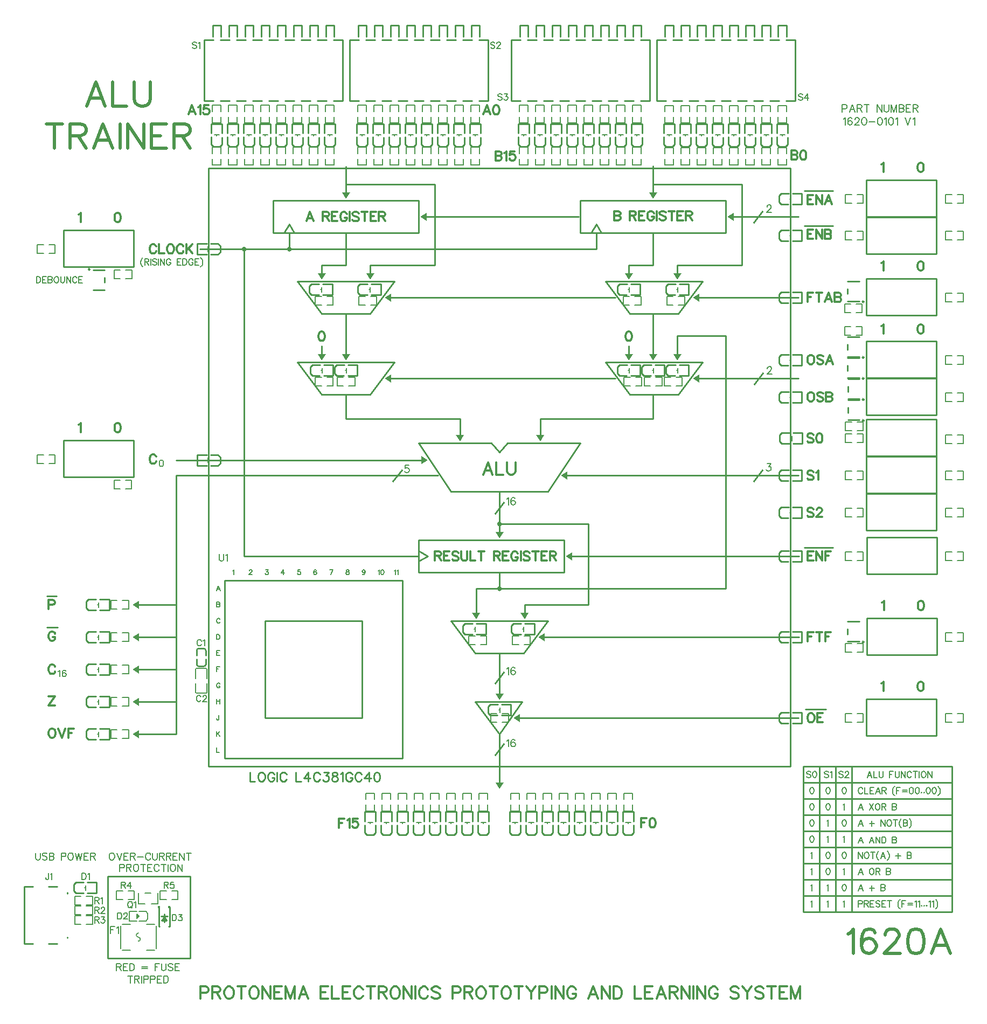
<source format=gto>
G04 Layer: TopSilkscreenLayer*
G04 EasyEDA v6.5.34, 2023-08-24 09:47:34*
G04 6bd15eb49b25482d8031a451c7c5e20c,5a6b42c53f6a479593ecc07194224c93,10*
G04 Gerber Generator version 0.2*
G04 Scale: 100 percent, Rotated: No, Reflected: No *
G04 Dimensions in millimeters *
G04 leading zeros omitted , absolute positions ,4 integer and 5 decimal *
%FSLAX45Y45*%
%MOMM*%

%ADD10C,0.3000*%
%ADD11C,0.5000*%
%ADD12C,0.2540*%
%ADD13C,0.2000*%
%ADD14C,0.1524*%
%ADD15C,0.1570*%
%ADD16C,0.2032*%
%ADD17C,0.1778*%
%ADD18C,0.2030*%
%ADD19C,0.1520*%
%ADD20C,0.1500*%
%ADD21C,0.0102*%

%LPD*%
D10*
X1143850Y-11189972D02*
G01*
X1143850Y-11380980D01*
X1143850Y-11189972D02*
G01*
X1225638Y-11189972D01*
X1252816Y-11199116D01*
X1261960Y-11208260D01*
X1271104Y-11226548D01*
X1271104Y-11253726D01*
X1261960Y-11272014D01*
X1252816Y-11280904D01*
X1225638Y-11290048D01*
X1143850Y-11290048D01*
X1331048Y-11189972D02*
G01*
X1331048Y-11380980D01*
X1331048Y-11189972D02*
G01*
X1412836Y-11189972D01*
X1440268Y-11199116D01*
X1449412Y-11208260D01*
X1458302Y-11226548D01*
X1458302Y-11244582D01*
X1449412Y-11262870D01*
X1440268Y-11272014D01*
X1412836Y-11280904D01*
X1331048Y-11280904D01*
X1394802Y-11280904D02*
G01*
X1458302Y-11380980D01*
X1572856Y-11189972D02*
G01*
X1554822Y-11199116D01*
X1536534Y-11217404D01*
X1527390Y-11235438D01*
X1518500Y-11262870D01*
X1518500Y-11308336D01*
X1527390Y-11335514D01*
X1536534Y-11353802D01*
X1554822Y-11371836D01*
X1572856Y-11380980D01*
X1609178Y-11380980D01*
X1627466Y-11371836D01*
X1645754Y-11353802D01*
X1654644Y-11335514D01*
X1663788Y-11308336D01*
X1663788Y-11262870D01*
X1654644Y-11235438D01*
X1645754Y-11217404D01*
X1627466Y-11199116D01*
X1609178Y-11189972D01*
X1572856Y-11189972D01*
X1787486Y-11189972D02*
G01*
X1787486Y-11380980D01*
X1723732Y-11189972D02*
G01*
X1851240Y-11189972D01*
X1965540Y-11189972D02*
G01*
X1947506Y-11199116D01*
X1929218Y-11217404D01*
X1920328Y-11235438D01*
X1911184Y-11262870D01*
X1911184Y-11308336D01*
X1920328Y-11335514D01*
X1929218Y-11353802D01*
X1947506Y-11371836D01*
X1965540Y-11380980D01*
X2002116Y-11380980D01*
X2020150Y-11371836D01*
X2038438Y-11353802D01*
X2047582Y-11335514D01*
X2056472Y-11308336D01*
X2056472Y-11262870D01*
X2047582Y-11235438D01*
X2038438Y-11217404D01*
X2020150Y-11199116D01*
X2002116Y-11189972D01*
X1965540Y-11189972D01*
X2116670Y-11189972D02*
G01*
X2116670Y-11380980D01*
X2116670Y-11189972D02*
G01*
X2243924Y-11380980D01*
X2243924Y-11189972D02*
G01*
X2243924Y-11380980D01*
X2303868Y-11189972D02*
G01*
X2303868Y-11380980D01*
X2303868Y-11189972D02*
G01*
X2421978Y-11189972D01*
X2303868Y-11280904D02*
G01*
X2376512Y-11280904D01*
X2303868Y-11380980D02*
G01*
X2421978Y-11380980D01*
X2481922Y-11189972D02*
G01*
X2481922Y-11380980D01*
X2481922Y-11189972D02*
G01*
X2554820Y-11380980D01*
X2627464Y-11189972D02*
G01*
X2554820Y-11380980D01*
X2627464Y-11189972D02*
G01*
X2627464Y-11380980D01*
X2760306Y-11189972D02*
G01*
X2687408Y-11380980D01*
X2760306Y-11189972D02*
G01*
X2832950Y-11380980D01*
X2714840Y-11317480D02*
G01*
X2805772Y-11317480D01*
X3032848Y-11189972D02*
G01*
X3032848Y-11380980D01*
X3032848Y-11189972D02*
G01*
X3151212Y-11189972D01*
X3032848Y-11280904D02*
G01*
X3105746Y-11280904D01*
X3032848Y-11380980D02*
G01*
X3151212Y-11380980D01*
X3211156Y-11189972D02*
G01*
X3211156Y-11380980D01*
X3211156Y-11380980D02*
G01*
X3320122Y-11380980D01*
X3380320Y-11189972D02*
G01*
X3380320Y-11380980D01*
X3380320Y-11189972D02*
G01*
X3498430Y-11189972D01*
X3380320Y-11280904D02*
G01*
X3452964Y-11280904D01*
X3380320Y-11380980D02*
G01*
X3498430Y-11380980D01*
X3694772Y-11235438D02*
G01*
X3685628Y-11217404D01*
X3667594Y-11199116D01*
X3649306Y-11189972D01*
X3612984Y-11189972D01*
X3594696Y-11199116D01*
X3576662Y-11217404D01*
X3567518Y-11235438D01*
X3558374Y-11262870D01*
X3558374Y-11308336D01*
X3567518Y-11335514D01*
X3576662Y-11353802D01*
X3594696Y-11371836D01*
X3612984Y-11380980D01*
X3649306Y-11380980D01*
X3667594Y-11371836D01*
X3685628Y-11353802D01*
X3694772Y-11335514D01*
X3818470Y-11189972D02*
G01*
X3818470Y-11380980D01*
X3754716Y-11189972D02*
G01*
X3881970Y-11189972D01*
X3941914Y-11189972D02*
G01*
X3941914Y-11380980D01*
X3941914Y-11189972D02*
G01*
X4023956Y-11189972D01*
X4051134Y-11199116D01*
X4060278Y-11208260D01*
X4069422Y-11226548D01*
X4069422Y-11244582D01*
X4060278Y-11262870D01*
X4051134Y-11272014D01*
X4023956Y-11280904D01*
X3941914Y-11280904D01*
X4005668Y-11280904D02*
G01*
X4069422Y-11380980D01*
X4183722Y-11189972D02*
G01*
X4165688Y-11199116D01*
X4147400Y-11217404D01*
X4138510Y-11235438D01*
X4129366Y-11262870D01*
X4129366Y-11308336D01*
X4138510Y-11335514D01*
X4147400Y-11353802D01*
X4165688Y-11371836D01*
X4183722Y-11380980D01*
X4220298Y-11380980D01*
X4238332Y-11371836D01*
X4256620Y-11353802D01*
X4265764Y-11335514D01*
X4274654Y-11308336D01*
X4274654Y-11262870D01*
X4265764Y-11235438D01*
X4256620Y-11217404D01*
X4238332Y-11199116D01*
X4220298Y-11189972D01*
X4183722Y-11189972D01*
X4334852Y-11189972D02*
G01*
X4334852Y-11380980D01*
X4334852Y-11189972D02*
G01*
X4462106Y-11380980D01*
X4462106Y-11189972D02*
G01*
X4462106Y-11380980D01*
X4522050Y-11189972D02*
G01*
X4522050Y-11380980D01*
X4718392Y-11235438D02*
G01*
X4709248Y-11217404D01*
X4691214Y-11199116D01*
X4672926Y-11189972D01*
X4636604Y-11189972D01*
X4618316Y-11199116D01*
X4600282Y-11217404D01*
X4591138Y-11235438D01*
X4581994Y-11262870D01*
X4581994Y-11308336D01*
X4591138Y-11335514D01*
X4600282Y-11353802D01*
X4618316Y-11371836D01*
X4636604Y-11380980D01*
X4672926Y-11380980D01*
X4691214Y-11371836D01*
X4709248Y-11353802D01*
X4718392Y-11335514D01*
X4905590Y-11217404D02*
G01*
X4887556Y-11199116D01*
X4860124Y-11189972D01*
X4823802Y-11189972D01*
X4796624Y-11199116D01*
X4778336Y-11217404D01*
X4778336Y-11235438D01*
X4787480Y-11253726D01*
X4796624Y-11262870D01*
X4814658Y-11272014D01*
X4869268Y-11290048D01*
X4887556Y-11299192D01*
X4896446Y-11308336D01*
X4905590Y-11326370D01*
X4905590Y-11353802D01*
X4887556Y-11371836D01*
X4860124Y-11380980D01*
X4823802Y-11380980D01*
X4796624Y-11371836D01*
X4778336Y-11353802D01*
X5105742Y-11189972D02*
G01*
X5105742Y-11380980D01*
X5105742Y-11189972D02*
G01*
X5187530Y-11189972D01*
X5214708Y-11199116D01*
X5223852Y-11208260D01*
X5232996Y-11226548D01*
X5232996Y-11253726D01*
X5223852Y-11272014D01*
X5214708Y-11280904D01*
X5187530Y-11290048D01*
X5105742Y-11290048D01*
X5292940Y-11189972D02*
G01*
X5292940Y-11380980D01*
X5292940Y-11189972D02*
G01*
X5374728Y-11189972D01*
X5401906Y-11199116D01*
X5411050Y-11208260D01*
X5420194Y-11226548D01*
X5420194Y-11244582D01*
X5411050Y-11262870D01*
X5401906Y-11272014D01*
X5374728Y-11280904D01*
X5292940Y-11280904D01*
X5356694Y-11280904D02*
G01*
X5420194Y-11380980D01*
X5534748Y-11189972D02*
G01*
X5516460Y-11199116D01*
X5498426Y-11217404D01*
X5489282Y-11235438D01*
X5480138Y-11262870D01*
X5480138Y-11308336D01*
X5489282Y-11335514D01*
X5498426Y-11353802D01*
X5516460Y-11371836D01*
X5534748Y-11380980D01*
X5571070Y-11380980D01*
X5589358Y-11371836D01*
X5607392Y-11353802D01*
X5616536Y-11335514D01*
X5625680Y-11308336D01*
X5625680Y-11262870D01*
X5616536Y-11235438D01*
X5607392Y-11217404D01*
X5589358Y-11199116D01*
X5571070Y-11189972D01*
X5534748Y-11189972D01*
X5749378Y-11189972D02*
G01*
X5749378Y-11380980D01*
X5685624Y-11189972D02*
G01*
X5812878Y-11189972D01*
X5927432Y-11189972D02*
G01*
X5909398Y-11199116D01*
X5891110Y-11217404D01*
X5881966Y-11235438D01*
X5872822Y-11262870D01*
X5872822Y-11308336D01*
X5881966Y-11335514D01*
X5891110Y-11353802D01*
X5909398Y-11371836D01*
X5927432Y-11380980D01*
X5963754Y-11380980D01*
X5982042Y-11371836D01*
X6000330Y-11353802D01*
X6009220Y-11335514D01*
X6018364Y-11308336D01*
X6018364Y-11262870D01*
X6009220Y-11235438D01*
X6000330Y-11217404D01*
X5982042Y-11199116D01*
X5963754Y-11189972D01*
X5927432Y-11189972D01*
X6142062Y-11189972D02*
G01*
X6142062Y-11380980D01*
X6078308Y-11189972D02*
G01*
X6205562Y-11189972D01*
X6265760Y-11189972D02*
G01*
X6338404Y-11280904D01*
X6338404Y-11380980D01*
X6411048Y-11189972D02*
G01*
X6338404Y-11280904D01*
X6470992Y-11189972D02*
G01*
X6470992Y-11380980D01*
X6470992Y-11189972D02*
G01*
X6553034Y-11189972D01*
X6580212Y-11199116D01*
X6589356Y-11208260D01*
X6598500Y-11226548D01*
X6598500Y-11253726D01*
X6589356Y-11272014D01*
X6580212Y-11280904D01*
X6553034Y-11290048D01*
X6470992Y-11290048D01*
X6658444Y-11189972D02*
G01*
X6658444Y-11380980D01*
X6718388Y-11189972D02*
G01*
X6718388Y-11380980D01*
X6718388Y-11189972D02*
G01*
X6845642Y-11380980D01*
X6845642Y-11189972D02*
G01*
X6845642Y-11380980D01*
X7041984Y-11235438D02*
G01*
X7032840Y-11217404D01*
X7014806Y-11199116D01*
X6996518Y-11189972D01*
X6960196Y-11189972D01*
X6941908Y-11199116D01*
X6923874Y-11217404D01*
X6914730Y-11235438D01*
X6905586Y-11262870D01*
X6905586Y-11308336D01*
X6914730Y-11335514D01*
X6923874Y-11353802D01*
X6941908Y-11371836D01*
X6960196Y-11380980D01*
X6996518Y-11380980D01*
X7014806Y-11371836D01*
X7032840Y-11353802D01*
X7041984Y-11335514D01*
X7041984Y-11308336D01*
X6996518Y-11308336D02*
G01*
X7041984Y-11308336D01*
X7314780Y-11189972D02*
G01*
X7242136Y-11380980D01*
X7314780Y-11189972D02*
G01*
X7387424Y-11380980D01*
X7269314Y-11317480D02*
G01*
X7360246Y-11317480D01*
X7447368Y-11189972D02*
G01*
X7447368Y-11380980D01*
X7447368Y-11189972D02*
G01*
X7574622Y-11380980D01*
X7574622Y-11189972D02*
G01*
X7574622Y-11380980D01*
X7634820Y-11189972D02*
G01*
X7634820Y-11380980D01*
X7634820Y-11189972D02*
G01*
X7698320Y-11189972D01*
X7725752Y-11199116D01*
X7743786Y-11217404D01*
X7752930Y-11235438D01*
X7762074Y-11262870D01*
X7762074Y-11308336D01*
X7752930Y-11335514D01*
X7743786Y-11353802D01*
X7725752Y-11371836D01*
X7698320Y-11380980D01*
X7634820Y-11380980D01*
X7961972Y-11189972D02*
G01*
X7961972Y-11380980D01*
X7961972Y-11380980D02*
G01*
X8071192Y-11380980D01*
X8131136Y-11189972D02*
G01*
X8131136Y-11380980D01*
X8131136Y-11189972D02*
G01*
X8249246Y-11189972D01*
X8131136Y-11280904D02*
G01*
X8203780Y-11280904D01*
X8131136Y-11380980D02*
G01*
X8249246Y-11380980D01*
X8382088Y-11189972D02*
G01*
X8309190Y-11380980D01*
X8382088Y-11189972D02*
G01*
X8454732Y-11380980D01*
X8336622Y-11317480D02*
G01*
X8427554Y-11317480D01*
X8514676Y-11189972D02*
G01*
X8514676Y-11380980D01*
X8514676Y-11189972D02*
G01*
X8596464Y-11189972D01*
X8623896Y-11199116D01*
X8633040Y-11208260D01*
X8641930Y-11226548D01*
X8641930Y-11244582D01*
X8633040Y-11262870D01*
X8623896Y-11272014D01*
X8596464Y-11280904D01*
X8514676Y-11280904D01*
X8578430Y-11280904D02*
G01*
X8641930Y-11380980D01*
X8702128Y-11189972D02*
G01*
X8702128Y-11380980D01*
X8702128Y-11189972D02*
G01*
X8829382Y-11380980D01*
X8829382Y-11189972D02*
G01*
X8829382Y-11380980D01*
X8889326Y-11189972D02*
G01*
X8889326Y-11380980D01*
X8949270Y-11189972D02*
G01*
X8949270Y-11380980D01*
X8949270Y-11189972D02*
G01*
X9076524Y-11380980D01*
X9076524Y-11189972D02*
G01*
X9076524Y-11380980D01*
X9272866Y-11235438D02*
G01*
X9263722Y-11217404D01*
X9245688Y-11199116D01*
X9227400Y-11189972D01*
X9191078Y-11189972D01*
X9173044Y-11199116D01*
X9154756Y-11217404D01*
X9145612Y-11235438D01*
X9136468Y-11262870D01*
X9136468Y-11308336D01*
X9145612Y-11335514D01*
X9154756Y-11353802D01*
X9173044Y-11371836D01*
X9191078Y-11380980D01*
X9227400Y-11380980D01*
X9245688Y-11371836D01*
X9263722Y-11353802D01*
X9272866Y-11335514D01*
X9272866Y-11308336D01*
X9227400Y-11308336D02*
G01*
X9272866Y-11308336D01*
X9600272Y-11217404D02*
G01*
X9581984Y-11199116D01*
X9554806Y-11189972D01*
X9518484Y-11189972D01*
X9491052Y-11199116D01*
X9473018Y-11217404D01*
X9473018Y-11235438D01*
X9481908Y-11253726D01*
X9491052Y-11262870D01*
X9509340Y-11272014D01*
X9563950Y-11290048D01*
X9581984Y-11299192D01*
X9591128Y-11308336D01*
X9600272Y-11326370D01*
X9600272Y-11353802D01*
X9581984Y-11371836D01*
X9554806Y-11380980D01*
X9518484Y-11380980D01*
X9491052Y-11371836D01*
X9473018Y-11353802D01*
X9660216Y-11189972D02*
G01*
X9732860Y-11280904D01*
X9732860Y-11380980D01*
X9805758Y-11189972D02*
G01*
X9732860Y-11280904D01*
X9992956Y-11217404D02*
G01*
X9974668Y-11199116D01*
X9947490Y-11189972D01*
X9911168Y-11189972D01*
X9883736Y-11199116D01*
X9865702Y-11217404D01*
X9865702Y-11235438D01*
X9874846Y-11253726D01*
X9883736Y-11262870D01*
X9902024Y-11272014D01*
X9956634Y-11290048D01*
X9974668Y-11299192D01*
X9983812Y-11308336D01*
X9992956Y-11326370D01*
X9992956Y-11353802D01*
X9974668Y-11371836D01*
X9947490Y-11380980D01*
X9911168Y-11380980D01*
X9883736Y-11371836D01*
X9865702Y-11353802D01*
X10116654Y-11189972D02*
G01*
X10116654Y-11380980D01*
X10052900Y-11189972D02*
G01*
X10180154Y-11189972D01*
X10240098Y-11189972D02*
G01*
X10240098Y-11380980D01*
X10240098Y-11189972D02*
G01*
X10358462Y-11189972D01*
X10240098Y-11280904D02*
G01*
X10312996Y-11280904D01*
X10240098Y-11380980D02*
G01*
X10358462Y-11380980D01*
X10418406Y-11189972D02*
G01*
X10418406Y-11380980D01*
X10418406Y-11189972D02*
G01*
X10491050Y-11380980D01*
X10563948Y-11189972D02*
G01*
X10491050Y-11380980D01*
X10563948Y-11189972D02*
G01*
X10563948Y-11380980D01*
D11*
X11316566Y-10362438D02*
G01*
X11352888Y-10344404D01*
X11407498Y-10289794D01*
X11407498Y-10671556D01*
X11745572Y-10344404D02*
G01*
X11727538Y-10307828D01*
X11672928Y-10289794D01*
X11636606Y-10289794D01*
X11581996Y-10307828D01*
X11545674Y-10362438D01*
X11527386Y-10453370D01*
X11527386Y-10544302D01*
X11545674Y-10616946D01*
X11581996Y-10653522D01*
X11636606Y-10671556D01*
X11654640Y-10671556D01*
X11709250Y-10653522D01*
X11745572Y-10616946D01*
X11763860Y-10562590D01*
X11763860Y-10544302D01*
X11745572Y-10489692D01*
X11709250Y-10453370D01*
X11654640Y-10435336D01*
X11636606Y-10435336D01*
X11581996Y-10453370D01*
X11545674Y-10489692D01*
X11527386Y-10544302D01*
X11902036Y-10380726D02*
G01*
X11902036Y-10362438D01*
X11920324Y-10326116D01*
X11938358Y-10307828D01*
X11974680Y-10289794D01*
X12047578Y-10289794D01*
X12083900Y-10307828D01*
X12101934Y-10326116D01*
X12120222Y-10362438D01*
X12120222Y-10398760D01*
X12101934Y-10435336D01*
X12065612Y-10489692D01*
X11883748Y-10671556D01*
X12138256Y-10671556D01*
X12367364Y-10289794D02*
G01*
X12313008Y-10307828D01*
X12276686Y-10362438D01*
X12258398Y-10453370D01*
X12258398Y-10507980D01*
X12276686Y-10598912D01*
X12313008Y-10653522D01*
X12367364Y-10671556D01*
X12403940Y-10671556D01*
X12458296Y-10653522D01*
X12494872Y-10598912D01*
X12512906Y-10507980D01*
X12512906Y-10453370D01*
X12494872Y-10362438D01*
X12458296Y-10307828D01*
X12403940Y-10289794D01*
X12367364Y-10289794D01*
X12778336Y-10289794D02*
G01*
X12633048Y-10671556D01*
X12778336Y-10289794D02*
G01*
X12923878Y-10671556D01*
X12687404Y-10544302D02*
G01*
X12869268Y-10544302D01*
D12*
X1918563Y-7824216D02*
G01*
X1918563Y-7967472D01*
X1918563Y-7967472D02*
G01*
X2000351Y-7967472D01*
X2086203Y-7824216D02*
G01*
X2072741Y-7831074D01*
X2059025Y-7844790D01*
X2052167Y-7858252D01*
X2045309Y-7878826D01*
X2045309Y-7912862D01*
X2052167Y-7933436D01*
X2059025Y-7946898D01*
X2072741Y-7960614D01*
X2086203Y-7967472D01*
X2113635Y-7967472D01*
X2127097Y-7960614D01*
X2140813Y-7946898D01*
X2147671Y-7933436D01*
X2154529Y-7912862D01*
X2154529Y-7878826D01*
X2147671Y-7858252D01*
X2140813Y-7844790D01*
X2127097Y-7831074D01*
X2113635Y-7824216D01*
X2086203Y-7824216D01*
X2301849Y-7858252D02*
G01*
X2294991Y-7844790D01*
X2281275Y-7831074D01*
X2267559Y-7824216D01*
X2240381Y-7824216D01*
X2226665Y-7831074D01*
X2213203Y-7844790D01*
X2206345Y-7858252D01*
X2199487Y-7878826D01*
X2199487Y-7912862D01*
X2206345Y-7933436D01*
X2213203Y-7946898D01*
X2226665Y-7960614D01*
X2240381Y-7967472D01*
X2267559Y-7967472D01*
X2281275Y-7960614D01*
X2294991Y-7946898D01*
X2301849Y-7933436D01*
X2301849Y-7912862D01*
X2267559Y-7912862D02*
G01*
X2301849Y-7912862D01*
X2346807Y-7824216D02*
G01*
X2346807Y-7967472D01*
X2494127Y-7858252D02*
G01*
X2487269Y-7844790D01*
X2473553Y-7831074D01*
X2459837Y-7824216D01*
X2432659Y-7824216D01*
X2418943Y-7831074D01*
X2405481Y-7844790D01*
X2398623Y-7858252D01*
X2391765Y-7878826D01*
X2391765Y-7912862D01*
X2398623Y-7933436D01*
X2405481Y-7946898D01*
X2418943Y-7960614D01*
X2432659Y-7967472D01*
X2459837Y-7967472D01*
X2473553Y-7960614D01*
X2487269Y-7946898D01*
X2494127Y-7933436D01*
X2643987Y-7824216D02*
G01*
X2643987Y-7967472D01*
X2643987Y-7967472D02*
G01*
X2725775Y-7967472D01*
X2839059Y-7824216D02*
G01*
X2770733Y-7919720D01*
X2873095Y-7919720D01*
X2839059Y-7824216D02*
G01*
X2839059Y-7967472D01*
X3020415Y-7858252D02*
G01*
X3013557Y-7844790D01*
X2999841Y-7831074D01*
X2986379Y-7824216D01*
X2958947Y-7824216D01*
X2945485Y-7831074D01*
X2931769Y-7844790D01*
X2924911Y-7858252D01*
X2918053Y-7878826D01*
X2918053Y-7912862D01*
X2924911Y-7933436D01*
X2931769Y-7946898D01*
X2945485Y-7960614D01*
X2958947Y-7967472D01*
X2986379Y-7967472D01*
X2999841Y-7960614D01*
X3013557Y-7946898D01*
X3020415Y-7933436D01*
X3079089Y-7824216D02*
G01*
X3154019Y-7824216D01*
X3113125Y-7878826D01*
X3133445Y-7878826D01*
X3147161Y-7885684D01*
X3154019Y-7892542D01*
X3160877Y-7912862D01*
X3160877Y-7926578D01*
X3154019Y-7946898D01*
X3140303Y-7960614D01*
X3119983Y-7967472D01*
X3099409Y-7967472D01*
X3079089Y-7960614D01*
X3072231Y-7953756D01*
X3065373Y-7940040D01*
X3239871Y-7824216D02*
G01*
X3219551Y-7831074D01*
X3212693Y-7844790D01*
X3212693Y-7858252D01*
X3219551Y-7871968D01*
X3233013Y-7878826D01*
X3260445Y-7885684D01*
X3280765Y-7892542D01*
X3294481Y-7906004D01*
X3301339Y-7919720D01*
X3301339Y-7940040D01*
X3294481Y-7953756D01*
X3287623Y-7960614D01*
X3267303Y-7967472D01*
X3239871Y-7967472D01*
X3219551Y-7960614D01*
X3212693Y-7953756D01*
X3205835Y-7940040D01*
X3205835Y-7919720D01*
X3212693Y-7906004D01*
X3226409Y-7892542D01*
X3246729Y-7885684D01*
X3273907Y-7878826D01*
X3287623Y-7871968D01*
X3294481Y-7858252D01*
X3294481Y-7844790D01*
X3287623Y-7831074D01*
X3267303Y-7824216D01*
X3239871Y-7824216D01*
X3346297Y-7851394D02*
G01*
X3360013Y-7844790D01*
X3380333Y-7824216D01*
X3380333Y-7967472D01*
X3527653Y-7858252D02*
G01*
X3520795Y-7844790D01*
X3507079Y-7831074D01*
X3493617Y-7824216D01*
X3466185Y-7824216D01*
X3452723Y-7831074D01*
X3439007Y-7844790D01*
X3432149Y-7858252D01*
X3425291Y-7878826D01*
X3425291Y-7912862D01*
X3432149Y-7933436D01*
X3439007Y-7946898D01*
X3452723Y-7960614D01*
X3466185Y-7967472D01*
X3493617Y-7967472D01*
X3507079Y-7960614D01*
X3520795Y-7946898D01*
X3527653Y-7933436D01*
X3527653Y-7912862D01*
X3493617Y-7912862D02*
G01*
X3527653Y-7912862D01*
X3674973Y-7858252D02*
G01*
X3668115Y-7844790D01*
X3654399Y-7831074D01*
X3640937Y-7824216D01*
X3613505Y-7824216D01*
X3600043Y-7831074D01*
X3586327Y-7844790D01*
X3579469Y-7858252D01*
X3572611Y-7878826D01*
X3572611Y-7912862D01*
X3579469Y-7933436D01*
X3586327Y-7946898D01*
X3600043Y-7960614D01*
X3613505Y-7967472D01*
X3640937Y-7967472D01*
X3654399Y-7960614D01*
X3668115Y-7946898D01*
X3674973Y-7933436D01*
X3788003Y-7824216D02*
G01*
X3719931Y-7919720D01*
X3822293Y-7919720D01*
X3788003Y-7824216D02*
G01*
X3788003Y-7967472D01*
X3908145Y-7824216D02*
G01*
X3887571Y-7831074D01*
X3874109Y-7851394D01*
X3867251Y-7885684D01*
X3867251Y-7906004D01*
X3874109Y-7940040D01*
X3887571Y-7960614D01*
X3908145Y-7967472D01*
X3921861Y-7967472D01*
X3942181Y-7960614D01*
X3955897Y-7940040D01*
X3962755Y-7906004D01*
X3962755Y-7885684D01*
X3955897Y-7851394D01*
X3942181Y-7831074D01*
X3921861Y-7824216D01*
X3908145Y-7824216D01*
D10*
X2862160Y976881D02*
G01*
X2807550Y833625D01*
X2862160Y976881D02*
G01*
X2916516Y833625D01*
X2828124Y881377D02*
G01*
X2896196Y881377D01*
X3066630Y976881D02*
G01*
X3066630Y833625D01*
X3066630Y976881D02*
G01*
X3128098Y976881D01*
X3148418Y970023D01*
X3155276Y963165D01*
X3162134Y949703D01*
X3162134Y935987D01*
X3155276Y922271D01*
X3148418Y915413D01*
X3128098Y908555D01*
X3066630Y908555D01*
X3114382Y908555D02*
G01*
X3162134Y833625D01*
X3207092Y976881D02*
G01*
X3207092Y833625D01*
X3207092Y976881D02*
G01*
X3295738Y976881D01*
X3207092Y908555D02*
G01*
X3261702Y908555D01*
X3207092Y833625D02*
G01*
X3295738Y833625D01*
X3443058Y942845D02*
G01*
X3436200Y956307D01*
X3422484Y970023D01*
X3409022Y976881D01*
X3381590Y976881D01*
X3368128Y970023D01*
X3354412Y956307D01*
X3347554Y942845D01*
X3340696Y922271D01*
X3340696Y888235D01*
X3347554Y867661D01*
X3354412Y854199D01*
X3368128Y840483D01*
X3381590Y833625D01*
X3409022Y833625D01*
X3422484Y840483D01*
X3436200Y854199D01*
X3443058Y867661D01*
X3443058Y888235D01*
X3409022Y888235D02*
G01*
X3443058Y888235D01*
X3488016Y976881D02*
G01*
X3488016Y833625D01*
X3628478Y956307D02*
G01*
X3614762Y970023D01*
X3594442Y976881D01*
X3567010Y976881D01*
X3546690Y970023D01*
X3532974Y956307D01*
X3532974Y942845D01*
X3539832Y929129D01*
X3546690Y922271D01*
X3560152Y915413D01*
X3601300Y901951D01*
X3614762Y895093D01*
X3621620Y888235D01*
X3628478Y874519D01*
X3628478Y854199D01*
X3614762Y840483D01*
X3594442Y833625D01*
X3567010Y833625D01*
X3546690Y840483D01*
X3532974Y854199D01*
X3721188Y976881D02*
G01*
X3721188Y833625D01*
X3673436Y976881D02*
G01*
X3768940Y976881D01*
X3813898Y976881D02*
G01*
X3813898Y833625D01*
X3813898Y976881D02*
G01*
X3902544Y976881D01*
X3813898Y908555D02*
G01*
X3868508Y908555D01*
X3813898Y833625D02*
G01*
X3902544Y833625D01*
X3947502Y976881D02*
G01*
X3947502Y833625D01*
X3947502Y976881D02*
G01*
X4008970Y976881D01*
X4029290Y970023D01*
X4036148Y963165D01*
X4043006Y949703D01*
X4043006Y935987D01*
X4036148Y922271D01*
X4029290Y915413D01*
X4008970Y908555D01*
X3947502Y908555D01*
X3995254Y908555D02*
G01*
X4043006Y833625D01*
X4826850Y-4357118D02*
G01*
X4826850Y-4500374D01*
X4826850Y-4357118D02*
G01*
X4888318Y-4357118D01*
X4908638Y-4363976D01*
X4915496Y-4370834D01*
X4922354Y-4384296D01*
X4922354Y-4398012D01*
X4915496Y-4411728D01*
X4908638Y-4418586D01*
X4888318Y-4425444D01*
X4826850Y-4425444D01*
X4874602Y-4425444D02*
G01*
X4922354Y-4500374D01*
X4967312Y-4357118D02*
G01*
X4967312Y-4500374D01*
X4967312Y-4357118D02*
G01*
X5055958Y-4357118D01*
X4967312Y-4425444D02*
G01*
X5021922Y-4425444D01*
X4967312Y-4500374D02*
G01*
X5055958Y-4500374D01*
X5196420Y-4377692D02*
G01*
X5182704Y-4363976D01*
X5162384Y-4357118D01*
X5134952Y-4357118D01*
X5114632Y-4363976D01*
X5100916Y-4377692D01*
X5100916Y-4391154D01*
X5107774Y-4404870D01*
X5114632Y-4411728D01*
X5128094Y-4418586D01*
X5169242Y-4432048D01*
X5182704Y-4438906D01*
X5189562Y-4445764D01*
X5196420Y-4459480D01*
X5196420Y-4479800D01*
X5182704Y-4493516D01*
X5162384Y-4500374D01*
X5134952Y-4500374D01*
X5114632Y-4493516D01*
X5100916Y-4479800D01*
X5241378Y-4357118D02*
G01*
X5241378Y-4459480D01*
X5248236Y-4479800D01*
X5261952Y-4493516D01*
X5282272Y-4500374D01*
X5295988Y-4500374D01*
X5316308Y-4493516D01*
X5330024Y-4479800D01*
X5336882Y-4459480D01*
X5336882Y-4357118D01*
X5381840Y-4357118D02*
G01*
X5381840Y-4500374D01*
X5381840Y-4500374D02*
G01*
X5463628Y-4500374D01*
X5556338Y-4357118D02*
G01*
X5556338Y-4500374D01*
X5508586Y-4357118D02*
G01*
X5604090Y-4357118D01*
X5754204Y-4357118D02*
G01*
X5754204Y-4500374D01*
X5754204Y-4357118D02*
G01*
X5815418Y-4357118D01*
X5835992Y-4363976D01*
X5842850Y-4370834D01*
X5849454Y-4384296D01*
X5849454Y-4398012D01*
X5842850Y-4411728D01*
X5835992Y-4418586D01*
X5815418Y-4425444D01*
X5754204Y-4425444D01*
X5801956Y-4425444D02*
G01*
X5849454Y-4500374D01*
X5894666Y-4357118D02*
G01*
X5894666Y-4500374D01*
X5894666Y-4357118D02*
G01*
X5983312Y-4357118D01*
X5894666Y-4425444D02*
G01*
X5949022Y-4425444D01*
X5894666Y-4500374D02*
G01*
X5983312Y-4500374D01*
X6130378Y-4391154D02*
G01*
X6123774Y-4377692D01*
X6110058Y-4363976D01*
X6096342Y-4357118D01*
X6069164Y-4357118D01*
X6055448Y-4363976D01*
X6041732Y-4377692D01*
X6035128Y-4391154D01*
X6028270Y-4411728D01*
X6028270Y-4445764D01*
X6035128Y-4466338D01*
X6041732Y-4479800D01*
X6055448Y-4493516D01*
X6069164Y-4500374D01*
X6096342Y-4500374D01*
X6110058Y-4493516D01*
X6123774Y-4479800D01*
X6130378Y-4466338D01*
X6130378Y-4445764D01*
X6096342Y-4445764D02*
G01*
X6130378Y-4445764D01*
X6175590Y-4357118D02*
G01*
X6175590Y-4500374D01*
X6316052Y-4377692D02*
G01*
X6302336Y-4363976D01*
X6281762Y-4357118D01*
X6254584Y-4357118D01*
X6234010Y-4363976D01*
X6220548Y-4377692D01*
X6220548Y-4391154D01*
X6227406Y-4404870D01*
X6234010Y-4411728D01*
X6247726Y-4418586D01*
X6288620Y-4432048D01*
X6302336Y-4438906D01*
X6309194Y-4445764D01*
X6316052Y-4459480D01*
X6316052Y-4479800D01*
X6302336Y-4493516D01*
X6281762Y-4500374D01*
X6254584Y-4500374D01*
X6234010Y-4493516D01*
X6220548Y-4479800D01*
X6408762Y-4357118D02*
G01*
X6408762Y-4500374D01*
X6361010Y-4357118D02*
G01*
X6456514Y-4357118D01*
X6501472Y-4357118D02*
G01*
X6501472Y-4500374D01*
X6501472Y-4357118D02*
G01*
X6590118Y-4357118D01*
X6501472Y-4425444D02*
G01*
X6555828Y-4425444D01*
X6501472Y-4500374D02*
G01*
X6590118Y-4500374D01*
X6635076Y-4357118D02*
G01*
X6635076Y-4500374D01*
X6635076Y-4357118D02*
G01*
X6696290Y-4357118D01*
X6716864Y-4363976D01*
X6723722Y-4370834D01*
X6730580Y-4384296D01*
X6730580Y-4398012D01*
X6723722Y-4411728D01*
X6716864Y-4418586D01*
X6696290Y-4425444D01*
X6635076Y-4425444D01*
X6682828Y-4425444D02*
G01*
X6730580Y-4500374D01*
X7646250Y989581D02*
G01*
X7646250Y846325D01*
X7646250Y989581D02*
G01*
X7707718Y989581D01*
X7728038Y982723D01*
X7734896Y975865D01*
X7741754Y962403D01*
X7741754Y948687D01*
X7734896Y934971D01*
X7728038Y928113D01*
X7707718Y921255D01*
X7646250Y921255D02*
G01*
X7707718Y921255D01*
X7728038Y914651D01*
X7734896Y907793D01*
X7741754Y894077D01*
X7741754Y873757D01*
X7734896Y860041D01*
X7728038Y853183D01*
X7707718Y846325D01*
X7646250Y846325D01*
X7891614Y989581D02*
G01*
X7891614Y846325D01*
X7891614Y989581D02*
G01*
X7953082Y989581D01*
X7973402Y982723D01*
X7980260Y975865D01*
X7987118Y962403D01*
X7987118Y948687D01*
X7980260Y934971D01*
X7973402Y928113D01*
X7953082Y921255D01*
X7891614Y921255D01*
X7939366Y921255D02*
G01*
X7987118Y846325D01*
X8032076Y989581D02*
G01*
X8032076Y846325D01*
X8032076Y989581D02*
G01*
X8120722Y989581D01*
X8032076Y921255D02*
G01*
X8086686Y921255D01*
X8032076Y846325D02*
G01*
X8120722Y846325D01*
X8268042Y955545D02*
G01*
X8261184Y969007D01*
X8247722Y982723D01*
X8234006Y989581D01*
X8206828Y989581D01*
X8193112Y982723D01*
X8179396Y969007D01*
X8172538Y955545D01*
X8165680Y934971D01*
X8165680Y900935D01*
X8172538Y880361D01*
X8179396Y866899D01*
X8193112Y853183D01*
X8206828Y846325D01*
X8234006Y846325D01*
X8247722Y853183D01*
X8261184Y866899D01*
X8268042Y880361D01*
X8268042Y900935D01*
X8234006Y900935D02*
G01*
X8268042Y900935D01*
X8313000Y989581D02*
G01*
X8313000Y846325D01*
X8453462Y969007D02*
G01*
X8440000Y982723D01*
X8419426Y989581D01*
X8392248Y989581D01*
X8371674Y982723D01*
X8357958Y969007D01*
X8357958Y955545D01*
X8364816Y941829D01*
X8371674Y934971D01*
X8385390Y928113D01*
X8426284Y914651D01*
X8440000Y907793D01*
X8446604Y900935D01*
X8453462Y887219D01*
X8453462Y866899D01*
X8440000Y853183D01*
X8419426Y846325D01*
X8392248Y846325D01*
X8371674Y853183D01*
X8357958Y866899D01*
X8546172Y989581D02*
G01*
X8546172Y846325D01*
X8498420Y989581D02*
G01*
X8593924Y989581D01*
X8638882Y989581D02*
G01*
X8638882Y846325D01*
X8638882Y989581D02*
G01*
X8727528Y989581D01*
X8638882Y921255D02*
G01*
X8693492Y921255D01*
X8638882Y846325D02*
G01*
X8727528Y846325D01*
X8772486Y989581D02*
G01*
X8772486Y846325D01*
X8772486Y989581D02*
G01*
X8833954Y989581D01*
X8854528Y982723D01*
X8861132Y975865D01*
X8867990Y962403D01*
X8867990Y948687D01*
X8861132Y934971D01*
X8854528Y928113D01*
X8833954Y921255D01*
X8772486Y921255D01*
X8820238Y921255D02*
G01*
X8867990Y846325D01*
X5661494Y-2960372D02*
G01*
X5588850Y-3151380D01*
X5661494Y-2960372D02*
G01*
X5734392Y-3151380D01*
X5616028Y-3087880D02*
G01*
X5706960Y-3087880D01*
X5794336Y-2960372D02*
G01*
X5794336Y-3151380D01*
X5794336Y-3151380D02*
G01*
X5903302Y-3151380D01*
X5963500Y-2960372D02*
G01*
X5963500Y-3096770D01*
X5972390Y-3124202D01*
X5990678Y-3142236D01*
X6017856Y-3151380D01*
X6036144Y-3151380D01*
X6063322Y-3142236D01*
X6081610Y-3124202D01*
X6090754Y-3096770D01*
X6090754Y-2960372D01*
X10721581Y-1271013D02*
G01*
X10707865Y-1277871D01*
X10694403Y-1291587D01*
X10687545Y-1305049D01*
X10680687Y-1325623D01*
X10680687Y-1359659D01*
X10687545Y-1380233D01*
X10694403Y-1393695D01*
X10707865Y-1407411D01*
X10721581Y-1414269D01*
X10748759Y-1414269D01*
X10762475Y-1407411D01*
X10776191Y-1393695D01*
X10783049Y-1380233D01*
X10789653Y-1359659D01*
X10789653Y-1325623D01*
X10783049Y-1305049D01*
X10776191Y-1291587D01*
X10762475Y-1277871D01*
X10748759Y-1271013D01*
X10721581Y-1271013D01*
X10930115Y-1291587D02*
G01*
X10916653Y-1277871D01*
X10896079Y-1271013D01*
X10868901Y-1271013D01*
X10848327Y-1277871D01*
X10834865Y-1291587D01*
X10834865Y-1305049D01*
X10841469Y-1318765D01*
X10848327Y-1325623D01*
X10862043Y-1332481D01*
X10902937Y-1345943D01*
X10916653Y-1352801D01*
X10923511Y-1359659D01*
X10930115Y-1373375D01*
X10930115Y-1393695D01*
X10916653Y-1407411D01*
X10896079Y-1414269D01*
X10868901Y-1414269D01*
X10848327Y-1407411D01*
X10834865Y-1393695D01*
X11029683Y-1271013D02*
G01*
X10975327Y-1414269D01*
X11029683Y-1271013D02*
G01*
X11084293Y-1414269D01*
X10995647Y-1366517D02*
G01*
X11063973Y-1366517D01*
X10721581Y-1855213D02*
G01*
X10707865Y-1862071D01*
X10694403Y-1875787D01*
X10687545Y-1889249D01*
X10680687Y-1909823D01*
X10680687Y-1943859D01*
X10687545Y-1964433D01*
X10694403Y-1977895D01*
X10707865Y-1991611D01*
X10721581Y-1998469D01*
X10748759Y-1998469D01*
X10762475Y-1991611D01*
X10776191Y-1977895D01*
X10783049Y-1964433D01*
X10789653Y-1943859D01*
X10789653Y-1909823D01*
X10783049Y-1889249D01*
X10776191Y-1875787D01*
X10762475Y-1862071D01*
X10748759Y-1855213D01*
X10721581Y-1855213D01*
X10930115Y-1875787D02*
G01*
X10916653Y-1862071D01*
X10896079Y-1855213D01*
X10868901Y-1855213D01*
X10848327Y-1862071D01*
X10834865Y-1875787D01*
X10834865Y-1889249D01*
X10841469Y-1902965D01*
X10848327Y-1909823D01*
X10862043Y-1916681D01*
X10902937Y-1930143D01*
X10916653Y-1937001D01*
X10923511Y-1943859D01*
X10930115Y-1957575D01*
X10930115Y-1977895D01*
X10916653Y-1991611D01*
X10896079Y-1998469D01*
X10868901Y-1998469D01*
X10848327Y-1991611D01*
X10834865Y-1977895D01*
X10975327Y-1855213D02*
G01*
X10975327Y-1998469D01*
X10975327Y-1855213D02*
G01*
X11036541Y-1855213D01*
X11057115Y-1862071D01*
X11063973Y-1868929D01*
X11070577Y-1882391D01*
X11070577Y-1896107D01*
X11063973Y-1909823D01*
X11057115Y-1916681D01*
X11036541Y-1923539D01*
X10975327Y-1923539D02*
G01*
X11036541Y-1923539D01*
X11057115Y-1930143D01*
X11063973Y-1937001D01*
X11070577Y-1950717D01*
X11070577Y-1971037D01*
X11063973Y-1984753D01*
X11057115Y-1991611D01*
X11036541Y-1998469D01*
X10975327Y-1998469D01*
X10681563Y-293116D02*
G01*
X10681563Y-436372D01*
X10681563Y-293116D02*
G01*
X10770209Y-293116D01*
X10681563Y-361442D02*
G01*
X10736173Y-361442D01*
X10862919Y-293116D02*
G01*
X10862919Y-436372D01*
X10815167Y-293116D02*
G01*
X10910671Y-293116D01*
X11010239Y-293116D02*
G01*
X10955629Y-436372D01*
X11010239Y-293116D02*
G01*
X11064849Y-436372D01*
X10976203Y-388620D02*
G01*
X11044275Y-388620D01*
X11109807Y-293116D02*
G01*
X11109807Y-436372D01*
X11109807Y-293116D02*
G01*
X11171021Y-293116D01*
X11191595Y-299974D01*
X11198453Y-306832D01*
X11205311Y-320294D01*
X11205311Y-334010D01*
X11198453Y-347726D01*
X11191595Y-354584D01*
X11171021Y-361442D01*
X11109807Y-361442D02*
G01*
X11171021Y-361442D01*
X11191595Y-368046D01*
X11198453Y-374904D01*
X11205311Y-388620D01*
X11205311Y-408940D01*
X11198453Y-422656D01*
X11191595Y-429514D01*
X11171021Y-436372D01*
X11109807Y-436372D01*
X10681563Y697483D02*
G01*
X10681563Y554227D01*
X10681563Y697483D02*
G01*
X10770209Y697483D01*
X10681563Y629157D02*
G01*
X10736173Y629157D01*
X10681563Y554227D02*
G01*
X10770209Y554227D01*
X10815167Y697483D02*
G01*
X10815167Y554227D01*
X10815167Y697483D02*
G01*
X10910671Y554227D01*
X10910671Y697483D02*
G01*
X10910671Y554227D01*
X10955629Y697483D02*
G01*
X10955629Y554227D01*
X10955629Y697483D02*
G01*
X11017097Y697483D01*
X11037417Y690625D01*
X11044275Y683767D01*
X11051133Y670305D01*
X11051133Y656589D01*
X11044275Y642873D01*
X11037417Y636015D01*
X11017097Y629157D01*
X10955629Y629157D02*
G01*
X11017097Y629157D01*
X11037417Y622553D01*
X11044275Y615695D01*
X11051133Y601979D01*
X11051133Y581659D01*
X11044275Y567943D01*
X11037417Y561085D01*
X11017097Y554227D01*
X10955629Y554227D01*
X10681563Y1243583D02*
G01*
X10681563Y1100327D01*
X10681563Y1243583D02*
G01*
X10770209Y1243583D01*
X10681563Y1175257D02*
G01*
X10736173Y1175257D01*
X10681563Y1100327D02*
G01*
X10770209Y1100327D01*
X10815167Y1243583D02*
G01*
X10815167Y1100327D01*
X10815167Y1243583D02*
G01*
X10910671Y1100327D01*
X10910671Y1243583D02*
G01*
X10910671Y1100327D01*
X11010239Y1243583D02*
G01*
X10955629Y1100327D01*
X11010239Y1243583D02*
G01*
X11064849Y1100327D01*
X10976203Y1148079D02*
G01*
X11044275Y1148079D01*
X10776165Y-3107687D02*
G01*
X10762449Y-3093971D01*
X10742129Y-3087113D01*
X10714697Y-3087113D01*
X10694377Y-3093971D01*
X10680661Y-3107687D01*
X10680661Y-3121149D01*
X10687519Y-3134865D01*
X10694377Y-3141723D01*
X10707839Y-3148581D01*
X10748987Y-3162043D01*
X10762449Y-3168901D01*
X10769307Y-3175759D01*
X10776165Y-3189475D01*
X10776165Y-3209795D01*
X10762449Y-3223511D01*
X10742129Y-3230369D01*
X10714697Y-3230369D01*
X10694377Y-3223511D01*
X10680661Y-3209795D01*
X10821123Y-3114291D02*
G01*
X10834839Y-3107687D01*
X10855159Y-3087113D01*
X10855159Y-3230369D01*
X10776165Y-2523487D02*
G01*
X10762449Y-2509771D01*
X10742129Y-2502913D01*
X10714697Y-2502913D01*
X10694377Y-2509771D01*
X10680661Y-2523487D01*
X10680661Y-2536949D01*
X10687519Y-2550665D01*
X10694377Y-2557523D01*
X10707839Y-2564381D01*
X10748987Y-2577843D01*
X10762449Y-2584701D01*
X10769307Y-2591559D01*
X10776165Y-2605275D01*
X10776165Y-2625595D01*
X10762449Y-2639311D01*
X10742129Y-2646169D01*
X10714697Y-2646169D01*
X10694377Y-2639311D01*
X10680661Y-2625595D01*
X10862017Y-2502913D02*
G01*
X10841697Y-2509771D01*
X10827981Y-2530091D01*
X10821123Y-2564381D01*
X10821123Y-2584701D01*
X10827981Y-2618737D01*
X10841697Y-2639311D01*
X10862017Y-2646169D01*
X10875733Y-2646169D01*
X10896053Y-2639311D01*
X10909769Y-2618737D01*
X10916627Y-2584701D01*
X10916627Y-2564381D01*
X10909769Y-2530091D01*
X10896053Y-2509771D01*
X10875733Y-2502913D01*
X10862017Y-2502913D01*
X10776165Y-3691887D02*
G01*
X10762449Y-3678171D01*
X10742129Y-3671313D01*
X10714697Y-3671313D01*
X10694377Y-3678171D01*
X10680661Y-3691887D01*
X10680661Y-3705349D01*
X10687519Y-3719065D01*
X10694377Y-3725923D01*
X10707839Y-3732781D01*
X10748987Y-3746243D01*
X10762449Y-3753101D01*
X10769307Y-3759959D01*
X10776165Y-3773675D01*
X10776165Y-3793995D01*
X10762449Y-3807711D01*
X10742129Y-3814569D01*
X10714697Y-3814569D01*
X10694377Y-3807711D01*
X10680661Y-3793995D01*
X10827981Y-3705349D02*
G01*
X10827981Y-3698491D01*
X10834839Y-3685029D01*
X10841697Y-3678171D01*
X10855159Y-3671313D01*
X10882591Y-3671313D01*
X10896053Y-3678171D01*
X10902911Y-3685029D01*
X10909769Y-3698491D01*
X10909769Y-3712207D01*
X10902911Y-3725923D01*
X10889449Y-3746243D01*
X10821123Y-3814569D01*
X10916627Y-3814569D01*
X446112Y434845D02*
G01*
X439254Y448307D01*
X425538Y462023D01*
X411822Y468881D01*
X384644Y468881D01*
X370928Y462023D01*
X357466Y448307D01*
X350608Y434845D01*
X343750Y414271D01*
X343750Y380235D01*
X350608Y359661D01*
X357466Y346199D01*
X370928Y332483D01*
X384644Y325625D01*
X411822Y325625D01*
X425538Y332483D01*
X439254Y346199D01*
X446112Y359661D01*
X491070Y468881D02*
G01*
X491070Y325625D01*
X491070Y325625D02*
G01*
X572858Y325625D01*
X658710Y468881D02*
G01*
X644994Y462023D01*
X631532Y448307D01*
X624674Y434845D01*
X617816Y414271D01*
X617816Y380235D01*
X624674Y359661D01*
X631532Y346199D01*
X644994Y332483D01*
X658710Y325625D01*
X686142Y325625D01*
X699604Y332483D01*
X713320Y346199D01*
X720178Y359661D01*
X727036Y380235D01*
X727036Y414271D01*
X720178Y434845D01*
X713320Y448307D01*
X699604Y462023D01*
X686142Y468881D01*
X658710Y468881D01*
X874102Y434845D02*
G01*
X867498Y448307D01*
X853782Y462023D01*
X840066Y468881D01*
X812888Y468881D01*
X799172Y462023D01*
X785456Y448307D01*
X778852Y434845D01*
X771994Y414271D01*
X771994Y380235D01*
X778852Y359661D01*
X785456Y346199D01*
X799172Y332483D01*
X812888Y325625D01*
X840066Y325625D01*
X853782Y332483D01*
X867498Y346199D01*
X874102Y359661D01*
X919314Y468881D02*
G01*
X919314Y325625D01*
X1014564Y468881D02*
G01*
X919314Y373377D01*
X953350Y407413D02*
G01*
X1014564Y325625D01*
X10686389Y-4357116D02*
G01*
X10686389Y-4500372D01*
X10686389Y-4357116D02*
G01*
X10775035Y-4357116D01*
X10686389Y-4425442D02*
G01*
X10740999Y-4425442D01*
X10686389Y-4500372D02*
G01*
X10775035Y-4500372D01*
X10819993Y-4357116D02*
G01*
X10819993Y-4500372D01*
X10819993Y-4357116D02*
G01*
X10915497Y-4500372D01*
X10915497Y-4357116D02*
G01*
X10915497Y-4500372D01*
X10960455Y-4357116D02*
G01*
X10960455Y-4500372D01*
X10960455Y-4357116D02*
G01*
X11049101Y-4357116D01*
X10960455Y-4425442D02*
G01*
X11015065Y-4425442D01*
X446112Y-2867154D02*
G01*
X439254Y-2853692D01*
X425538Y-2839976D01*
X411822Y-2833118D01*
X384644Y-2833118D01*
X370928Y-2839976D01*
X357466Y-2853692D01*
X350608Y-2867154D01*
X343750Y-2887728D01*
X343750Y-2921764D01*
X350608Y-2942338D01*
X357466Y-2955800D01*
X370928Y-2969516D01*
X384644Y-2976374D01*
X411822Y-2976374D01*
X425538Y-2969516D01*
X439254Y-2955800D01*
X446112Y-2942338D01*
D13*
X523328Y-2921764D02*
G01*
X509866Y-2926336D01*
X500722Y-2939798D01*
X496150Y-2962658D01*
X496150Y-2976120D01*
X500722Y-2998980D01*
X509866Y-3012696D01*
X523328Y-3017268D01*
X532472Y-3017268D01*
X546188Y-3012696D01*
X555332Y-2998980D01*
X559904Y-2976120D01*
X559904Y-2962658D01*
X555332Y-2939798D01*
X546188Y-2926336D01*
X532472Y-2921764D01*
X523328Y-2921764D01*
D10*
X10686364Y-5627116D02*
G01*
X10686364Y-5770372D01*
X10686364Y-5627116D02*
G01*
X10775010Y-5627116D01*
X10686364Y-5695442D02*
G01*
X10740974Y-5695442D01*
X10867720Y-5627116D02*
G01*
X10867720Y-5770372D01*
X10819968Y-5627116D02*
G01*
X10915472Y-5627116D01*
X10960430Y-5627116D02*
G01*
X10960430Y-5770372D01*
X10960430Y-5627116D02*
G01*
X11049076Y-5627116D01*
X10960430Y-5695442D02*
G01*
X11015040Y-5695442D01*
X10722432Y-6897116D02*
G01*
X10708716Y-6903974D01*
X10695254Y-6917690D01*
X10688396Y-6931152D01*
X10681538Y-6951726D01*
X10681538Y-6985762D01*
X10688396Y-7006336D01*
X10695254Y-7019798D01*
X10708716Y-7033514D01*
X10722432Y-7040372D01*
X10749864Y-7040372D01*
X10763326Y-7033514D01*
X10777042Y-7019798D01*
X10783900Y-7006336D01*
X10790758Y-6985762D01*
X10790758Y-6951726D01*
X10783900Y-6931152D01*
X10777042Y-6917690D01*
X10763326Y-6903974D01*
X10749864Y-6897116D01*
X10722432Y-6897116D01*
X10835716Y-6897116D02*
G01*
X10835716Y-7040372D01*
X10835716Y-6897116D02*
G01*
X10924362Y-6897116D01*
X10835716Y-6965442D02*
G01*
X10890326Y-6965442D01*
X10835716Y-7040372D02*
G01*
X10924362Y-7040372D01*
X-772198Y937003D02*
G01*
X-758482Y943607D01*
X-738162Y964181D01*
X-738162Y820925D01*
X-772198Y-2364996D02*
G01*
X-758482Y-2358392D01*
X-738162Y-2337818D01*
X-738162Y-2481074D01*
X11846801Y1724403D02*
G01*
X11860517Y1731007D01*
X11880837Y1751581D01*
X11880837Y1608325D01*
X11846801Y175003D02*
G01*
X11860517Y181607D01*
X11880837Y202181D01*
X11880837Y58925D01*
X11846801Y-815596D02*
G01*
X11860517Y-808992D01*
X11880837Y-788418D01*
X11880837Y-931674D01*
X11851601Y-5158996D02*
G01*
X11865317Y-5152392D01*
X11885637Y-5131818D01*
X11885637Y-5275074D01*
X11846801Y-6428996D02*
G01*
X11860517Y-6422392D01*
X11880837Y-6401818D01*
X11880837Y-6545074D01*
X12452743Y-6401818D02*
G01*
X12432423Y-6408676D01*
X12418707Y-6428996D01*
X12411849Y-6463286D01*
X12411849Y-6483606D01*
X12418707Y-6517642D01*
X12432423Y-6538216D01*
X12452743Y-6545074D01*
X12466459Y-6545074D01*
X12486779Y-6538216D01*
X12500495Y-6517642D01*
X12507353Y-6483606D01*
X12507353Y-6463286D01*
X12500495Y-6428996D01*
X12486779Y-6408676D01*
X12466459Y-6401818D01*
X12452743Y-6401818D01*
X12457544Y-5131818D02*
G01*
X12437224Y-5138676D01*
X12423508Y-5158996D01*
X12416650Y-5193286D01*
X12416650Y-5213606D01*
X12423508Y-5247642D01*
X12437224Y-5268216D01*
X12457544Y-5275074D01*
X12471260Y-5275074D01*
X12491580Y-5268216D01*
X12505296Y-5247642D01*
X12512154Y-5213606D01*
X12512154Y-5193286D01*
X12505296Y-5158996D01*
X12491580Y-5138676D01*
X12471260Y-5131818D01*
X12457544Y-5131818D01*
X12452743Y-788418D02*
G01*
X12432423Y-795276D01*
X12418707Y-815596D01*
X12411849Y-849886D01*
X12411849Y-870206D01*
X12418707Y-904242D01*
X12432423Y-924816D01*
X12452743Y-931674D01*
X12466459Y-931674D01*
X12486779Y-924816D01*
X12500495Y-904242D01*
X12507353Y-870206D01*
X12507353Y-849886D01*
X12500495Y-815596D01*
X12486779Y-795276D01*
X12466459Y-788418D01*
X12452743Y-788418D01*
X12452743Y202181D02*
G01*
X12432423Y195323D01*
X12418707Y175003D01*
X12411849Y140713D01*
X12411849Y120393D01*
X12418707Y86357D01*
X12432423Y65783D01*
X12452743Y58925D01*
X12466459Y58925D01*
X12486779Y65783D01*
X12500495Y86357D01*
X12507353Y120393D01*
X12507353Y140713D01*
X12500495Y175003D01*
X12486779Y195323D01*
X12466459Y202181D01*
X12452743Y202181D01*
X12452743Y1751581D02*
G01*
X12432423Y1744723D01*
X12418707Y1724403D01*
X12411849Y1690113D01*
X12411849Y1669793D01*
X12418707Y1635757D01*
X12432423Y1615183D01*
X12452743Y1608325D01*
X12466459Y1608325D01*
X12486779Y1615183D01*
X12500495Y1635757D01*
X12507353Y1669793D01*
X12507353Y1690113D01*
X12500495Y1724403D01*
X12486779Y1744723D01*
X12466459Y1751581D01*
X12452743Y1751581D01*
X-166255Y964181D02*
G01*
X-186575Y957323D01*
X-200291Y937003D01*
X-207149Y902713D01*
X-207149Y882393D01*
X-200291Y848357D01*
X-186575Y827783D01*
X-166255Y820925D01*
X-152539Y820925D01*
X-132219Y827783D01*
X-118503Y848357D01*
X-111645Y882393D01*
X-111645Y902713D01*
X-118503Y937003D01*
X-132219Y957323D01*
X-152539Y964181D01*
X-166255Y964181D01*
X-166255Y-2337818D02*
G01*
X-186575Y-2344676D01*
X-200291Y-2364996D01*
X-207149Y-2399286D01*
X-207149Y-2419606D01*
X-200291Y-2453642D01*
X-186575Y-2474216D01*
X-166255Y-2481074D01*
X-152539Y-2481074D01*
X-132219Y-2474216D01*
X-118503Y-2453642D01*
X-111645Y-2419606D01*
X-111645Y-2399286D01*
X-118503Y-2364996D01*
X-132219Y-2344676D01*
X-152539Y-2337818D01*
X-166255Y-2337818D01*
D13*
X10051884Y-1481076D02*
G01*
X10051884Y-1475488D01*
X10057472Y-1464566D01*
X10062806Y-1459232D01*
X10073728Y-1453644D01*
X10095572Y-1453644D01*
X10106494Y-1459232D01*
X10112082Y-1464566D01*
X10117416Y-1475488D01*
X10117416Y-1486410D01*
X10112082Y-1497332D01*
X10101160Y-1513588D01*
X10046550Y-1568198D01*
X10123004Y-1568198D01*
X10044772Y-2977644D02*
G01*
X10104716Y-2977644D01*
X10071950Y-3021332D01*
X10088460Y-3021332D01*
X10099382Y-3026920D01*
X10104716Y-3032254D01*
X10110304Y-3048510D01*
X10110304Y-3059432D01*
X10104716Y-3075942D01*
X10093794Y-3086864D01*
X10077538Y-3092198D01*
X10061028Y-3092198D01*
X10044772Y-3086864D01*
X10039184Y-3081276D01*
X10033850Y-3070354D01*
X10045532Y1058923D02*
G01*
X10045532Y1064511D01*
X10051120Y1075433D01*
X10056454Y1080767D01*
X10067376Y1086355D01*
X10089220Y1086355D01*
X10100142Y1080767D01*
X10105730Y1075433D01*
X10111064Y1064511D01*
X10111064Y1053589D01*
X10105730Y1042667D01*
X10094808Y1026411D01*
X10040198Y971801D01*
X10116652Y971801D01*
X5957150Y-3532888D02*
G01*
X5968072Y-3527554D01*
X5984328Y-3511044D01*
X5984328Y-3625598D01*
X6085928Y-3527554D02*
G01*
X6080340Y-3516632D01*
X6064084Y-3511044D01*
X6053162Y-3511044D01*
X6036906Y-3516632D01*
X6025984Y-3532888D01*
X6020396Y-3560320D01*
X6020396Y-3587498D01*
X6025984Y-3609342D01*
X6036906Y-3620264D01*
X6053162Y-3625598D01*
X6058496Y-3625598D01*
X6075006Y-3620264D01*
X6085928Y-3609342D01*
X6091262Y-3592832D01*
X6091262Y-3587498D01*
X6085928Y-3570988D01*
X6075006Y-3560320D01*
X6058496Y-3554732D01*
X6053162Y-3554732D01*
X6036906Y-3560320D01*
X6025984Y-3570988D01*
X6020396Y-3587498D01*
X5957150Y-6199888D02*
G01*
X5968072Y-6194554D01*
X5984328Y-6178044D01*
X5984328Y-6292598D01*
X6085928Y-6194554D02*
G01*
X6080340Y-6183632D01*
X6064084Y-6178044D01*
X6053162Y-6178044D01*
X6036906Y-6183632D01*
X6025984Y-6199888D01*
X6020396Y-6227320D01*
X6020396Y-6254498D01*
X6025984Y-6276342D01*
X6036906Y-6287264D01*
X6053162Y-6292598D01*
X6058496Y-6292598D01*
X6075006Y-6287264D01*
X6085928Y-6276342D01*
X6091262Y-6259832D01*
X6091262Y-6254498D01*
X6085928Y-6237988D01*
X6075006Y-6227320D01*
X6058496Y-6221732D01*
X6053162Y-6221732D01*
X6036906Y-6227320D01*
X6025984Y-6237988D01*
X6020396Y-6254498D01*
D10*
X3038944Y-902718D02*
G01*
X3018624Y-909576D01*
X3004908Y-929896D01*
X2998050Y-964186D01*
X2998050Y-984506D01*
X3004908Y-1018542D01*
X3018624Y-1039116D01*
X3038944Y-1045974D01*
X3052660Y-1045974D01*
X3072980Y-1039116D01*
X3086696Y-1018542D01*
X3093554Y-984506D01*
X3093554Y-964186D01*
X3086696Y-929896D01*
X3072980Y-909576D01*
X3052660Y-902718D01*
X3038944Y-902718D01*
X7864944Y-902718D02*
G01*
X7844624Y-909576D01*
X7830908Y-929896D01*
X7824050Y-964186D01*
X7824050Y-984506D01*
X7830908Y-1018542D01*
X7844624Y-1039116D01*
X7864944Y-1045974D01*
X7878660Y-1045974D01*
X7898980Y-1039116D01*
X7912696Y-1018542D01*
X7919554Y-984506D01*
X7919554Y-964186D01*
X7912696Y-929896D01*
X7898980Y-909576D01*
X7878660Y-902718D01*
X7864944Y-902718D01*
X5643473Y2653283D02*
G01*
X5588863Y2510027D01*
X5643473Y2653283D02*
G01*
X5697829Y2510027D01*
X5609437Y2557779D02*
G01*
X5677509Y2557779D01*
X5783935Y2653283D02*
G01*
X5763361Y2646425D01*
X5749645Y2626105D01*
X5743041Y2591815D01*
X5743041Y2571495D01*
X5749645Y2537459D01*
X5763361Y2516885D01*
X5783935Y2510027D01*
X5797397Y2510027D01*
X5817971Y2516885D01*
X5831687Y2537459D01*
X5838291Y2571495D01*
X5838291Y2591815D01*
X5831687Y2626105D01*
X5817971Y2646425D01*
X5797397Y2653283D01*
X5783935Y2653283D01*
X1007973Y2653283D02*
G01*
X953363Y2510027D01*
X1007973Y2653283D02*
G01*
X1062329Y2510027D01*
X973937Y2557779D02*
G01*
X1042009Y2557779D01*
X1107541Y2626105D02*
G01*
X1121003Y2632709D01*
X1141577Y2653283D01*
X1141577Y2510027D01*
X1268323Y2653283D02*
G01*
X1200251Y2653283D01*
X1193393Y2591815D01*
X1200251Y2598673D01*
X1220571Y2605531D01*
X1241145Y2605531D01*
X1261465Y2598673D01*
X1275181Y2584957D01*
X1282039Y2564637D01*
X1282039Y2550921D01*
X1275181Y2530601D01*
X1261465Y2516885D01*
X1241145Y2510027D01*
X1220571Y2510027D01*
X1200251Y2516885D01*
X1193393Y2523743D01*
X1186535Y2537459D01*
X10426725Y1942089D02*
G01*
X10426725Y1798833D01*
X10426725Y1942089D02*
G01*
X10488193Y1942089D01*
X10508513Y1935231D01*
X10515371Y1928373D01*
X10522229Y1914911D01*
X10522229Y1901195D01*
X10515371Y1887479D01*
X10508513Y1880621D01*
X10488193Y1873763D01*
X10426725Y1873763D02*
G01*
X10488193Y1873763D01*
X10508513Y1867159D01*
X10515371Y1860301D01*
X10522229Y1846585D01*
X10522229Y1826265D01*
X10515371Y1812549D01*
X10508513Y1805691D01*
X10488193Y1798833D01*
X10426725Y1798833D01*
X10608081Y1942089D02*
G01*
X10587507Y1935231D01*
X10574045Y1914911D01*
X10567187Y1880621D01*
X10567187Y1860301D01*
X10574045Y1826265D01*
X10587507Y1805691D01*
X10608081Y1798833D01*
X10621797Y1798833D01*
X10642117Y1805691D01*
X10655833Y1826265D01*
X10662691Y1860301D01*
X10662691Y1880621D01*
X10655833Y1914911D01*
X10642117Y1935231D01*
X10621797Y1942089D01*
X10608081Y1942089D01*
X5779355Y1930148D02*
G01*
X5779355Y1786892D01*
X5779355Y1930148D02*
G01*
X5840823Y1930148D01*
X5861143Y1923290D01*
X5868001Y1916432D01*
X5874859Y1902970D01*
X5874859Y1889254D01*
X5868001Y1875538D01*
X5861143Y1868680D01*
X5840823Y1861822D01*
X5779355Y1861822D02*
G01*
X5840823Y1861822D01*
X5861143Y1855218D01*
X5868001Y1848360D01*
X5874859Y1834644D01*
X5874859Y1814324D01*
X5868001Y1800608D01*
X5861143Y1793750D01*
X5840823Y1786892D01*
X5779355Y1786892D01*
X5919817Y1902970D02*
G01*
X5933533Y1909574D01*
X5953853Y1930148D01*
X5953853Y1786892D01*
X6080599Y1930148D02*
G01*
X6012527Y1930148D01*
X6005669Y1868680D01*
X6012527Y1875538D01*
X6033101Y1882396D01*
X6053421Y1882396D01*
X6073995Y1875538D01*
X6087457Y1861822D01*
X6094315Y1841502D01*
X6094315Y1827786D01*
X6087457Y1807466D01*
X6073995Y1793750D01*
X6053421Y1786892D01*
X6033101Y1786892D01*
X6012527Y1793750D01*
X6005669Y1800608D01*
X5998811Y1814324D01*
X3315522Y-8551926D02*
G01*
X3315522Y-8695182D01*
X3315522Y-8551926D02*
G01*
X3404168Y-8551926D01*
X3315522Y-8620252D02*
G01*
X3370132Y-8620252D01*
X3449126Y-8579104D02*
G01*
X3462842Y-8572500D01*
X3483416Y-8551926D01*
X3483416Y-8695182D01*
X3610162Y-8551926D02*
G01*
X3541836Y-8551926D01*
X3535232Y-8613394D01*
X3541836Y-8606536D01*
X3562410Y-8599678D01*
X3582730Y-8599678D01*
X3603304Y-8606536D01*
X3617020Y-8620252D01*
X3623878Y-8640572D01*
X3623878Y-8654288D01*
X3617020Y-8674608D01*
X3603304Y-8688324D01*
X3582730Y-8695182D01*
X3562410Y-8695182D01*
X3541836Y-8688324D01*
X3535232Y-8681466D01*
X3528374Y-8667750D01*
X8065312Y-8548116D02*
G01*
X8065312Y-8691372D01*
X8065312Y-8548116D02*
G01*
X8153958Y-8548116D01*
X8065312Y-8616442D02*
G01*
X8119922Y-8616442D01*
X8239810Y-8548116D02*
G01*
X8219490Y-8554974D01*
X8205774Y-8575294D01*
X8198916Y-8609584D01*
X8198916Y-8629904D01*
X8205774Y-8663940D01*
X8219490Y-8684514D01*
X8239810Y-8691372D01*
X8253526Y-8691372D01*
X8274100Y-8684514D01*
X8287562Y-8663940D01*
X8294420Y-8629904D01*
X8294420Y-8609584D01*
X8287562Y-8575294D01*
X8274100Y-8554974D01*
X8253526Y-8548116D01*
X8239810Y-8548116D01*
X-1243749Y-5119118D02*
G01*
X-1243749Y-5262374D01*
X-1243749Y-5119118D02*
G01*
X-1182281Y-5119118D01*
X-1161961Y-5125976D01*
X-1155103Y-5132834D01*
X-1148245Y-5146296D01*
X-1148245Y-5166870D01*
X-1155103Y-5180586D01*
X-1161961Y-5187444D01*
X-1182281Y-5194048D01*
X-1243749Y-5194048D01*
X-1141387Y-5648454D02*
G01*
X-1148245Y-5634992D01*
X-1161961Y-5621276D01*
X-1175677Y-5614418D01*
X-1202855Y-5614418D01*
X-1216571Y-5621276D01*
X-1230033Y-5634992D01*
X-1236891Y-5648454D01*
X-1243749Y-5669028D01*
X-1243749Y-5703064D01*
X-1236891Y-5723638D01*
X-1230033Y-5737100D01*
X-1216571Y-5750816D01*
X-1202855Y-5757674D01*
X-1175677Y-5757674D01*
X-1161961Y-5750816D01*
X-1148245Y-5737100D01*
X-1141387Y-5723638D01*
X-1141387Y-5703064D01*
X-1175677Y-5703064D02*
G01*
X-1141387Y-5703064D01*
D13*
X-1091349Y-6241798D02*
G01*
X-1082205Y-6237226D01*
X-1068743Y-6223764D01*
X-1068743Y-6319268D01*
D10*
X-1141387Y-6169154D02*
G01*
X-1148245Y-6155692D01*
X-1161961Y-6141976D01*
X-1175677Y-6135118D01*
X-1202855Y-6135118D01*
X-1216571Y-6141976D01*
X-1230033Y-6155692D01*
X-1236891Y-6169154D01*
X-1243749Y-6189728D01*
X-1243749Y-6223764D01*
X-1236891Y-6244338D01*
X-1230033Y-6257800D01*
X-1216571Y-6271516D01*
X-1202855Y-6278374D01*
X-1175677Y-6278374D01*
X-1161961Y-6271516D01*
X-1148245Y-6257800D01*
X-1141387Y-6244338D01*
D13*
X-973239Y-6237226D02*
G01*
X-977811Y-6228336D01*
X-991527Y-6223764D01*
X-1000671Y-6223764D01*
X-1014133Y-6228336D01*
X-1023277Y-6241798D01*
X-1027849Y-6264658D01*
X-1027849Y-6287264D01*
X-1023277Y-6305552D01*
X-1014133Y-6314696D01*
X-1000671Y-6319268D01*
X-996099Y-6319268D01*
X-982383Y-6314696D01*
X-973239Y-6305552D01*
X-968667Y-6291836D01*
X-968667Y-6287264D01*
X-973239Y-6273802D01*
X-982383Y-6264658D01*
X-996099Y-6260086D01*
X-1000671Y-6260086D01*
X-1014133Y-6264658D01*
X-1023277Y-6273802D01*
X-1027849Y-6287264D01*
D10*
X-1148245Y-6630418D02*
G01*
X-1243749Y-6773674D01*
X-1243749Y-6630418D02*
G01*
X-1148245Y-6630418D01*
X-1243749Y-6773674D02*
G01*
X-1148245Y-6773674D01*
X-1202855Y-7138418D02*
G01*
X-1216571Y-7145276D01*
X-1230033Y-7158992D01*
X-1236891Y-7172454D01*
X-1243749Y-7193028D01*
X-1243749Y-7227064D01*
X-1236891Y-7247638D01*
X-1230033Y-7261100D01*
X-1216571Y-7274816D01*
X-1202855Y-7281674D01*
X-1175677Y-7281674D01*
X-1161961Y-7274816D01*
X-1148245Y-7261100D01*
X-1141387Y-7247638D01*
X-1134783Y-7227064D01*
X-1134783Y-7193028D01*
X-1141387Y-7172454D01*
X-1148245Y-7158992D01*
X-1161961Y-7145276D01*
X-1175677Y-7138418D01*
X-1202855Y-7138418D01*
X-1089571Y-7138418D02*
G01*
X-1035215Y-7281674D01*
X-980605Y-7138418D02*
G01*
X-1035215Y-7281674D01*
X-935647Y-7138418D02*
G01*
X-935647Y-7281674D01*
X-935647Y-7138418D02*
G01*
X-847001Y-7138418D01*
X-935647Y-7206744D02*
G01*
X-881037Y-7206744D01*
D13*
X4416132Y-3003044D02*
G01*
X4361522Y-3003044D01*
X4355934Y-3052320D01*
X4361522Y-3046732D01*
X4377778Y-3041398D01*
X4394288Y-3041398D01*
X4410544Y-3046732D01*
X4421466Y-3057654D01*
X4427054Y-3073910D01*
X4427054Y-3084832D01*
X4421466Y-3101342D01*
X4410544Y-3112264D01*
X4394288Y-3117598D01*
X4377778Y-3117598D01*
X4361522Y-3112264D01*
X4355934Y-3106676D01*
X4350600Y-3095754D01*
D14*
X37177Y-11022601D02*
G01*
X37177Y-11131567D01*
X855Y-11022601D02*
G01*
X73499Y-11022601D01*
X107789Y-11022601D02*
G01*
X107789Y-11131567D01*
X107789Y-11022601D02*
G01*
X154525Y-11022601D01*
X170273Y-11027681D01*
X175353Y-11033015D01*
X180687Y-11043429D01*
X180687Y-11053843D01*
X175353Y-11064257D01*
X170273Y-11069337D01*
X154525Y-11074417D01*
X107789Y-11074417D01*
X144365Y-11074417D02*
G01*
X180687Y-11131567D01*
X214977Y-11022601D02*
G01*
X214977Y-11131567D01*
X249267Y-11022601D02*
G01*
X249267Y-11131567D01*
X249267Y-11022601D02*
G01*
X296003Y-11022601D01*
X311497Y-11027681D01*
X316831Y-11033015D01*
X321911Y-11043429D01*
X321911Y-11058923D01*
X316831Y-11069337D01*
X311497Y-11074417D01*
X296003Y-11079751D01*
X249267Y-11079751D01*
X356201Y-11022601D02*
G01*
X356201Y-11131567D01*
X356201Y-11022601D02*
G01*
X402937Y-11022601D01*
X418685Y-11027681D01*
X423765Y-11033015D01*
X428845Y-11043429D01*
X428845Y-11058923D01*
X423765Y-11069337D01*
X418685Y-11074417D01*
X402937Y-11079751D01*
X356201Y-11079751D01*
X463135Y-11022601D02*
G01*
X463135Y-11131567D01*
X463135Y-11022601D02*
G01*
X530699Y-11022601D01*
X463135Y-11074417D02*
G01*
X504791Y-11074417D01*
X463135Y-11131567D02*
G01*
X530699Y-11131567D01*
X564989Y-11022601D02*
G01*
X564989Y-11131567D01*
X564989Y-11022601D02*
G01*
X601565Y-11022601D01*
X617059Y-11027681D01*
X627473Y-11038095D01*
X632553Y-11048509D01*
X637887Y-11064257D01*
X637887Y-11090165D01*
X632553Y-11105659D01*
X627473Y-11116073D01*
X617059Y-11126487D01*
X601565Y-11131567D01*
X564989Y-11131567D01*
X-176944Y-10832101D02*
G01*
X-176944Y-10941067D01*
X-176944Y-10832101D02*
G01*
X-130208Y-10832101D01*
X-114714Y-10837181D01*
X-109380Y-10842515D01*
X-104300Y-10852929D01*
X-104300Y-10863343D01*
X-109380Y-10873757D01*
X-114714Y-10878837D01*
X-130208Y-10883917D01*
X-176944Y-10883917D01*
X-140622Y-10883917D02*
G01*
X-104300Y-10941067D01*
X-70010Y-10832101D02*
G01*
X-70010Y-10941067D01*
X-70010Y-10832101D02*
G01*
X-2446Y-10832101D01*
X-70010Y-10883917D02*
G01*
X-28354Y-10883917D01*
X-70010Y-10941067D02*
G01*
X-2446Y-10941067D01*
X31843Y-10832101D02*
G01*
X31843Y-10941067D01*
X31843Y-10832101D02*
G01*
X68165Y-10832101D01*
X83913Y-10837181D01*
X94327Y-10847595D01*
X99407Y-10858009D01*
X104741Y-10873757D01*
X104741Y-10899665D01*
X99407Y-10915159D01*
X94327Y-10925573D01*
X83913Y-10935987D01*
X68165Y-10941067D01*
X31843Y-10941067D01*
X219041Y-10878837D02*
G01*
X312513Y-10878837D01*
X219041Y-10910079D02*
G01*
X312513Y-10910079D01*
X426813Y-10832101D02*
G01*
X426813Y-10941067D01*
X426813Y-10832101D02*
G01*
X494377Y-10832101D01*
X426813Y-10883917D02*
G01*
X468215Y-10883917D01*
X528667Y-10832101D02*
G01*
X528667Y-10910079D01*
X533747Y-10925573D01*
X544161Y-10935987D01*
X559655Y-10941067D01*
X570069Y-10941067D01*
X585817Y-10935987D01*
X596231Y-10925573D01*
X601311Y-10910079D01*
X601311Y-10832101D01*
X708245Y-10847595D02*
G01*
X698085Y-10837181D01*
X682337Y-10832101D01*
X661509Y-10832101D01*
X646015Y-10837181D01*
X635601Y-10847595D01*
X635601Y-10858009D01*
X640935Y-10868423D01*
X646015Y-10873757D01*
X656429Y-10878837D01*
X687671Y-10889251D01*
X698085Y-10894331D01*
X703165Y-10899665D01*
X708245Y-10910079D01*
X708245Y-10925573D01*
X698085Y-10935987D01*
X682337Y-10941067D01*
X661509Y-10941067D01*
X646015Y-10935987D01*
X635601Y-10925573D01*
X742535Y-10832101D02*
G01*
X742535Y-10941067D01*
X742535Y-10832101D02*
G01*
X810099Y-10832101D01*
X742535Y-10883917D02*
G01*
X784191Y-10883917D01*
X742535Y-10941067D02*
G01*
X810099Y-10941067D01*
X-126136Y-9269986D02*
G01*
X-126136Y-9378952D01*
X-126136Y-9269986D02*
G01*
X-79400Y-9269986D01*
X-63906Y-9275066D01*
X-58572Y-9280400D01*
X-53492Y-9290814D01*
X-53492Y-9306308D01*
X-58572Y-9316722D01*
X-63906Y-9321802D01*
X-79400Y-9327136D01*
X-126136Y-9327136D01*
X-19202Y-9269986D02*
G01*
X-19202Y-9378952D01*
X-19202Y-9269986D02*
G01*
X27533Y-9269986D01*
X43281Y-9275066D01*
X48361Y-9280400D01*
X53695Y-9290814D01*
X53695Y-9301228D01*
X48361Y-9311642D01*
X43281Y-9316722D01*
X27533Y-9321802D01*
X-19202Y-9321802D01*
X17373Y-9321802D02*
G01*
X53695Y-9378952D01*
X118973Y-9269986D02*
G01*
X108813Y-9275066D01*
X98399Y-9285480D01*
X93065Y-9295894D01*
X87985Y-9311642D01*
X87985Y-9337550D01*
X93065Y-9353044D01*
X98399Y-9363458D01*
X108813Y-9373872D01*
X118973Y-9378952D01*
X139801Y-9378952D01*
X150215Y-9373872D01*
X160629Y-9363458D01*
X165963Y-9353044D01*
X171043Y-9337550D01*
X171043Y-9311642D01*
X165963Y-9295894D01*
X160629Y-9285480D01*
X150215Y-9275066D01*
X139801Y-9269986D01*
X118973Y-9269986D01*
X241655Y-9269986D02*
G01*
X241655Y-9378952D01*
X205333Y-9269986D02*
G01*
X277977Y-9269986D01*
X312267Y-9269986D02*
G01*
X312267Y-9378952D01*
X312267Y-9269986D02*
G01*
X379831Y-9269986D01*
X312267Y-9321802D02*
G01*
X353923Y-9321802D01*
X312267Y-9378952D02*
G01*
X379831Y-9378952D01*
X492099Y-9295894D02*
G01*
X487019Y-9285480D01*
X476605Y-9275066D01*
X466191Y-9269986D01*
X445363Y-9269986D01*
X434949Y-9275066D01*
X424535Y-9285480D01*
X419455Y-9295894D01*
X414121Y-9311642D01*
X414121Y-9337550D01*
X419455Y-9353044D01*
X424535Y-9363458D01*
X434949Y-9373872D01*
X445363Y-9378952D01*
X466191Y-9378952D01*
X476605Y-9373872D01*
X487019Y-9363458D01*
X492099Y-9353044D01*
X562711Y-9269986D02*
G01*
X562711Y-9378952D01*
X526389Y-9269986D02*
G01*
X599033Y-9269986D01*
X633323Y-9269986D02*
G01*
X633323Y-9378952D01*
X698855Y-9269986D02*
G01*
X688441Y-9275066D01*
X678027Y-9285480D01*
X672947Y-9295894D01*
X667613Y-9311642D01*
X667613Y-9337550D01*
X672947Y-9353044D01*
X678027Y-9363458D01*
X688441Y-9373872D01*
X698855Y-9378952D01*
X719683Y-9378952D01*
X730097Y-9373872D01*
X740511Y-9363458D01*
X745591Y-9353044D01*
X750925Y-9337550D01*
X750925Y-9311642D01*
X745591Y-9295894D01*
X740511Y-9285480D01*
X730097Y-9275066D01*
X719683Y-9269986D01*
X698855Y-9269986D01*
X785215Y-9269986D02*
G01*
X785215Y-9378952D01*
X785215Y-9269986D02*
G01*
X857859Y-9378952D01*
X857859Y-9269986D02*
G01*
X857859Y-9378952D01*
X-259996Y-9092178D02*
G01*
X-270410Y-9097258D01*
X-280824Y-9107672D01*
X-286158Y-9118086D01*
X-291238Y-9133834D01*
X-291238Y-9159742D01*
X-286158Y-9175236D01*
X-280824Y-9185650D01*
X-270410Y-9196064D01*
X-259996Y-9201144D01*
X-239168Y-9201144D01*
X-229008Y-9196064D01*
X-218594Y-9185650D01*
X-213260Y-9175236D01*
X-208180Y-9159742D01*
X-208180Y-9133834D01*
X-213260Y-9118086D01*
X-218594Y-9107672D01*
X-229008Y-9097258D01*
X-239168Y-9092178D01*
X-259996Y-9092178D01*
X-173890Y-9092178D02*
G01*
X-132234Y-9201144D01*
X-90578Y-9092178D02*
G01*
X-132234Y-9201144D01*
X-56288Y-9092178D02*
G01*
X-56288Y-9201144D01*
X-56288Y-9092178D02*
G01*
X11021Y-9092178D01*
X-56288Y-9143994D02*
G01*
X-14886Y-9143994D01*
X-56288Y-9201144D02*
G01*
X11021Y-9201144D01*
X45311Y-9092178D02*
G01*
X45311Y-9201144D01*
X45311Y-9092178D02*
G01*
X92301Y-9092178D01*
X107795Y-9097258D01*
X112875Y-9102592D01*
X118209Y-9113006D01*
X118209Y-9123420D01*
X112875Y-9133834D01*
X107795Y-9138914D01*
X92301Y-9143994D01*
X45311Y-9143994D01*
X81887Y-9143994D02*
G01*
X118209Y-9201144D01*
X152499Y-9154408D02*
G01*
X245971Y-9154408D01*
X358239Y-9118086D02*
G01*
X352905Y-9107672D01*
X342491Y-9097258D01*
X332331Y-9092178D01*
X311503Y-9092178D01*
X301089Y-9097258D01*
X290675Y-9107672D01*
X285341Y-9118086D01*
X280261Y-9133834D01*
X280261Y-9159742D01*
X285341Y-9175236D01*
X290675Y-9185650D01*
X301089Y-9196064D01*
X311503Y-9201144D01*
X332331Y-9201144D01*
X342491Y-9196064D01*
X352905Y-9185650D01*
X358239Y-9175236D01*
X392529Y-9092178D02*
G01*
X392529Y-9170156D01*
X397609Y-9185650D01*
X408023Y-9196064D01*
X423771Y-9201144D01*
X433931Y-9201144D01*
X449679Y-9196064D01*
X460093Y-9185650D01*
X465173Y-9170156D01*
X465173Y-9092178D01*
X499463Y-9092178D02*
G01*
X499463Y-9201144D01*
X499463Y-9092178D02*
G01*
X546199Y-9092178D01*
X561947Y-9097258D01*
X567027Y-9102592D01*
X572361Y-9113006D01*
X572361Y-9123420D01*
X567027Y-9133834D01*
X561947Y-9138914D01*
X546199Y-9143994D01*
X499463Y-9143994D01*
X535785Y-9143994D02*
G01*
X572361Y-9201144D01*
X606651Y-9092178D02*
G01*
X606651Y-9201144D01*
X606651Y-9092178D02*
G01*
X653387Y-9092178D01*
X668881Y-9097258D01*
X673961Y-9102592D01*
X679295Y-9113006D01*
X679295Y-9123420D01*
X673961Y-9133834D01*
X668881Y-9138914D01*
X653387Y-9143994D01*
X606651Y-9143994D01*
X642973Y-9143994D02*
G01*
X679295Y-9201144D01*
X713585Y-9092178D02*
G01*
X713585Y-9201144D01*
X713585Y-9092178D02*
G01*
X781149Y-9092178D01*
X713585Y-9143994D02*
G01*
X755241Y-9143994D01*
X713585Y-9201144D02*
G01*
X781149Y-9201144D01*
X815439Y-9092178D02*
G01*
X815439Y-9201144D01*
X815439Y-9092178D02*
G01*
X888083Y-9201144D01*
X888083Y-9092178D02*
G01*
X888083Y-9201144D01*
X958695Y-9092178D02*
G01*
X958695Y-9201144D01*
X922373Y-9092178D02*
G01*
X995271Y-9092178D01*
D13*
X5957163Y-7330186D02*
G01*
X5968085Y-7324852D01*
X5984341Y-7308342D01*
X5984341Y-7422896D01*
X6085941Y-7324852D02*
G01*
X6080353Y-7313930D01*
X6064097Y-7308342D01*
X6053175Y-7308342D01*
X6036919Y-7313930D01*
X6025997Y-7330186D01*
X6020409Y-7357618D01*
X6020409Y-7384796D01*
X6025997Y-7406640D01*
X6036919Y-7417562D01*
X6053175Y-7422896D01*
X6058509Y-7422896D01*
X6075019Y-7417562D01*
X6085941Y-7406640D01*
X6091275Y-7390130D01*
X6091275Y-7384796D01*
X6085941Y-7368286D01*
X6075019Y-7357618D01*
X6058509Y-7352030D01*
X6053175Y-7352030D01*
X6036919Y-7357618D01*
X6025997Y-7368286D01*
X6020409Y-7384796D01*
D14*
X-1446949Y-9092181D02*
G01*
X-1446949Y-9170159D01*
X-1441615Y-9185653D01*
X-1431455Y-9196067D01*
X-1415707Y-9201147D01*
X-1405293Y-9201147D01*
X-1389799Y-9196067D01*
X-1379385Y-9185653D01*
X-1374305Y-9170159D01*
X-1374305Y-9092181D01*
X-1267117Y-9107675D02*
G01*
X-1277531Y-9097261D01*
X-1293025Y-9092181D01*
X-1313853Y-9092181D01*
X-1329601Y-9097261D01*
X-1340015Y-9107675D01*
X-1340015Y-9118089D01*
X-1334681Y-9128503D01*
X-1329601Y-9133837D01*
X-1319187Y-9138917D01*
X-1287945Y-9149331D01*
X-1277531Y-9154411D01*
X-1272451Y-9159745D01*
X-1267117Y-9170159D01*
X-1267117Y-9185653D01*
X-1277531Y-9196067D01*
X-1293025Y-9201147D01*
X-1313853Y-9201147D01*
X-1329601Y-9196067D01*
X-1340015Y-9185653D01*
X-1232827Y-9092181D02*
G01*
X-1232827Y-9201147D01*
X-1232827Y-9092181D02*
G01*
X-1186091Y-9092181D01*
X-1170597Y-9097261D01*
X-1165263Y-9102595D01*
X-1160183Y-9113009D01*
X-1160183Y-9123423D01*
X-1165263Y-9133837D01*
X-1170597Y-9138917D01*
X-1186091Y-9143997D01*
X-1232827Y-9143997D02*
G01*
X-1186091Y-9143997D01*
X-1170597Y-9149331D01*
X-1165263Y-9154411D01*
X-1160183Y-9164825D01*
X-1160183Y-9180573D01*
X-1165263Y-9190987D01*
X-1170597Y-9196067D01*
X-1186091Y-9201147D01*
X-1232827Y-9201147D01*
X-1045883Y-9092181D02*
G01*
X-1045883Y-9201147D01*
X-1045883Y-9092181D02*
G01*
X-999147Y-9092181D01*
X-983399Y-9097261D01*
X-978319Y-9102595D01*
X-972985Y-9113009D01*
X-972985Y-9128503D01*
X-978319Y-9138917D01*
X-983399Y-9143997D01*
X-999147Y-9149331D01*
X-1045883Y-9149331D01*
X-907707Y-9092181D02*
G01*
X-918121Y-9097261D01*
X-928535Y-9107675D01*
X-933615Y-9118089D01*
X-938695Y-9133837D01*
X-938695Y-9159745D01*
X-933615Y-9175239D01*
X-928535Y-9185653D01*
X-918121Y-9196067D01*
X-907707Y-9201147D01*
X-886879Y-9201147D01*
X-876465Y-9196067D01*
X-866051Y-9185653D01*
X-860971Y-9175239D01*
X-855637Y-9159745D01*
X-855637Y-9133837D01*
X-860971Y-9118089D01*
X-866051Y-9107675D01*
X-876465Y-9097261D01*
X-886879Y-9092181D01*
X-907707Y-9092181D01*
X-821347Y-9092181D02*
G01*
X-795439Y-9201147D01*
X-769531Y-9092181D02*
G01*
X-795439Y-9201147D01*
X-769531Y-9092181D02*
G01*
X-743369Y-9201147D01*
X-717461Y-9092181D02*
G01*
X-743369Y-9201147D01*
X-683171Y-9092181D02*
G01*
X-683171Y-9201147D01*
X-683171Y-9092181D02*
G01*
X-615607Y-9092181D01*
X-683171Y-9143997D02*
G01*
X-641515Y-9143997D01*
X-683171Y-9201147D02*
G01*
X-615607Y-9201147D01*
X-581317Y-9092181D02*
G01*
X-581317Y-9201147D01*
X-581317Y-9092181D02*
G01*
X-534581Y-9092181D01*
X-519087Y-9097261D01*
X-513753Y-9102595D01*
X-508673Y-9113009D01*
X-508673Y-9123423D01*
X-513753Y-9133837D01*
X-519087Y-9138917D01*
X-534581Y-9143997D01*
X-581317Y-9143997D01*
X-544995Y-9143997D02*
G01*
X-508673Y-9201147D01*
D15*
X235800Y258823D02*
G01*
X226910Y249679D01*
X217766Y235963D01*
X208622Y217929D01*
X204050Y195069D01*
X204050Y177035D01*
X208622Y154175D01*
X217766Y136141D01*
X226910Y122425D01*
X235800Y113281D01*
X265772Y240535D02*
G01*
X265772Y145031D01*
X265772Y240535D02*
G01*
X306666Y240535D01*
X320382Y235963D01*
X324954Y231391D01*
X329526Y222501D01*
X329526Y213357D01*
X324954Y204213D01*
X320382Y199641D01*
X306666Y195069D01*
X265772Y195069D01*
X297776Y195069D02*
G01*
X329526Y145031D01*
X359498Y240535D02*
G01*
X359498Y145031D01*
X453224Y227073D02*
G01*
X444080Y235963D01*
X430364Y240535D01*
X412330Y240535D01*
X398614Y235963D01*
X389470Y227073D01*
X389470Y217929D01*
X394042Y208785D01*
X398614Y204213D01*
X407758Y199641D01*
X434936Y190497D01*
X444080Y186179D01*
X448652Y181607D01*
X453224Y172463D01*
X453224Y158747D01*
X444080Y149603D01*
X430364Y145031D01*
X412330Y145031D01*
X398614Y149603D01*
X389470Y158747D01*
X483196Y240535D02*
G01*
X483196Y145031D01*
X513168Y240535D02*
G01*
X513168Y145031D01*
X513168Y240535D02*
G01*
X576668Y145031D01*
X576668Y240535D02*
G01*
X576668Y145031D01*
X674966Y217929D02*
G01*
X670394Y227073D01*
X661250Y235963D01*
X652360Y240535D01*
X634072Y240535D01*
X624928Y235963D01*
X615784Y227073D01*
X611212Y217929D01*
X606894Y204213D01*
X606894Y181607D01*
X611212Y167891D01*
X615784Y158747D01*
X624928Y149603D01*
X634072Y145031D01*
X652360Y145031D01*
X661250Y149603D01*
X670394Y158747D01*
X674966Y167891D01*
X674966Y181607D01*
X652360Y181607D02*
G01*
X674966Y181607D01*
X775042Y240535D02*
G01*
X775042Y145031D01*
X775042Y240535D02*
G01*
X833970Y240535D01*
X775042Y195069D02*
G01*
X811364Y195069D01*
X775042Y145031D02*
G01*
X833970Y145031D01*
X863942Y240535D02*
G01*
X863942Y145031D01*
X863942Y240535D02*
G01*
X895946Y240535D01*
X909408Y235963D01*
X918552Y227073D01*
X923124Y217929D01*
X927696Y204213D01*
X927696Y181607D01*
X923124Y167891D01*
X918552Y158747D01*
X909408Y149603D01*
X895946Y145031D01*
X863942Y145031D01*
X1025994Y217929D02*
G01*
X1021422Y227073D01*
X1012278Y235963D01*
X1003134Y240535D01*
X984846Y240535D01*
X975956Y235963D01*
X966812Y227073D01*
X962240Y217929D01*
X957668Y204213D01*
X957668Y181607D01*
X962240Y167891D01*
X966812Y158747D01*
X975956Y149603D01*
X984846Y145031D01*
X1003134Y145031D01*
X1012278Y149603D01*
X1021422Y158747D01*
X1025994Y167891D01*
X1025994Y181607D01*
X1003134Y181607D02*
G01*
X1025994Y181607D01*
X1055966Y240535D02*
G01*
X1055966Y145031D01*
X1055966Y240535D02*
G01*
X1114894Y240535D01*
X1055966Y195069D02*
G01*
X1092288Y195069D01*
X1055966Y145031D02*
G01*
X1114894Y145031D01*
X1144866Y258823D02*
G01*
X1154010Y249679D01*
X1163154Y235963D01*
X1172298Y217929D01*
X1176870Y195069D01*
X1176870Y177035D01*
X1172298Y154175D01*
X1163154Y136141D01*
X1154010Y122425D01*
X1144866Y113281D01*
D11*
X-501319Y3019805D02*
G01*
X-646861Y2638043D01*
X-501319Y3019805D02*
G01*
X-356031Y2638043D01*
X-592251Y2765297D02*
G01*
X-410387Y2765297D01*
X-235889Y3019805D02*
G01*
X-235889Y2638043D01*
X-235889Y2638043D02*
G01*
X-17703Y2638043D01*
X102184Y3019805D02*
G01*
X102184Y2747009D01*
X120472Y2692653D01*
X156794Y2656077D01*
X211404Y2638043D01*
X247726Y2638043D01*
X302336Y2656077D01*
X338658Y2692653D01*
X356692Y2747009D01*
X356692Y3019805D01*
X-1154607Y2359405D02*
G01*
X-1154607Y1977643D01*
X-1281861Y2359405D02*
G01*
X-1027353Y2359405D01*
X-907211Y2359405D02*
G01*
X-907211Y1977643D01*
X-907211Y2359405D02*
G01*
X-743635Y2359405D01*
X-689025Y2341371D01*
X-670991Y2323083D01*
X-652703Y2286761D01*
X-652703Y2250439D01*
X-670991Y2213863D01*
X-689025Y2195829D01*
X-743635Y2177542D01*
X-907211Y2177542D01*
X-779957Y2177542D02*
G01*
X-652703Y1977643D01*
X-387273Y2359405D02*
G01*
X-532815Y1977643D01*
X-387273Y2359405D02*
G01*
X-241731Y1977643D01*
X-478205Y2104897D02*
G01*
X-296341Y2104897D01*
X-121843Y2359405D02*
G01*
X-121843Y1977643D01*
X-1955Y2359405D02*
G01*
X-1955Y1977643D01*
X-1955Y2359405D02*
G01*
X252806Y1977643D01*
X252806Y2359405D02*
G01*
X252806Y1977643D01*
X372694Y2359405D02*
G01*
X372694Y1977643D01*
X372694Y2359405D02*
G01*
X609168Y2359405D01*
X372694Y2177542D02*
G01*
X518236Y2177542D01*
X372694Y1977643D02*
G01*
X609168Y1977643D01*
X729056Y2359405D02*
G01*
X729056Y1977643D01*
X729056Y2359405D02*
G01*
X892632Y2359405D01*
X947242Y2341371D01*
X965530Y2323083D01*
X983564Y2286761D01*
X983564Y2250439D01*
X965530Y2213863D01*
X947242Y2195829D01*
X892632Y2177542D01*
X729056Y2177542D01*
X856310Y2177542D02*
G01*
X983564Y1977643D01*
D15*
X-1434249Y-38864D02*
G01*
X-1434249Y-134368D01*
X-1434249Y-38864D02*
G01*
X-1402499Y-38864D01*
X-1388783Y-43436D01*
X-1379639Y-52326D01*
X-1375067Y-61470D01*
X-1370495Y-75186D01*
X-1370495Y-97792D01*
X-1375067Y-111508D01*
X-1379639Y-120652D01*
X-1388783Y-129796D01*
X-1402499Y-134368D01*
X-1434249Y-134368D01*
X-1340523Y-38864D02*
G01*
X-1340523Y-134368D01*
X-1340523Y-38864D02*
G01*
X-1281595Y-38864D01*
X-1340523Y-84330D02*
G01*
X-1304201Y-84330D01*
X-1340523Y-134368D02*
G01*
X-1281595Y-134368D01*
X-1251623Y-38864D02*
G01*
X-1251623Y-134368D01*
X-1251623Y-38864D02*
G01*
X-1210475Y-38864D01*
X-1197013Y-43436D01*
X-1192441Y-48008D01*
X-1187869Y-56898D01*
X-1187869Y-66042D01*
X-1192441Y-75186D01*
X-1197013Y-79758D01*
X-1210475Y-84330D01*
X-1251623Y-84330D02*
G01*
X-1210475Y-84330D01*
X-1197013Y-88902D01*
X-1192441Y-93220D01*
X-1187869Y-102364D01*
X-1187869Y-116080D01*
X-1192441Y-125224D01*
X-1197013Y-129796D01*
X-1210475Y-134368D01*
X-1251623Y-134368D01*
X-1130719Y-38864D02*
G01*
X-1139609Y-43436D01*
X-1148753Y-52326D01*
X-1153325Y-61470D01*
X-1157897Y-75186D01*
X-1157897Y-97792D01*
X-1153325Y-111508D01*
X-1148753Y-120652D01*
X-1139609Y-129796D01*
X-1130719Y-134368D01*
X-1112431Y-134368D01*
X-1103287Y-129796D01*
X-1094143Y-120652D01*
X-1089571Y-111508D01*
X-1085253Y-97792D01*
X-1085253Y-75186D01*
X-1089571Y-61470D01*
X-1094143Y-52326D01*
X-1103287Y-43436D01*
X-1112431Y-38864D01*
X-1130719Y-38864D01*
X-1055027Y-38864D02*
G01*
X-1055027Y-106936D01*
X-1050709Y-120652D01*
X-1041565Y-129796D01*
X-1027849Y-134368D01*
X-1018705Y-134368D01*
X-1005243Y-129796D01*
X-996099Y-120652D01*
X-991527Y-106936D01*
X-991527Y-38864D01*
X-961555Y-38864D02*
G01*
X-961555Y-134368D01*
X-961555Y-38864D02*
G01*
X-897801Y-134368D01*
X-897801Y-38864D02*
G01*
X-897801Y-134368D01*
X-799757Y-61470D02*
G01*
X-804329Y-52326D01*
X-813219Y-43436D01*
X-822363Y-38864D01*
X-840651Y-38864D01*
X-849795Y-43436D01*
X-858685Y-52326D01*
X-863257Y-61470D01*
X-867829Y-75186D01*
X-867829Y-97792D01*
X-863257Y-111508D01*
X-858685Y-120652D01*
X-849795Y-129796D01*
X-840651Y-134368D01*
X-822363Y-134368D01*
X-813219Y-129796D01*
X-804329Y-120652D01*
X-799757Y-111508D01*
X-769785Y-38864D02*
G01*
X-769785Y-134368D01*
X-769785Y-38864D02*
G01*
X-710603Y-38864D01*
X-769785Y-84330D02*
G01*
X-733209Y-84330D01*
X-769785Y-134368D02*
G01*
X-710603Y-134368D01*
D14*
X10732322Y-9099296D02*
G01*
X10741466Y-9094724D01*
X10755182Y-9081262D01*
X10755182Y-9176766D01*
X11000808Y-9081262D02*
G01*
X10987346Y-9085834D01*
X10978202Y-9099296D01*
X10973630Y-9122156D01*
X10973630Y-9135618D01*
X10978202Y-9158478D01*
X10987346Y-9172194D01*
X11000808Y-9176766D01*
X11009952Y-9176766D01*
X11023668Y-9172194D01*
X11032812Y-9158478D01*
X11037384Y-9135618D01*
X11037384Y-9122156D01*
X11032812Y-9099296D01*
X11023668Y-9085834D01*
X11009952Y-9081262D01*
X11000808Y-9081262D01*
X11254808Y-9081262D02*
G01*
X11241346Y-9085834D01*
X11232202Y-9099296D01*
X11227630Y-9122156D01*
X11227630Y-9135618D01*
X11232202Y-9158478D01*
X11241346Y-9172194D01*
X11254808Y-9176766D01*
X11263952Y-9176766D01*
X11277668Y-9172194D01*
X11286812Y-9158478D01*
X11291384Y-9135618D01*
X11291384Y-9122156D01*
X11286812Y-9099296D01*
X11277668Y-9085834D01*
X11263952Y-9081262D01*
X11254808Y-9081262D01*
X10746808Y-8827262D02*
G01*
X10733346Y-8831834D01*
X10724202Y-8845296D01*
X10719630Y-8868156D01*
X10719630Y-8881618D01*
X10724202Y-8904478D01*
X10733346Y-8918194D01*
X10746808Y-8922766D01*
X10755952Y-8922766D01*
X10769668Y-8918194D01*
X10778812Y-8904478D01*
X10783384Y-8881618D01*
X10783384Y-8868156D01*
X10778812Y-8845296D01*
X10769668Y-8831834D01*
X10755952Y-8827262D01*
X10746808Y-8827262D01*
X10986322Y-8845296D02*
G01*
X10995466Y-8840724D01*
X11009182Y-8827262D01*
X11009182Y-8922766D01*
X11240322Y-8845296D02*
G01*
X11249466Y-8840724D01*
X11263182Y-8827262D01*
X11263182Y-8922766D01*
X10746808Y-8573262D02*
G01*
X10733346Y-8577834D01*
X10724202Y-8591296D01*
X10719630Y-8614156D01*
X10719630Y-8627618D01*
X10724202Y-8650478D01*
X10733346Y-8664194D01*
X10746808Y-8668766D01*
X10755952Y-8668766D01*
X10769668Y-8664194D01*
X10778812Y-8650478D01*
X10783384Y-8627618D01*
X10783384Y-8614156D01*
X10778812Y-8591296D01*
X10769668Y-8577834D01*
X10755952Y-8573262D01*
X10746808Y-8573262D01*
X10986322Y-8591296D02*
G01*
X10995466Y-8586724D01*
X11009182Y-8573262D01*
X11009182Y-8668766D01*
X11254808Y-8573262D02*
G01*
X11241346Y-8577834D01*
X11232202Y-8591296D01*
X11227630Y-8614156D01*
X11227630Y-8627618D01*
X11232202Y-8650478D01*
X11241346Y-8664194D01*
X11254808Y-8668766D01*
X11263952Y-8668766D01*
X11277668Y-8664194D01*
X11286812Y-8650478D01*
X11291384Y-8627618D01*
X11291384Y-8614156D01*
X11286812Y-8591296D01*
X11277668Y-8577834D01*
X11263952Y-8573262D01*
X11254808Y-8573262D01*
X10746808Y-8319262D02*
G01*
X10733346Y-8323834D01*
X10724202Y-8337296D01*
X10719630Y-8360156D01*
X10719630Y-8373618D01*
X10724202Y-8396478D01*
X10733346Y-8410194D01*
X10746808Y-8414766D01*
X10755952Y-8414766D01*
X10769668Y-8410194D01*
X10778812Y-8396478D01*
X10783384Y-8373618D01*
X10783384Y-8360156D01*
X10778812Y-8337296D01*
X10769668Y-8323834D01*
X10755952Y-8319262D01*
X10746808Y-8319262D01*
X11000808Y-8319262D02*
G01*
X10987346Y-8323834D01*
X10978202Y-8337296D01*
X10973630Y-8360156D01*
X10973630Y-8373618D01*
X10978202Y-8396478D01*
X10987346Y-8410194D01*
X11000808Y-8414766D01*
X11009952Y-8414766D01*
X11023668Y-8410194D01*
X11032812Y-8396478D01*
X11037384Y-8373618D01*
X11037384Y-8360156D01*
X11032812Y-8337296D01*
X11023668Y-8323834D01*
X11009952Y-8319262D01*
X11000808Y-8319262D01*
X11240322Y-8337296D02*
G01*
X11249466Y-8332724D01*
X11263182Y-8319262D01*
X11263182Y-8414766D01*
X11481630Y-9081262D02*
G01*
X11481630Y-9176766D01*
X11481630Y-9081262D02*
G01*
X11545384Y-9176766D01*
X11545384Y-9081262D02*
G01*
X11545384Y-9176766D01*
X11602534Y-9081262D02*
G01*
X11593390Y-9085834D01*
X11584500Y-9094724D01*
X11579928Y-9103868D01*
X11575356Y-9117584D01*
X11575356Y-9140190D01*
X11579928Y-9153906D01*
X11584500Y-9163050D01*
X11593390Y-9172194D01*
X11602534Y-9176766D01*
X11620822Y-9176766D01*
X11629712Y-9172194D01*
X11638856Y-9163050D01*
X11643428Y-9153906D01*
X11648000Y-9140190D01*
X11648000Y-9117584D01*
X11643428Y-9103868D01*
X11638856Y-9094724D01*
X11629712Y-9085834D01*
X11620822Y-9081262D01*
X11602534Y-9081262D01*
X11709722Y-9081262D02*
G01*
X11709722Y-9176766D01*
X11677972Y-9081262D02*
G01*
X11741726Y-9081262D01*
X11803448Y-9062974D02*
G01*
X11794304Y-9072118D01*
X11785160Y-9085834D01*
X11776270Y-9103868D01*
X11771698Y-9126728D01*
X11771698Y-9144762D01*
X11776270Y-9167622D01*
X11785160Y-9185656D01*
X11794304Y-9199372D01*
X11803448Y-9208516D01*
X11869742Y-9081262D02*
G01*
X11833420Y-9176766D01*
X11869742Y-9081262D02*
G01*
X11906318Y-9176766D01*
X11847136Y-9144762D02*
G01*
X11892602Y-9144762D01*
X11936290Y-9062974D02*
G01*
X11945180Y-9072118D01*
X11954324Y-9085834D01*
X11963468Y-9103868D01*
X11968040Y-9126728D01*
X11968040Y-9144762D01*
X11963468Y-9167622D01*
X11954324Y-9185656D01*
X11945180Y-9199372D01*
X11936290Y-9208516D01*
X12109010Y-9094724D02*
G01*
X12109010Y-9176766D01*
X12068116Y-9135618D02*
G01*
X12149904Y-9135618D01*
X12249726Y-9081262D02*
G01*
X12249726Y-9176766D01*
X12249726Y-9081262D02*
G01*
X12290620Y-9081262D01*
X12304336Y-9085834D01*
X12308908Y-9090406D01*
X12313480Y-9099296D01*
X12313480Y-9108440D01*
X12308908Y-9117584D01*
X12304336Y-9122156D01*
X12290620Y-9126728D01*
X12249726Y-9126728D02*
G01*
X12290620Y-9126728D01*
X12304336Y-9131300D01*
X12308908Y-9135618D01*
X12313480Y-9144762D01*
X12313480Y-9158478D01*
X12308908Y-9167622D01*
X12304336Y-9172194D01*
X12290620Y-9176766D01*
X12249726Y-9176766D01*
X11549702Y-8087868D02*
G01*
X11545384Y-8078724D01*
X11536240Y-8069834D01*
X11527096Y-8065262D01*
X11508808Y-8065262D01*
X11499918Y-8069834D01*
X11490774Y-8078724D01*
X11486202Y-8087868D01*
X11481630Y-8101584D01*
X11481630Y-8124190D01*
X11486202Y-8137906D01*
X11490774Y-8147050D01*
X11499918Y-8156194D01*
X11508808Y-8160766D01*
X11527096Y-8160766D01*
X11536240Y-8156194D01*
X11545384Y-8147050D01*
X11549702Y-8137906D01*
X11579928Y-8065262D02*
G01*
X11579928Y-8160766D01*
X11579928Y-8160766D02*
G01*
X11634284Y-8160766D01*
X11664256Y-8065262D02*
G01*
X11664256Y-8160766D01*
X11664256Y-8065262D02*
G01*
X11723438Y-8065262D01*
X11664256Y-8110728D02*
G01*
X11700832Y-8110728D01*
X11664256Y-8160766D02*
G01*
X11723438Y-8160766D01*
X11789732Y-8065262D02*
G01*
X11753410Y-8160766D01*
X11789732Y-8065262D02*
G01*
X11826308Y-8160766D01*
X11767126Y-8128762D02*
G01*
X11812592Y-8128762D01*
X11856280Y-8065262D02*
G01*
X11856280Y-8160766D01*
X11856280Y-8065262D02*
G01*
X11897174Y-8065262D01*
X11910636Y-8069834D01*
X11915208Y-8074406D01*
X11919780Y-8083296D01*
X11919780Y-8092440D01*
X11915208Y-8101584D01*
X11910636Y-8106156D01*
X11897174Y-8110728D01*
X11856280Y-8110728D01*
X11888030Y-8110728D02*
G01*
X11919780Y-8160766D01*
X12051606Y-8046974D02*
G01*
X12042462Y-8056118D01*
X12033572Y-8069834D01*
X12024428Y-8087868D01*
X12019856Y-8110728D01*
X12019856Y-8128762D01*
X12024428Y-8151622D01*
X12033572Y-8169656D01*
X12042462Y-8183372D01*
X12051606Y-8192516D01*
X12081578Y-8065262D02*
G01*
X12081578Y-8160766D01*
X12081578Y-8065262D02*
G01*
X12140760Y-8065262D01*
X12081578Y-8110728D02*
G01*
X12117900Y-8110728D01*
X12170732Y-8106156D02*
G01*
X12252520Y-8106156D01*
X12170732Y-8133334D02*
G01*
X12252520Y-8133334D01*
X12309924Y-8065262D02*
G01*
X12296208Y-8069834D01*
X12287064Y-8083296D01*
X12282492Y-8106156D01*
X12282492Y-8119618D01*
X12287064Y-8142478D01*
X12296208Y-8156194D01*
X12309924Y-8160766D01*
X12318814Y-8160766D01*
X12332530Y-8156194D01*
X12341674Y-8142478D01*
X12346246Y-8119618D01*
X12346246Y-8106156D01*
X12341674Y-8083296D01*
X12332530Y-8069834D01*
X12318814Y-8065262D01*
X12309924Y-8065262D01*
X12403396Y-8065262D02*
G01*
X12389934Y-8069834D01*
X12380790Y-8083296D01*
X12376218Y-8106156D01*
X12376218Y-8119618D01*
X12380790Y-8142478D01*
X12389934Y-8156194D01*
X12403396Y-8160766D01*
X12412540Y-8160766D01*
X12426256Y-8156194D01*
X12435400Y-8142478D01*
X12439718Y-8119618D01*
X12439718Y-8106156D01*
X12435400Y-8083296D01*
X12426256Y-8069834D01*
X12412540Y-8065262D01*
X12403396Y-8065262D01*
X12474262Y-8137906D02*
G01*
X12469944Y-8142478D01*
X12474262Y-8147050D01*
X12478834Y-8142478D01*
X12474262Y-8137906D01*
X12513378Y-8137906D02*
G01*
X12508806Y-8142478D01*
X12513378Y-8147050D01*
X12517950Y-8142478D01*
X12513378Y-8137906D01*
X12575354Y-8065262D02*
G01*
X12561638Y-8069834D01*
X12552494Y-8083296D01*
X12547922Y-8106156D01*
X12547922Y-8119618D01*
X12552494Y-8142478D01*
X12561638Y-8156194D01*
X12575354Y-8160766D01*
X12584244Y-8160766D01*
X12597960Y-8156194D01*
X12607104Y-8142478D01*
X12611676Y-8119618D01*
X12611676Y-8106156D01*
X12607104Y-8083296D01*
X12597960Y-8069834D01*
X12584244Y-8065262D01*
X12575354Y-8065262D01*
X12668826Y-8065262D02*
G01*
X12655364Y-8069834D01*
X12646220Y-8083296D01*
X12641648Y-8106156D01*
X12641648Y-8119618D01*
X12646220Y-8142478D01*
X12655364Y-8156194D01*
X12668826Y-8160766D01*
X12677970Y-8160766D01*
X12691686Y-8156194D01*
X12700830Y-8142478D01*
X12705402Y-8119618D01*
X12705402Y-8106156D01*
X12700830Y-8083296D01*
X12691686Y-8069834D01*
X12677970Y-8065262D01*
X12668826Y-8065262D01*
X12735374Y-8046974D02*
G01*
X12744264Y-8056118D01*
X12753408Y-8069834D01*
X12762552Y-8087868D01*
X12767124Y-8110728D01*
X12767124Y-8128762D01*
X12762552Y-8151622D01*
X12753408Y-8169656D01*
X12744264Y-8183372D01*
X12735374Y-8192516D01*
X11254808Y-8065262D02*
G01*
X11241346Y-8069834D01*
X11232202Y-8083296D01*
X11227630Y-8106156D01*
X11227630Y-8119618D01*
X11232202Y-8142478D01*
X11241346Y-8156194D01*
X11254808Y-8160766D01*
X11263952Y-8160766D01*
X11277668Y-8156194D01*
X11286812Y-8142478D01*
X11291384Y-8119618D01*
X11291384Y-8106156D01*
X11286812Y-8083296D01*
X11277668Y-8069834D01*
X11263952Y-8065262D01*
X11254808Y-8065262D01*
X11000808Y-8065262D02*
G01*
X10987346Y-8069834D01*
X10978202Y-8083296D01*
X10973630Y-8106156D01*
X10973630Y-8119618D01*
X10978202Y-8142478D01*
X10987346Y-8156194D01*
X11000808Y-8160766D01*
X11009952Y-8160766D01*
X11023668Y-8156194D01*
X11032812Y-8142478D01*
X11037384Y-8119618D01*
X11037384Y-8106156D01*
X11032812Y-8083296D01*
X11023668Y-8069834D01*
X11009952Y-8065262D01*
X11000808Y-8065262D01*
X10746808Y-8065262D02*
G01*
X10733346Y-8069834D01*
X10724202Y-8083296D01*
X10719630Y-8106156D01*
X10719630Y-8119618D01*
X10724202Y-8142478D01*
X10733346Y-8156194D01*
X10746808Y-8160766D01*
X10755952Y-8160766D01*
X10769668Y-8156194D01*
X10778812Y-8142478D01*
X10783384Y-8119618D01*
X10783384Y-8106156D01*
X10778812Y-8083296D01*
X10769668Y-8069834D01*
X10755952Y-8065262D01*
X10746808Y-8065262D01*
X11657644Y-7811262D02*
G01*
X11621322Y-7906766D01*
X11657644Y-7811262D02*
G01*
X11693966Y-7906766D01*
X11635038Y-7874762D02*
G01*
X11680504Y-7874762D01*
X11724192Y-7811262D02*
G01*
X11724192Y-7906766D01*
X11724192Y-7906766D02*
G01*
X11778548Y-7906766D01*
X11808520Y-7811262D02*
G01*
X11808520Y-7879334D01*
X11813092Y-7893050D01*
X11822236Y-7902194D01*
X11835952Y-7906766D01*
X11845096Y-7906766D01*
X11858558Y-7902194D01*
X11867702Y-7893050D01*
X11872274Y-7879334D01*
X11872274Y-7811262D01*
X11972350Y-7811262D02*
G01*
X11972350Y-7906766D01*
X11972350Y-7811262D02*
G01*
X12031278Y-7811262D01*
X11972350Y-7856728D02*
G01*
X12008672Y-7856728D01*
X12061250Y-7811262D02*
G01*
X12061250Y-7879334D01*
X12065822Y-7893050D01*
X12074966Y-7902194D01*
X12088682Y-7906766D01*
X12097826Y-7906766D01*
X12111288Y-7902194D01*
X12120432Y-7893050D01*
X12125004Y-7879334D01*
X12125004Y-7811262D01*
X12154976Y-7811262D02*
G01*
X12154976Y-7906766D01*
X12154976Y-7811262D02*
G01*
X12218730Y-7906766D01*
X12218730Y-7811262D02*
G01*
X12218730Y-7906766D01*
X12316774Y-7833868D02*
G01*
X12312202Y-7824724D01*
X12303058Y-7815834D01*
X12294168Y-7811262D01*
X12275880Y-7811262D01*
X12266736Y-7815834D01*
X12257592Y-7824724D01*
X12253274Y-7833868D01*
X12248702Y-7847584D01*
X12248702Y-7870190D01*
X12253274Y-7883906D01*
X12257592Y-7893050D01*
X12266736Y-7902194D01*
X12275880Y-7906766D01*
X12294168Y-7906766D01*
X12303058Y-7902194D01*
X12312202Y-7893050D01*
X12316774Y-7883906D01*
X12378496Y-7811262D02*
G01*
X12378496Y-7906766D01*
X12346746Y-7811262D02*
G01*
X12410500Y-7811262D01*
X12440472Y-7811262D02*
G01*
X12440472Y-7906766D01*
X12497622Y-7811262D02*
G01*
X12488732Y-7815834D01*
X12479588Y-7824724D01*
X12475016Y-7833868D01*
X12470444Y-7847584D01*
X12470444Y-7870190D01*
X12475016Y-7883906D01*
X12479588Y-7893050D01*
X12488732Y-7902194D01*
X12497622Y-7906766D01*
X12515910Y-7906766D01*
X12525054Y-7902194D01*
X12533944Y-7893050D01*
X12538516Y-7883906D01*
X12543088Y-7870190D01*
X12543088Y-7847584D01*
X12538516Y-7833868D01*
X12533944Y-7824724D01*
X12525054Y-7815834D01*
X12515910Y-7811262D01*
X12497622Y-7811262D01*
X12573060Y-7811262D02*
G01*
X12573060Y-7906766D01*
X12573060Y-7811262D02*
G01*
X12636814Y-7906766D01*
X12636814Y-7811262D02*
G01*
X12636814Y-7906766D01*
X11240350Y-7824726D02*
G01*
X11231460Y-7815836D01*
X11217744Y-7811264D01*
X11199456Y-7811264D01*
X11185994Y-7815836D01*
X11176850Y-7824726D01*
X11176850Y-7833870D01*
X11181422Y-7843014D01*
X11185994Y-7847586D01*
X11195138Y-7852158D01*
X11222316Y-7861302D01*
X11231460Y-7865620D01*
X11236032Y-7870192D01*
X11240350Y-7879336D01*
X11240350Y-7893052D01*
X11231460Y-7902196D01*
X11217744Y-7906768D01*
X11199456Y-7906768D01*
X11185994Y-7902196D01*
X11176850Y-7893052D01*
X11274894Y-7833870D02*
G01*
X11274894Y-7829298D01*
X11279466Y-7820408D01*
X11284038Y-7815836D01*
X11293182Y-7811264D01*
X11311470Y-7811264D01*
X11320360Y-7815836D01*
X11324932Y-7820408D01*
X11329504Y-7829298D01*
X11329504Y-7838442D01*
X11324932Y-7847586D01*
X11316042Y-7861302D01*
X11270576Y-7906768D01*
X11334076Y-7906768D01*
X11011976Y-7824724D02*
G01*
X11002832Y-7815834D01*
X10989116Y-7811262D01*
X10971082Y-7811262D01*
X10957366Y-7815834D01*
X10948222Y-7824724D01*
X10948222Y-7833868D01*
X10952794Y-7843012D01*
X10957366Y-7847584D01*
X10966510Y-7852156D01*
X10993688Y-7861300D01*
X11002832Y-7865618D01*
X11007404Y-7870190D01*
X11011976Y-7879334D01*
X11011976Y-7893050D01*
X11002832Y-7902194D01*
X10989116Y-7906766D01*
X10971082Y-7906766D01*
X10957366Y-7902194D01*
X10948222Y-7893050D01*
X11041948Y-7829296D02*
G01*
X11051092Y-7824724D01*
X11064554Y-7811262D01*
X11064554Y-7906766D01*
X10732350Y-7824726D02*
G01*
X10723460Y-7815836D01*
X10709744Y-7811264D01*
X10691456Y-7811264D01*
X10677994Y-7815836D01*
X10668850Y-7824726D01*
X10668850Y-7833870D01*
X10673422Y-7843014D01*
X10677994Y-7847586D01*
X10687138Y-7852158D01*
X10714316Y-7861302D01*
X10723460Y-7865620D01*
X10728032Y-7870192D01*
X10732350Y-7879336D01*
X10732350Y-7893052D01*
X10723460Y-7902196D01*
X10709744Y-7906768D01*
X10691456Y-7906768D01*
X10677994Y-7902196D01*
X10668850Y-7893052D01*
X10789754Y-7811264D02*
G01*
X10776038Y-7815836D01*
X10766894Y-7829298D01*
X10762576Y-7852158D01*
X10762576Y-7865620D01*
X10766894Y-7888480D01*
X10776038Y-7902196D01*
X10789754Y-7906768D01*
X10798898Y-7906768D01*
X10812360Y-7902196D01*
X10821504Y-7888480D01*
X10826076Y-7865620D01*
X10826076Y-7852158D01*
X10821504Y-7829298D01*
X10812360Y-7815836D01*
X10798898Y-7811264D01*
X10789754Y-7811264D01*
X10732322Y-9353296D02*
G01*
X10741466Y-9348724D01*
X10755182Y-9335262D01*
X10755182Y-9430766D01*
X11000808Y-9335262D02*
G01*
X10987346Y-9339834D01*
X10978202Y-9353296D01*
X10973630Y-9376156D01*
X10973630Y-9389618D01*
X10978202Y-9412478D01*
X10987346Y-9426194D01*
X11000808Y-9430766D01*
X11009952Y-9430766D01*
X11023668Y-9426194D01*
X11032812Y-9412478D01*
X11037384Y-9389618D01*
X11037384Y-9376156D01*
X11032812Y-9353296D01*
X11023668Y-9339834D01*
X11009952Y-9335262D01*
X11000808Y-9335262D01*
X11240322Y-9353296D02*
G01*
X11249466Y-9348724D01*
X11263182Y-9335262D01*
X11263182Y-9430766D01*
X10732322Y-9607296D02*
G01*
X10741466Y-9602724D01*
X10755182Y-9589262D01*
X10755182Y-9684766D01*
X10986322Y-9607296D02*
G01*
X10995466Y-9602724D01*
X11009182Y-9589262D01*
X11009182Y-9684766D01*
X11254808Y-9589262D02*
G01*
X11241346Y-9593834D01*
X11232202Y-9607296D01*
X11227630Y-9630156D01*
X11227630Y-9643618D01*
X11232202Y-9666478D01*
X11241346Y-9680194D01*
X11254808Y-9684766D01*
X11263952Y-9684766D01*
X11277668Y-9680194D01*
X11286812Y-9666478D01*
X11291384Y-9643618D01*
X11291384Y-9630156D01*
X11286812Y-9607296D01*
X11277668Y-9593834D01*
X11263952Y-9589262D01*
X11254808Y-9589262D01*
X10732322Y-9861296D02*
G01*
X10741466Y-9856724D01*
X10755182Y-9843262D01*
X10755182Y-9938766D01*
X10986322Y-9861296D02*
G01*
X10995466Y-9856724D01*
X11009182Y-9843262D01*
X11009182Y-9938766D01*
X11240322Y-9861296D02*
G01*
X11249466Y-9856724D01*
X11263182Y-9843262D01*
X11263182Y-9938766D01*
X11517952Y-8573262D02*
G01*
X11481630Y-8668766D01*
X11517952Y-8573262D02*
G01*
X11554274Y-8668766D01*
X11495346Y-8636762D02*
G01*
X11540812Y-8636762D01*
X11695244Y-8586724D02*
G01*
X11695244Y-8668766D01*
X11654350Y-8627618D02*
G01*
X11736138Y-8627618D01*
X11836214Y-8573262D02*
G01*
X11836214Y-8668766D01*
X11836214Y-8573262D02*
G01*
X11899714Y-8668766D01*
X11899714Y-8573262D02*
G01*
X11899714Y-8668766D01*
X11957118Y-8573262D02*
G01*
X11947974Y-8577834D01*
X11938830Y-8586724D01*
X11934258Y-8595868D01*
X11929940Y-8609584D01*
X11929940Y-8632190D01*
X11934258Y-8645906D01*
X11938830Y-8655050D01*
X11947974Y-8664194D01*
X11957118Y-8668766D01*
X11975406Y-8668766D01*
X11984296Y-8664194D01*
X11993440Y-8655050D01*
X11998012Y-8645906D01*
X12002584Y-8632190D01*
X12002584Y-8609584D01*
X11998012Y-8595868D01*
X11993440Y-8586724D01*
X11984296Y-8577834D01*
X11975406Y-8573262D01*
X11957118Y-8573262D01*
X12064306Y-8573262D02*
G01*
X12064306Y-8668766D01*
X12032556Y-8573262D02*
G01*
X12096310Y-8573262D01*
X12158032Y-8554974D02*
G01*
X12148888Y-8564118D01*
X12139744Y-8577834D01*
X12130854Y-8595868D01*
X12126282Y-8618728D01*
X12126282Y-8636762D01*
X12130854Y-8659622D01*
X12139744Y-8677656D01*
X12148888Y-8691372D01*
X12158032Y-8700516D01*
X12188004Y-8573262D02*
G01*
X12188004Y-8668766D01*
X12188004Y-8573262D02*
G01*
X12228898Y-8573262D01*
X12242614Y-8577834D01*
X12247186Y-8582406D01*
X12251758Y-8591296D01*
X12251758Y-8600440D01*
X12247186Y-8609584D01*
X12242614Y-8614156D01*
X12228898Y-8618728D01*
X12188004Y-8618728D02*
G01*
X12228898Y-8618728D01*
X12242614Y-8623300D01*
X12247186Y-8627618D01*
X12251758Y-8636762D01*
X12251758Y-8650478D01*
X12247186Y-8659622D01*
X12242614Y-8664194D01*
X12228898Y-8668766D01*
X12188004Y-8668766D01*
X12281730Y-8554974D02*
G01*
X12290620Y-8564118D01*
X12299764Y-8577834D01*
X12308908Y-8595868D01*
X12313480Y-8618728D01*
X12313480Y-8636762D01*
X12308908Y-8659622D01*
X12299764Y-8677656D01*
X12290620Y-8691372D01*
X12281730Y-8700516D01*
X11517952Y-9589262D02*
G01*
X11481630Y-9684766D01*
X11517952Y-9589262D02*
G01*
X11554274Y-9684766D01*
X11495346Y-9652762D02*
G01*
X11540812Y-9652762D01*
X11695244Y-9602724D02*
G01*
X11695244Y-9684766D01*
X11654350Y-9643618D02*
G01*
X11736138Y-9643618D01*
X11836214Y-9589262D02*
G01*
X11836214Y-9684766D01*
X11836214Y-9589262D02*
G01*
X11877108Y-9589262D01*
X11890824Y-9593834D01*
X11895396Y-9598406D01*
X11899714Y-9607296D01*
X11899714Y-9616440D01*
X11895396Y-9625584D01*
X11890824Y-9630156D01*
X11877108Y-9634728D01*
X11836214Y-9634728D02*
G01*
X11877108Y-9634728D01*
X11890824Y-9639300D01*
X11895396Y-9643618D01*
X11899714Y-9652762D01*
X11899714Y-9666478D01*
X11895396Y-9675622D01*
X11890824Y-9680194D01*
X11877108Y-9684766D01*
X11836214Y-9684766D01*
X11517952Y-8319262D02*
G01*
X11481630Y-8414766D01*
X11517952Y-8319262D02*
G01*
X11554274Y-8414766D01*
X11495346Y-8382762D02*
G01*
X11540812Y-8382762D01*
X11654350Y-8319262D02*
G01*
X11718104Y-8414766D01*
X11718104Y-8319262D02*
G01*
X11654350Y-8414766D01*
X11775254Y-8319262D02*
G01*
X11766110Y-8323834D01*
X11757220Y-8332724D01*
X11752648Y-8341868D01*
X11748076Y-8355584D01*
X11748076Y-8378190D01*
X11752648Y-8391906D01*
X11757220Y-8401050D01*
X11766110Y-8410194D01*
X11775254Y-8414766D01*
X11793542Y-8414766D01*
X11802432Y-8410194D01*
X11811576Y-8401050D01*
X11816148Y-8391906D01*
X11820720Y-8378190D01*
X11820720Y-8355584D01*
X11816148Y-8341868D01*
X11811576Y-8332724D01*
X11802432Y-8323834D01*
X11793542Y-8319262D01*
X11775254Y-8319262D01*
X11850692Y-8319262D02*
G01*
X11850692Y-8414766D01*
X11850692Y-8319262D02*
G01*
X11891586Y-8319262D01*
X11905302Y-8323834D01*
X11909874Y-8328406D01*
X11914446Y-8337296D01*
X11914446Y-8346440D01*
X11909874Y-8355584D01*
X11905302Y-8360156D01*
X11891586Y-8364728D01*
X11850692Y-8364728D01*
X11882442Y-8364728D02*
G01*
X11914446Y-8414766D01*
X12014268Y-8319262D02*
G01*
X12014268Y-8414766D01*
X12014268Y-8319262D02*
G01*
X12055162Y-8319262D01*
X12068878Y-8323834D01*
X12073450Y-8328406D01*
X12078022Y-8337296D01*
X12078022Y-8346440D01*
X12073450Y-8355584D01*
X12068878Y-8360156D01*
X12055162Y-8364728D01*
X12014268Y-8364728D02*
G01*
X12055162Y-8364728D01*
X12068878Y-8369300D01*
X12073450Y-8373618D01*
X12078022Y-8382762D01*
X12078022Y-8396478D01*
X12073450Y-8405622D01*
X12068878Y-8410194D01*
X12055162Y-8414766D01*
X12014268Y-8414766D01*
X11517952Y-9335262D02*
G01*
X11481630Y-9430766D01*
X11517952Y-9335262D02*
G01*
X11554274Y-9430766D01*
X11495346Y-9398762D02*
G01*
X11540812Y-9398762D01*
X11681528Y-9335262D02*
G01*
X11672638Y-9339834D01*
X11663494Y-9348724D01*
X11658922Y-9357868D01*
X11654350Y-9371584D01*
X11654350Y-9394190D01*
X11658922Y-9407906D01*
X11663494Y-9417050D01*
X11672638Y-9426194D01*
X11681528Y-9430766D01*
X11699816Y-9430766D01*
X11708960Y-9426194D01*
X11718104Y-9417050D01*
X11722676Y-9407906D01*
X11726994Y-9394190D01*
X11726994Y-9371584D01*
X11722676Y-9357868D01*
X11718104Y-9348724D01*
X11708960Y-9339834D01*
X11699816Y-9335262D01*
X11681528Y-9335262D01*
X11757220Y-9335262D02*
G01*
X11757220Y-9430766D01*
X11757220Y-9335262D02*
G01*
X11798114Y-9335262D01*
X11811576Y-9339834D01*
X11816148Y-9344406D01*
X11820720Y-9353296D01*
X11820720Y-9362440D01*
X11816148Y-9371584D01*
X11811576Y-9376156D01*
X11798114Y-9380728D01*
X11757220Y-9380728D01*
X11788970Y-9380728D02*
G01*
X11820720Y-9430766D01*
X11920796Y-9335262D02*
G01*
X11920796Y-9430766D01*
X11920796Y-9335262D02*
G01*
X11961690Y-9335262D01*
X11975406Y-9339834D01*
X11979724Y-9344406D01*
X11984296Y-9353296D01*
X11984296Y-9362440D01*
X11979724Y-9371584D01*
X11975406Y-9376156D01*
X11961690Y-9380728D01*
X11920796Y-9380728D02*
G01*
X11961690Y-9380728D01*
X11975406Y-9385300D01*
X11979724Y-9389618D01*
X11984296Y-9398762D01*
X11984296Y-9412478D01*
X11979724Y-9421622D01*
X11975406Y-9426194D01*
X11961690Y-9430766D01*
X11920796Y-9430766D01*
X11517952Y-8839962D02*
G01*
X11481630Y-8935466D01*
X11517952Y-8839962D02*
G01*
X11554274Y-8935466D01*
X11495346Y-8903462D02*
G01*
X11540812Y-8903462D01*
X11690672Y-8839962D02*
G01*
X11654350Y-8935466D01*
X11690672Y-8839962D02*
G01*
X11726994Y-8935466D01*
X11668066Y-8903462D02*
G01*
X11713532Y-8903462D01*
X11757220Y-8839962D02*
G01*
X11757220Y-8935466D01*
X11757220Y-8839962D02*
G01*
X11820720Y-8935466D01*
X11820720Y-8839962D02*
G01*
X11820720Y-8935466D01*
X11850692Y-8839962D02*
G01*
X11850692Y-8935466D01*
X11850692Y-8839962D02*
G01*
X11882442Y-8839962D01*
X11896158Y-8844534D01*
X11905302Y-8853424D01*
X11909874Y-8862568D01*
X11914446Y-8876284D01*
X11914446Y-8898890D01*
X11909874Y-8912606D01*
X11905302Y-8921750D01*
X11896158Y-8930894D01*
X11882442Y-8935466D01*
X11850692Y-8935466D01*
X12014268Y-8839962D02*
G01*
X12014268Y-8935466D01*
X12014268Y-8839962D02*
G01*
X12055162Y-8839962D01*
X12068878Y-8844534D01*
X12073450Y-8849106D01*
X12078022Y-8857996D01*
X12078022Y-8867140D01*
X12073450Y-8876284D01*
X12068878Y-8880856D01*
X12055162Y-8885428D01*
X12014268Y-8885428D02*
G01*
X12055162Y-8885428D01*
X12068878Y-8890000D01*
X12073450Y-8894318D01*
X12078022Y-8903462D01*
X12078022Y-8917178D01*
X12073450Y-8926322D01*
X12068878Y-8930894D01*
X12055162Y-8935466D01*
X12014268Y-8935466D01*
X11481630Y-9843262D02*
G01*
X11481630Y-9938766D01*
X11481630Y-9843262D02*
G01*
X11522524Y-9843262D01*
X11536240Y-9847834D01*
X11540812Y-9852406D01*
X11545384Y-9861296D01*
X11545384Y-9875012D01*
X11540812Y-9884156D01*
X11536240Y-9888728D01*
X11522524Y-9893300D01*
X11481630Y-9893300D01*
X11575356Y-9843262D02*
G01*
X11575356Y-9938766D01*
X11575356Y-9843262D02*
G01*
X11616250Y-9843262D01*
X11629712Y-9847834D01*
X11634284Y-9852406D01*
X11638856Y-9861296D01*
X11638856Y-9870440D01*
X11634284Y-9879584D01*
X11629712Y-9884156D01*
X11616250Y-9888728D01*
X11575356Y-9888728D01*
X11607106Y-9888728D02*
G01*
X11638856Y-9938766D01*
X11668828Y-9843262D02*
G01*
X11668828Y-9938766D01*
X11668828Y-9843262D02*
G01*
X11728010Y-9843262D01*
X11668828Y-9888728D02*
G01*
X11705404Y-9888728D01*
X11668828Y-9938766D02*
G01*
X11728010Y-9938766D01*
X11821736Y-9856724D02*
G01*
X11812592Y-9847834D01*
X11798876Y-9843262D01*
X11780842Y-9843262D01*
X11767126Y-9847834D01*
X11757982Y-9856724D01*
X11757982Y-9865868D01*
X11762554Y-9875012D01*
X11767126Y-9879584D01*
X11776270Y-9884156D01*
X11803448Y-9893300D01*
X11812592Y-9897618D01*
X11817164Y-9902190D01*
X11821736Y-9911334D01*
X11821736Y-9925050D01*
X11812592Y-9934194D01*
X11798876Y-9938766D01*
X11780842Y-9938766D01*
X11767126Y-9934194D01*
X11757982Y-9925050D01*
X11851708Y-9843262D02*
G01*
X11851708Y-9938766D01*
X11851708Y-9843262D02*
G01*
X11910636Y-9843262D01*
X11851708Y-9888728D02*
G01*
X11888030Y-9888728D01*
X11851708Y-9938766D02*
G01*
X11910636Y-9938766D01*
X11972612Y-9843262D02*
G01*
X11972612Y-9938766D01*
X11940862Y-9843262D02*
G01*
X12004362Y-9843262D01*
X12136188Y-9824974D02*
G01*
X12127044Y-9834118D01*
X12117900Y-9847834D01*
X12109010Y-9865868D01*
X12104438Y-9888728D01*
X12104438Y-9906762D01*
X12109010Y-9929622D01*
X12117900Y-9947656D01*
X12127044Y-9961372D01*
X12136188Y-9970516D01*
X12166160Y-9843262D02*
G01*
X12166160Y-9938766D01*
X12166160Y-9843262D02*
G01*
X12225342Y-9843262D01*
X12166160Y-9888728D02*
G01*
X12202482Y-9888728D01*
X12255314Y-9884156D02*
G01*
X12337102Y-9884156D01*
X12255314Y-9911334D02*
G01*
X12337102Y-9911334D01*
X12367074Y-9861296D02*
G01*
X12376218Y-9856724D01*
X12389934Y-9843262D01*
X12389934Y-9938766D01*
X12419906Y-9861296D02*
G01*
X12428796Y-9856724D01*
X12442512Y-9843262D01*
X12442512Y-9938766D01*
X12477056Y-9915906D02*
G01*
X12472484Y-9920478D01*
X12477056Y-9925050D01*
X12481628Y-9920478D01*
X12477056Y-9915906D01*
X12516172Y-9915906D02*
G01*
X12511600Y-9920478D01*
X12516172Y-9925050D01*
X12520744Y-9920478D01*
X12516172Y-9915906D01*
X12555288Y-9915906D02*
G01*
X12550716Y-9920478D01*
X12555288Y-9925050D01*
X12559860Y-9920478D01*
X12555288Y-9915906D01*
X12589832Y-9861296D02*
G01*
X12598976Y-9856724D01*
X12612438Y-9843262D01*
X12612438Y-9938766D01*
X12642664Y-9861296D02*
G01*
X12651554Y-9856724D01*
X12665270Y-9843262D01*
X12665270Y-9938766D01*
X12695242Y-9824974D02*
G01*
X12704386Y-9834118D01*
X12713530Y-9847834D01*
X12722674Y-9865868D01*
X12726992Y-9888728D01*
X12726992Y-9906762D01*
X12722674Y-9929622D01*
X12713530Y-9947656D01*
X12704386Y-9961372D01*
X12695242Y-9970516D01*
D16*
X11252174Y2436113D02*
G01*
X11263096Y2441447D01*
X11279352Y2457957D01*
X11279352Y2343403D01*
X11380952Y2441447D02*
G01*
X11375364Y2452369D01*
X11359108Y2457957D01*
X11348186Y2457957D01*
X11331930Y2452369D01*
X11321008Y2436113D01*
X11315420Y2408681D01*
X11315420Y2381503D01*
X11321008Y2359659D01*
X11331930Y2348737D01*
X11348186Y2343403D01*
X11353774Y2343403D01*
X11370030Y2348737D01*
X11380952Y2359659D01*
X11386286Y2376169D01*
X11386286Y2381503D01*
X11380952Y2398013D01*
X11370030Y2408681D01*
X11353774Y2414269D01*
X11348186Y2414269D01*
X11331930Y2408681D01*
X11321008Y2398013D01*
X11315420Y2381503D01*
X11427942Y2430525D02*
G01*
X11427942Y2436113D01*
X11433276Y2447035D01*
X11438864Y2452369D01*
X11449532Y2457957D01*
X11471376Y2457957D01*
X11482298Y2452369D01*
X11487886Y2447035D01*
X11493220Y2436113D01*
X11493220Y2425192D01*
X11487886Y2414269D01*
X11476964Y2398013D01*
X11422354Y2343403D01*
X11498808Y2343403D01*
X11567388Y2457957D02*
G01*
X11551132Y2452369D01*
X11540210Y2436113D01*
X11534622Y2408681D01*
X11534622Y2392425D01*
X11540210Y2365247D01*
X11551132Y2348737D01*
X11567388Y2343403D01*
X11578310Y2343403D01*
X11594820Y2348737D01*
X11605742Y2365247D01*
X11611076Y2392425D01*
X11611076Y2408681D01*
X11605742Y2436113D01*
X11594820Y2452369D01*
X11578310Y2457957D01*
X11567388Y2457957D01*
X11647144Y2392425D02*
G01*
X11745188Y2392425D01*
X11814022Y2457957D02*
G01*
X11797766Y2452369D01*
X11786844Y2436113D01*
X11781256Y2408681D01*
X11781256Y2392425D01*
X11786844Y2365247D01*
X11797766Y2348737D01*
X11814022Y2343403D01*
X11824944Y2343403D01*
X11841200Y2348737D01*
X11852122Y2365247D01*
X11857710Y2392425D01*
X11857710Y2408681D01*
X11852122Y2436113D01*
X11841200Y2452369D01*
X11824944Y2457957D01*
X11814022Y2457957D01*
X11893778Y2436113D02*
G01*
X11904446Y2441447D01*
X11920956Y2457957D01*
X11920956Y2343403D01*
X11989536Y2457957D02*
G01*
X11973280Y2452369D01*
X11962358Y2436113D01*
X11957024Y2408681D01*
X11957024Y2392425D01*
X11962358Y2365247D01*
X11973280Y2348737D01*
X11989536Y2343403D01*
X12000458Y2343403D01*
X12016968Y2348737D01*
X12027890Y2365247D01*
X12033224Y2392425D01*
X12033224Y2408681D01*
X12027890Y2436113D01*
X12016968Y2452369D01*
X12000458Y2457957D01*
X11989536Y2457957D01*
X12069292Y2436113D02*
G01*
X12080214Y2441447D01*
X12096470Y2457957D01*
X12096470Y2343403D01*
X12216612Y2457957D02*
G01*
X12260300Y2343403D01*
X12303734Y2457957D02*
G01*
X12260300Y2343403D01*
X12339802Y2436113D02*
G01*
X12350724Y2441447D01*
X12366980Y2457957D01*
X12366980Y2343403D01*
X11227610Y2661030D02*
G01*
X11227610Y2546476D01*
X11227610Y2661030D02*
G01*
X11276632Y2661030D01*
X11293142Y2655696D01*
X11298476Y2650108D01*
X11304064Y2639186D01*
X11304064Y2622930D01*
X11298476Y2612008D01*
X11293142Y2606420D01*
X11276632Y2601086D01*
X11227610Y2601086D01*
X11383566Y2661030D02*
G01*
X11340132Y2546476D01*
X11383566Y2661030D02*
G01*
X11427254Y2546476D01*
X11356388Y2584830D02*
G01*
X11410998Y2584830D01*
X11463322Y2661030D02*
G01*
X11463322Y2546476D01*
X11463322Y2661030D02*
G01*
X11512344Y2661030D01*
X11528854Y2655696D01*
X11534188Y2650108D01*
X11539776Y2639186D01*
X11539776Y2628264D01*
X11534188Y2617342D01*
X11528854Y2612008D01*
X11512344Y2606420D01*
X11463322Y2606420D01*
X11501422Y2606420D02*
G01*
X11539776Y2546476D01*
X11613944Y2661030D02*
G01*
X11613944Y2546476D01*
X11575590Y2661030D02*
G01*
X11652044Y2661030D01*
X11771932Y2661030D02*
G01*
X11771932Y2546476D01*
X11771932Y2661030D02*
G01*
X11848386Y2546476D01*
X11848386Y2661030D02*
G01*
X11848386Y2546476D01*
X11884454Y2661030D02*
G01*
X11884454Y2579242D01*
X11889788Y2562986D01*
X11900710Y2552064D01*
X11917220Y2546476D01*
X11927888Y2546476D01*
X11944398Y2552064D01*
X11955320Y2562986D01*
X11960654Y2579242D01*
X11960654Y2661030D01*
X11996722Y2661030D02*
G01*
X11996722Y2546476D01*
X11996722Y2661030D02*
G01*
X12040410Y2546476D01*
X12084098Y2661030D02*
G01*
X12040410Y2546476D01*
X12084098Y2661030D02*
G01*
X12084098Y2546476D01*
X12119912Y2661030D02*
G01*
X12119912Y2546476D01*
X12119912Y2661030D02*
G01*
X12169188Y2661030D01*
X12185444Y2655696D01*
X12191032Y2650108D01*
X12196366Y2639186D01*
X12196366Y2628264D01*
X12191032Y2617342D01*
X12185444Y2612008D01*
X12169188Y2606420D01*
X12119912Y2606420D02*
G01*
X12169188Y2606420D01*
X12185444Y2601086D01*
X12191032Y2595752D01*
X12196366Y2584830D01*
X12196366Y2568320D01*
X12191032Y2557398D01*
X12185444Y2552064D01*
X12169188Y2546476D01*
X12119912Y2546476D01*
X12232434Y2661030D02*
G01*
X12232434Y2546476D01*
X12232434Y2661030D02*
G01*
X12303300Y2661030D01*
X12232434Y2606420D02*
G01*
X12276122Y2606420D01*
X12232434Y2546476D02*
G01*
X12303300Y2546476D01*
X12339368Y2661030D02*
G01*
X12339368Y2546476D01*
X12339368Y2661030D02*
G01*
X12388390Y2661030D01*
X12404646Y2655696D01*
X12410234Y2650108D01*
X12415568Y2639186D01*
X12415568Y2628264D01*
X12410234Y2617342D01*
X12404646Y2612008D01*
X12388390Y2606420D01*
X12339368Y2606420D01*
X12377468Y2606420D02*
G01*
X12415568Y2546476D01*
D14*
X698588Y-10059164D02*
G01*
X698588Y-10154668D01*
X698588Y-10059164D02*
G01*
X730338Y-10059164D01*
X744054Y-10063736D01*
X752944Y-10072626D01*
X757516Y-10081770D01*
X762088Y-10095486D01*
X762088Y-10118092D01*
X757516Y-10131808D01*
X752944Y-10140952D01*
X744054Y-10150096D01*
X730338Y-10154668D01*
X698588Y-10154668D01*
X801204Y-10059164D02*
G01*
X851242Y-10059164D01*
X824064Y-10095486D01*
X837526Y-10095486D01*
X846670Y-10100058D01*
X851242Y-10104630D01*
X855814Y-10118092D01*
X855814Y-10127236D01*
X851242Y-10140952D01*
X842098Y-10150096D01*
X828382Y-10154668D01*
X814920Y-10154668D01*
X801204Y-10150096D01*
X796632Y-10145524D01*
X792060Y-10136380D01*
X1156411Y-5763768D02*
G01*
X1151839Y-5754624D01*
X1142695Y-5745734D01*
X1133805Y-5741162D01*
X1115517Y-5741162D01*
X1106373Y-5745734D01*
X1097229Y-5754624D01*
X1092911Y-5763768D01*
X1088339Y-5777484D01*
X1088339Y-5800090D01*
X1092911Y-5813806D01*
X1097229Y-5822950D01*
X1106373Y-5832094D01*
X1115517Y-5836666D01*
X1133805Y-5836666D01*
X1142695Y-5832094D01*
X1151839Y-5822950D01*
X1156411Y-5813806D01*
X1186383Y-5759196D02*
G01*
X1195527Y-5754624D01*
X1209243Y-5741162D01*
X1209243Y-5836666D01*
X-718210Y-9411462D02*
G01*
X-718210Y-9506966D01*
X-718210Y-9411462D02*
G01*
X-686460Y-9411462D01*
X-672744Y-9416034D01*
X-663600Y-9424924D01*
X-659028Y-9434068D01*
X-654456Y-9447784D01*
X-654456Y-9470390D01*
X-659028Y-9484106D01*
X-663600Y-9493250D01*
X-672744Y-9502394D01*
X-686460Y-9506966D01*
X-718210Y-9506966D01*
X-624484Y-9429496D02*
G01*
X-615594Y-9424924D01*
X-601878Y-9411462D01*
X-601878Y-9506966D01*
X-515010Y-9792462D02*
G01*
X-515010Y-9887966D01*
X-515010Y-9792462D02*
G01*
X-474116Y-9792462D01*
X-460400Y-9797034D01*
X-455828Y-9801606D01*
X-451256Y-9810496D01*
X-451256Y-9819640D01*
X-455828Y-9828784D01*
X-460400Y-9833356D01*
X-474116Y-9837928D01*
X-515010Y-9837928D01*
X-483260Y-9837928D02*
G01*
X-451256Y-9887966D01*
X-421284Y-9810496D02*
G01*
X-412394Y-9805924D01*
X-398678Y-9792462D01*
X-398678Y-9887966D01*
X-1244244Y-9411462D02*
G01*
X-1244244Y-9484106D01*
X-1248816Y-9497822D01*
X-1253388Y-9502394D01*
X-1262532Y-9506966D01*
X-1271422Y-9506966D01*
X-1280566Y-9502394D01*
X-1285138Y-9497822D01*
X-1289710Y-9484106D01*
X-1289710Y-9474962D01*
X-1214272Y-9429496D02*
G01*
X-1205128Y-9424924D01*
X-1191412Y-9411462D01*
X-1191412Y-9506966D01*
X28039Y-9855969D02*
G01*
X19149Y-9860541D01*
X10005Y-9869431D01*
X5433Y-9878575D01*
X861Y-9892291D01*
X861Y-9914897D01*
X5433Y-9928613D01*
X10005Y-9937757D01*
X19149Y-9946901D01*
X28039Y-9951473D01*
X46327Y-9951473D01*
X55471Y-9946901D01*
X64615Y-9937757D01*
X68933Y-9928613D01*
X73505Y-9914897D01*
X73505Y-9892291D01*
X68933Y-9878575D01*
X64615Y-9869431D01*
X55471Y-9860541D01*
X46327Y-9855969D01*
X28039Y-9855969D01*
X41755Y-9933185D02*
G01*
X68933Y-9960363D01*
X103477Y-9874003D02*
G01*
X112621Y-9869431D01*
X126337Y-9855969D01*
X126337Y-9951473D01*
X-273715Y-10247896D02*
G01*
X-273715Y-10356862D01*
X-273715Y-10247896D02*
G01*
X-206151Y-10247896D01*
X-273715Y-10299712D02*
G01*
X-232059Y-10299712D01*
X-171861Y-10268724D02*
G01*
X-161447Y-10263390D01*
X-145953Y-10247896D01*
X-145953Y-10356862D01*
X-100736Y-9551162D02*
G01*
X-100736Y-9646666D01*
X-100736Y-9551162D02*
G01*
X-59842Y-9551162D01*
X-46126Y-9555734D01*
X-41554Y-9560306D01*
X-36982Y-9569196D01*
X-36982Y-9578340D01*
X-41554Y-9587484D01*
X-46126Y-9592056D01*
X-59842Y-9596628D01*
X-100736Y-9596628D01*
X-68986Y-9596628D02*
G01*
X-36982Y-9646666D01*
X38455Y-9551162D02*
G01*
X-7010Y-9614662D01*
X61061Y-9614662D01*
X38455Y-9551162D02*
G01*
X38455Y-9646666D01*
X-159410Y-10033762D02*
G01*
X-159410Y-10129266D01*
X-159410Y-10033762D02*
G01*
X-127660Y-10033762D01*
X-113944Y-10038334D01*
X-104800Y-10047224D01*
X-100228Y-10056368D01*
X-95656Y-10070084D01*
X-95656Y-10092690D01*
X-100228Y-10106406D01*
X-104800Y-10115550D01*
X-113944Y-10124694D01*
X-127660Y-10129266D01*
X-159410Y-10129266D01*
X-61112Y-10056368D02*
G01*
X-61112Y-10051796D01*
X-56794Y-10042906D01*
X-52222Y-10038334D01*
X-43078Y-10033762D01*
X-24790Y-10033762D01*
X-15646Y-10038334D01*
X-11328Y-10042906D01*
X-6756Y-10051796D01*
X-6756Y-10060940D01*
X-11328Y-10070084D01*
X-20218Y-10083800D01*
X-65684Y-10129266D01*
X-2184Y-10129266D01*
X572363Y-9551162D02*
G01*
X572363Y-9646666D01*
X572363Y-9551162D02*
G01*
X613257Y-9551162D01*
X626973Y-9555734D01*
X631545Y-9560306D01*
X636117Y-9569196D01*
X636117Y-9578340D01*
X631545Y-9587484D01*
X626973Y-9592056D01*
X613257Y-9596628D01*
X572363Y-9596628D01*
X604113Y-9596628D02*
G01*
X636117Y-9646666D01*
X720445Y-9551162D02*
G01*
X674979Y-9551162D01*
X670661Y-9592056D01*
X674979Y-9587484D01*
X688695Y-9582912D01*
X702411Y-9582912D01*
X715873Y-9587484D01*
X725017Y-9596628D01*
X729589Y-9610090D01*
X729589Y-9619234D01*
X725017Y-9632950D01*
X715873Y-9642094D01*
X702411Y-9646666D01*
X688695Y-9646666D01*
X674979Y-9642094D01*
X670661Y-9637522D01*
X666089Y-9628378D01*
X-515010Y-9944862D02*
G01*
X-515010Y-10040366D01*
X-515010Y-9944862D02*
G01*
X-474116Y-9944862D01*
X-460400Y-9949434D01*
X-455828Y-9954006D01*
X-451256Y-9962896D01*
X-451256Y-9972040D01*
X-455828Y-9981184D01*
X-460400Y-9985756D01*
X-474116Y-9990328D01*
X-515010Y-9990328D01*
X-483260Y-9990328D02*
G01*
X-451256Y-10040366D01*
X-416712Y-9967468D02*
G01*
X-416712Y-9962896D01*
X-412394Y-9954006D01*
X-407822Y-9949434D01*
X-398678Y-9944862D01*
X-380390Y-9944862D01*
X-371246Y-9949434D01*
X-366928Y-9954006D01*
X-362356Y-9962896D01*
X-362356Y-9972040D01*
X-366928Y-9981184D01*
X-375818Y-9994900D01*
X-421284Y-10040366D01*
X-357784Y-10040366D01*
X-515010Y-10097262D02*
G01*
X-515010Y-10192766D01*
X-515010Y-10097262D02*
G01*
X-474116Y-10097262D01*
X-460400Y-10101834D01*
X-455828Y-10106406D01*
X-451256Y-10115296D01*
X-451256Y-10124440D01*
X-455828Y-10133584D01*
X-460400Y-10138156D01*
X-474116Y-10142728D01*
X-515010Y-10142728D01*
X-483260Y-10142728D02*
G01*
X-451256Y-10192766D01*
X-412394Y-10097262D02*
G01*
X-362356Y-10097262D01*
X-389534Y-10133584D01*
X-375818Y-10133584D01*
X-366928Y-10138156D01*
X-362356Y-10142728D01*
X-357784Y-10156190D01*
X-357784Y-10165334D01*
X-362356Y-10179050D01*
X-371500Y-10188194D01*
X-384962Y-10192766D01*
X-398678Y-10192766D01*
X-412394Y-10188194D01*
X-416712Y-10183622D01*
X-421284Y-10174478D01*
X1148420Y-6640075D02*
G01*
X1144102Y-6630931D01*
X1134958Y-6622041D01*
X1125814Y-6617469D01*
X1107526Y-6617469D01*
X1098636Y-6622041D01*
X1089492Y-6630931D01*
X1084920Y-6640075D01*
X1080348Y-6653791D01*
X1080348Y-6676397D01*
X1084920Y-6690113D01*
X1089492Y-6699257D01*
X1098636Y-6708401D01*
X1107526Y-6712973D01*
X1125814Y-6712973D01*
X1134958Y-6708401D01*
X1144102Y-6699257D01*
X1148420Y-6690113D01*
X1182964Y-6640075D02*
G01*
X1182964Y-6635503D01*
X1187536Y-6626359D01*
X1192108Y-6622041D01*
X1201252Y-6617469D01*
X1219540Y-6617469D01*
X1228430Y-6622041D01*
X1233002Y-6626359D01*
X1237574Y-6635503D01*
X1237574Y-6644647D01*
X1233002Y-6653791D01*
X1224112Y-6667507D01*
X1178646Y-6712973D01*
X1242146Y-6712973D01*
X1080604Y3630673D02*
G01*
X1071460Y3639563D01*
X1057744Y3644135D01*
X1039456Y3644135D01*
X1025994Y3639563D01*
X1016850Y3630673D01*
X1016850Y3621529D01*
X1021422Y3612385D01*
X1025994Y3607813D01*
X1035138Y3603241D01*
X1062316Y3594097D01*
X1071460Y3589779D01*
X1076032Y3585207D01*
X1080604Y3576063D01*
X1080604Y3562347D01*
X1071460Y3553203D01*
X1057744Y3548631D01*
X1039456Y3548631D01*
X1025994Y3553203D01*
X1016850Y3562347D01*
X1110576Y3626101D02*
G01*
X1119466Y3630673D01*
X1133182Y3644135D01*
X1133182Y3548631D01*
X5766912Y3630675D02*
G01*
X5757768Y3639565D01*
X5744052Y3644137D01*
X5725764Y3644137D01*
X5712302Y3639565D01*
X5703158Y3630675D01*
X5703158Y3621531D01*
X5707730Y3612387D01*
X5712302Y3607815D01*
X5721446Y3603243D01*
X5748624Y3594100D01*
X5757768Y3589781D01*
X5762340Y3585209D01*
X5766912Y3576065D01*
X5766912Y3562350D01*
X5757768Y3553205D01*
X5744052Y3548633D01*
X5725764Y3548633D01*
X5712302Y3553205D01*
X5703158Y3562350D01*
X5801456Y3621531D02*
G01*
X5801456Y3626103D01*
X5805774Y3634993D01*
X5810346Y3639565D01*
X5819490Y3644137D01*
X5837778Y3644137D01*
X5846668Y3639565D01*
X5851240Y3634993D01*
X5855812Y3626103D01*
X5855812Y3616959D01*
X5851240Y3607815D01*
X5842350Y3594100D01*
X5796884Y3548633D01*
X5860384Y3548633D01*
X5881222Y2817875D02*
G01*
X5872078Y2826765D01*
X5858362Y2831337D01*
X5840074Y2831337D01*
X5826612Y2826765D01*
X5817468Y2817875D01*
X5817468Y2808731D01*
X5822040Y2799587D01*
X5826612Y2795015D01*
X5835756Y2790443D01*
X5862934Y2781300D01*
X5872078Y2776981D01*
X5876650Y2772409D01*
X5881222Y2763265D01*
X5881222Y2749550D01*
X5872078Y2740405D01*
X5858362Y2735833D01*
X5840074Y2735833D01*
X5826612Y2740405D01*
X5817468Y2749550D01*
X5920084Y2831337D02*
G01*
X5970122Y2831337D01*
X5942944Y2795015D01*
X5956660Y2795015D01*
X5965550Y2790443D01*
X5970122Y2785871D01*
X5974694Y2772409D01*
X5974694Y2763265D01*
X5970122Y2749550D01*
X5960978Y2740405D01*
X5947516Y2735833D01*
X5933800Y2735833D01*
X5920084Y2740405D01*
X5915766Y2744977D01*
X5911194Y2754121D01*
X10604753Y2817875D02*
G01*
X10595609Y2826765D01*
X10581893Y2831337D01*
X10563605Y2831337D01*
X10550143Y2826765D01*
X10541000Y2817875D01*
X10541000Y2808731D01*
X10545571Y2799587D01*
X10550143Y2795015D01*
X10559287Y2790443D01*
X10586465Y2781300D01*
X10595609Y2776981D01*
X10600181Y2772409D01*
X10604753Y2763265D01*
X10604753Y2749550D01*
X10595609Y2740405D01*
X10581893Y2735833D01*
X10563605Y2735833D01*
X10550143Y2740405D01*
X10541000Y2749550D01*
X10680191Y2831337D02*
G01*
X10634725Y2767837D01*
X10702797Y2767837D01*
X10680191Y2831337D02*
G01*
X10680191Y2735833D01*
D17*
X1435928Y-4395459D02*
G01*
X1435928Y-4473183D01*
X1441008Y-4488931D01*
X1451422Y-4499345D01*
X1467170Y-4504425D01*
X1477584Y-4504425D01*
X1493078Y-4499345D01*
X1503492Y-4488931D01*
X1508572Y-4473183D01*
X1508572Y-4395459D01*
X1542862Y-4416033D02*
G01*
X1553276Y-4410953D01*
X1569024Y-4395459D01*
X1569024Y-4504425D01*
D14*
X1651850Y-4658616D02*
G01*
X1658708Y-4655060D01*
X1669122Y-4644646D01*
X1669122Y-4717544D01*
X1909406Y-4662172D02*
G01*
X1909406Y-4658616D01*
X1912708Y-4651758D01*
X1916264Y-4648202D01*
X1923122Y-4644646D01*
X1937092Y-4644646D01*
X1943950Y-4648202D01*
X1947506Y-4651758D01*
X1950808Y-4658616D01*
X1950808Y-4665474D01*
X1947506Y-4672332D01*
X1940394Y-4682746D01*
X1905850Y-4717544D01*
X1954364Y-4717544D01*
X2166708Y-4644646D02*
G01*
X2204808Y-4644646D01*
X2183980Y-4672332D01*
X2194394Y-4672332D01*
X2201506Y-4675888D01*
X2204808Y-4679444D01*
X2208364Y-4689858D01*
X2208364Y-4696716D01*
X2204808Y-4707130D01*
X2197950Y-4713988D01*
X2187536Y-4717544D01*
X2177122Y-4717544D01*
X2166708Y-4713988D01*
X2163406Y-4710432D01*
X2159850Y-4703574D01*
X2448394Y-4644646D02*
G01*
X2413850Y-4693160D01*
X2465920Y-4693160D01*
X2448394Y-4644646D02*
G01*
X2448394Y-4717544D01*
X2709506Y-4644646D02*
G01*
X2674708Y-4644646D01*
X2671406Y-4675888D01*
X2674708Y-4672332D01*
X2685122Y-4669030D01*
X2695536Y-4669030D01*
X2705950Y-4672332D01*
X2712808Y-4679444D01*
X2716364Y-4689858D01*
X2716364Y-4696716D01*
X2712808Y-4707130D01*
X2705950Y-4713988D01*
X2695536Y-4717544D01*
X2685122Y-4717544D01*
X2674708Y-4713988D01*
X2671406Y-4710432D01*
X2667850Y-4703574D01*
X2963506Y-4655060D02*
G01*
X2959950Y-4648202D01*
X2949536Y-4644646D01*
X2942678Y-4644646D01*
X2932264Y-4648202D01*
X2925406Y-4658616D01*
X2921850Y-4675888D01*
X2921850Y-4693160D01*
X2925406Y-4707130D01*
X2932264Y-4713988D01*
X2942678Y-4717544D01*
X2945980Y-4717544D01*
X2956394Y-4713988D01*
X2963506Y-4707130D01*
X2966808Y-4696716D01*
X2966808Y-4693160D01*
X2963506Y-4682746D01*
X2956394Y-4675888D01*
X2945980Y-4672332D01*
X2942678Y-4672332D01*
X2932264Y-4675888D01*
X2925406Y-4682746D01*
X2921850Y-4693160D01*
X3224364Y-4644646D02*
G01*
X3189820Y-4717544D01*
X3175850Y-4644646D02*
G01*
X3224364Y-4644646D01*
X3447122Y-4644646D02*
G01*
X3436708Y-4648202D01*
X3433406Y-4655060D01*
X3433406Y-4662172D01*
X3436708Y-4669030D01*
X3443820Y-4672332D01*
X3457536Y-4675888D01*
X3467950Y-4679444D01*
X3474808Y-4686302D01*
X3478364Y-4693160D01*
X3478364Y-4703574D01*
X3474808Y-4710432D01*
X3471506Y-4713988D01*
X3461092Y-4717544D01*
X3447122Y-4717544D01*
X3436708Y-4713988D01*
X3433406Y-4710432D01*
X3429850Y-4703574D01*
X3429850Y-4693160D01*
X3433406Y-4686302D01*
X3440264Y-4679444D01*
X3450678Y-4675888D01*
X3464394Y-4672332D01*
X3471506Y-4669030D01*
X3474808Y-4662172D01*
X3474808Y-4655060D01*
X3471506Y-4648202D01*
X3461092Y-4644646D01*
X3447122Y-4644646D01*
X3937850Y-4658616D02*
G01*
X3944708Y-4655060D01*
X3955122Y-4644646D01*
X3955122Y-4717544D01*
X3998810Y-4644646D02*
G01*
X3988396Y-4648202D01*
X3981538Y-4658616D01*
X3977982Y-4675888D01*
X3977982Y-4686302D01*
X3981538Y-4703574D01*
X3988396Y-4713988D01*
X3998810Y-4717544D01*
X4005668Y-4717544D01*
X4016082Y-4713988D01*
X4022940Y-4703574D01*
X4026496Y-4686302D01*
X4026496Y-4675888D01*
X4022940Y-4658616D01*
X4016082Y-4648202D01*
X4005668Y-4644646D01*
X3998810Y-4644646D01*
X4191850Y-4658616D02*
G01*
X4198708Y-4655060D01*
X4209122Y-4644646D01*
X4209122Y-4717544D01*
X4231982Y-4658616D02*
G01*
X4238840Y-4655060D01*
X4249254Y-4644646D01*
X4249254Y-4717544D01*
X1425536Y-4898646D02*
G01*
X1397850Y-4971544D01*
X1425536Y-4898646D02*
G01*
X1453222Y-4971544D01*
X1408264Y-4947160D02*
G01*
X1442808Y-4947160D01*
X1397850Y-5152646D02*
G01*
X1397850Y-5225544D01*
X1397850Y-5152646D02*
G01*
X1429092Y-5152646D01*
X1439506Y-5156202D01*
X1442808Y-5159758D01*
X1446364Y-5166616D01*
X1446364Y-5173474D01*
X1442808Y-5180332D01*
X1439506Y-5183888D01*
X1429092Y-5187444D01*
X1397850Y-5187444D02*
G01*
X1429092Y-5187444D01*
X1439506Y-5190746D01*
X1442808Y-5194302D01*
X1446364Y-5201160D01*
X1446364Y-5211574D01*
X1442808Y-5218432D01*
X1439506Y-5221988D01*
X1429092Y-5225544D01*
X1397850Y-5225544D01*
X1449920Y-5424172D02*
G01*
X1446364Y-5417060D01*
X1439506Y-5410202D01*
X1432394Y-5406646D01*
X1418678Y-5406646D01*
X1411820Y-5410202D01*
X1404708Y-5417060D01*
X1401406Y-5424172D01*
X1397850Y-5434332D01*
X1397850Y-5451858D01*
X1401406Y-5462272D01*
X1404708Y-5469130D01*
X1411820Y-5475988D01*
X1418678Y-5479544D01*
X1432394Y-5479544D01*
X1439506Y-5475988D01*
X1446364Y-5469130D01*
X1449920Y-5462272D01*
X1397850Y-5660646D02*
G01*
X1397850Y-5733544D01*
X1397850Y-5660646D02*
G01*
X1421980Y-5660646D01*
X1432394Y-5664202D01*
X1439506Y-5671060D01*
X1442808Y-5678172D01*
X1446364Y-5688332D01*
X1446364Y-5705858D01*
X1442808Y-5716272D01*
X1439506Y-5723130D01*
X1432394Y-5729988D01*
X1421980Y-5733544D01*
X1397850Y-5733544D01*
X1397850Y-5914646D02*
G01*
X1397850Y-5987544D01*
X1397850Y-5914646D02*
G01*
X1442808Y-5914646D01*
X1397850Y-5949444D02*
G01*
X1425536Y-5949444D01*
X1397850Y-5987544D02*
G01*
X1442808Y-5987544D01*
X1397850Y-6168646D02*
G01*
X1397850Y-6241544D01*
X1397850Y-6168646D02*
G01*
X1442808Y-6168646D01*
X1397850Y-6203444D02*
G01*
X1425536Y-6203444D01*
X1449920Y-6440172D02*
G01*
X1446364Y-6433060D01*
X1439506Y-6426202D01*
X1432394Y-6422646D01*
X1418678Y-6422646D01*
X1411820Y-6426202D01*
X1404708Y-6433060D01*
X1401406Y-6440172D01*
X1397850Y-6450332D01*
X1397850Y-6467858D01*
X1401406Y-6478272D01*
X1404708Y-6485130D01*
X1411820Y-6491988D01*
X1418678Y-6495544D01*
X1432394Y-6495544D01*
X1439506Y-6491988D01*
X1446364Y-6485130D01*
X1449920Y-6478272D01*
X1449920Y-6467858D01*
X1432394Y-6467858D02*
G01*
X1449920Y-6467858D01*
X1397850Y-6676646D02*
G01*
X1397850Y-6749544D01*
X1446364Y-6676646D02*
G01*
X1446364Y-6749544D01*
X1397850Y-6711444D02*
G01*
X1446364Y-6711444D01*
X1432394Y-6930646D02*
G01*
X1432394Y-6986272D01*
X1429092Y-6996432D01*
X1425536Y-6999988D01*
X1418678Y-7003544D01*
X1411820Y-7003544D01*
X1404708Y-6999988D01*
X1401406Y-6996432D01*
X1397850Y-6986272D01*
X1397850Y-6979160D01*
X1397850Y-7184646D02*
G01*
X1397850Y-7257544D01*
X1446364Y-7184646D02*
G01*
X1397850Y-7233160D01*
X1415122Y-7215888D02*
G01*
X1446364Y-7257544D01*
X1397850Y-7438646D02*
G01*
X1397850Y-7511544D01*
X1397850Y-7511544D02*
G01*
X1439506Y-7511544D01*
X3728808Y-4669030D02*
G01*
X3725506Y-4679444D01*
X3718394Y-4686302D01*
X3707980Y-4689858D01*
X3704678Y-4689858D01*
X3694264Y-4686302D01*
X3687406Y-4679444D01*
X3683850Y-4669030D01*
X3683850Y-4665474D01*
X3687406Y-4655060D01*
X3694264Y-4648202D01*
X3704678Y-4644646D01*
X3707980Y-4644646D01*
X3718394Y-4648202D01*
X3725506Y-4655060D01*
X3728808Y-4669030D01*
X3728808Y-4686302D01*
X3725506Y-4703574D01*
X3718394Y-4713988D01*
X3707980Y-4717544D01*
X3701122Y-4717544D01*
X3690708Y-4713988D01*
X3687406Y-4707130D01*
G36*
X4610963Y-2857500D02*
G01*
X4610963Y-2984500D01*
X4712563Y-2921000D01*
G37*
G36*
X9525863Y965200D02*
G01*
X9424263Y901700D01*
X9525863Y838200D01*
G37*
G36*
X8979763Y-1574800D02*
G01*
X8878163Y-1638300D01*
X8979763Y-1701800D01*
G37*
G36*
X8979763Y-304800D02*
G01*
X8878163Y-368300D01*
X8979763Y-431800D01*
G37*
G36*
X6909663Y-3098800D02*
G01*
X6808063Y-3162300D01*
X6909663Y-3225800D01*
G37*
G36*
X6554063Y-5638800D02*
G01*
X6452463Y-5702300D01*
X6554063Y-5765800D01*
G37*
G36*
X6160363Y-6908800D02*
G01*
X6058763Y-6972300D01*
X6160363Y-7035800D01*
G37*
G36*
X6985863Y-4368800D02*
G01*
X6884263Y-4432300D01*
X6985863Y-4495800D01*
G37*
G36*
X5779363Y-4051300D02*
G01*
X5842863Y-4152900D01*
X5906363Y-4051300D01*
G37*
G36*
X5411063Y-5321300D02*
G01*
X5474563Y-5422900D01*
X5538063Y-5321300D01*
G37*
G36*
X5779363Y-6591300D02*
G01*
X5842863Y-6692900D01*
X5906363Y-6591300D01*
G37*
G36*
X6173063Y-5321300D02*
G01*
X6236563Y-5422900D01*
X6300063Y-5321300D01*
G37*
G36*
X5157063Y-2527300D02*
G01*
X5220563Y-2628900D01*
X5284063Y-2527300D01*
G37*
G36*
X3366363Y-1257300D02*
G01*
X3429863Y-1358900D01*
X3493363Y-1257300D01*
G37*
G36*
X8192363Y-1257300D02*
G01*
X8255863Y-1358900D01*
X8319363Y-1257300D01*
G37*
G36*
X7811363Y12700D02*
G01*
X7874863Y-88900D01*
X7938363Y12700D01*
G37*
G36*
X2985363Y12700D02*
G01*
X3048863Y-88900D01*
X3112363Y12700D01*
G37*
G36*
X3366363Y1282700D02*
G01*
X3429863Y1181100D01*
X3493363Y1282700D01*
G37*
G36*
X3747363Y12700D02*
G01*
X3810863Y-88900D01*
X3874363Y12700D01*
G37*
G36*
X8192363Y1282700D02*
G01*
X8255863Y1181100D01*
X8319363Y1282700D01*
G37*
G36*
X8573363Y12700D02*
G01*
X8636863Y-88900D01*
X8700363Y12700D01*
G37*
G36*
X6420713Y-2527300D02*
G01*
X6484213Y-2628900D01*
X6547713Y-2527300D01*
G37*
G36*
X2985363Y-1257300D02*
G01*
X3048863Y-1358900D01*
X3112363Y-1257300D01*
G37*
G36*
X7811363Y-1257300D02*
G01*
X7874863Y-1358900D01*
X7938363Y-1257300D01*
G37*
G36*
X8573363Y-1257300D02*
G01*
X8636863Y-1358900D01*
X8700363Y-1257300D01*
G37*
G36*
X4141063Y-1574800D02*
G01*
X4039463Y-1638300D01*
X4141063Y-1701800D01*
G37*
G36*
X4141063Y-304800D02*
G01*
X4039463Y-368300D01*
X4141063Y-431800D01*
G37*
G36*
X4699863Y965200D02*
G01*
X4598263Y901700D01*
X4699863Y838200D01*
G37*
G36*
X178663Y-5130800D02*
G01*
X77063Y-5194300D01*
X178663Y-5257800D01*
G37*
G36*
X178663Y-5638800D02*
G01*
X77063Y-5702300D01*
X178663Y-5765800D01*
G37*
G36*
X178663Y-6146800D02*
G01*
X77063Y-6210300D01*
X178663Y-6273800D01*
G37*
G36*
X178663Y-6654800D02*
G01*
X77063Y-6718300D01*
X178663Y-6781800D01*
G37*
G36*
X178663Y-7162800D02*
G01*
X77063Y-7226300D01*
X178663Y-7289800D01*
G37*
G36*
X5779363Y-7988300D02*
G01*
X5842863Y-8089900D01*
X5906363Y-7988300D01*
G37*
G36*
X571500Y-10091420D02*
G01*
X530860Y-10149840D01*
X612140Y-10149840D01*
G37*
G36*
X632206Y-9928555D02*
G01*
X632206Y-9959035D01*
X669188Y-9959035D01*
X669188Y-9928555D01*
G37*
G36*
X473811Y-9928555D02*
G01*
X473811Y-9959035D01*
X510793Y-9959035D01*
X510793Y-9928555D01*
G37*
X13034721Y-7038360D02*
G01*
X13130608Y-7038360D01*
X13130608Y-6906239D01*
X13034721Y-6906239D01*
X12949478Y-7038360D02*
G01*
X12853591Y-7038360D01*
X12853591Y-6906239D01*
X12949478Y-6906239D01*
X13034721Y-4498360D02*
G01*
X13130608Y-4498360D01*
X13130608Y-4366239D01*
X13034721Y-4366239D01*
X12949478Y-4498360D02*
G01*
X12853591Y-4498360D01*
X12853591Y-4366239D01*
X12949478Y-4366239D01*
X13034721Y1115039D02*
G01*
X13130608Y1115039D01*
X13130608Y1247160D01*
X13034721Y1247160D01*
X12949478Y1115039D02*
G01*
X12853591Y1115039D01*
X12853591Y1247160D01*
X12949478Y1247160D01*
X13034721Y543539D02*
G01*
X13130608Y543539D01*
X13130608Y675660D01*
X13034721Y675660D01*
X12949478Y543539D02*
G01*
X12853591Y543539D01*
X12853591Y675660D01*
X12949478Y675660D01*
D12*
X1829650Y393697D02*
G01*
X1829663Y-4432300D01*
X4572850Y-4432302D01*
X10618050Y-8496300D02*
G01*
X12954863Y-8496300D01*
X10618038Y-9258300D02*
G01*
X12954863Y-9258300D01*
X10618038Y-9512300D02*
G01*
X12954863Y-9512300D01*
X10618038Y-9766300D02*
G01*
X12954863Y-9766300D01*
X11380038Y-7734300D02*
G01*
X11380038Y-10020300D01*
X-1269136Y-5549900D02*
G01*
X-1104036Y-5549902D01*
X-1269136Y-5054600D02*
G01*
X-1116736Y-5054600D01*
X10635564Y-4292600D02*
G01*
X11080064Y-4292600D01*
X5080850Y-5448302D02*
G01*
X5461850Y-5956302D01*
X6223850Y-5956302D01*
X6604850Y-5448302D01*
X5080850Y-5448302D01*
X9462363Y901700D02*
G01*
X10541863Y901700D01*
X8903563Y-368300D02*
G01*
X10541863Y-368300D01*
X8916263Y-1638300D02*
G01*
X10541863Y-1638300D01*
X6858863Y-3162300D02*
G01*
X10541863Y-3162300D01*
X6922363Y-4432300D02*
G01*
X10546664Y-4432300D01*
X6482930Y-5702300D02*
G01*
X10546664Y-5702300D01*
X6145110Y-6972300D02*
G01*
X10541863Y-6972300D01*
X10648264Y-6832600D02*
G01*
X10970564Y-6832600D01*
X10635564Y762000D02*
G01*
X11080064Y762000D01*
X10635564Y1308100D02*
G01*
X11080064Y1308100D01*
X5842850Y-4940302D02*
G01*
X9398850Y-4940302D01*
X9398850Y-965202D01*
X8636850Y-965202D01*
X8636850Y-1308102D01*
X5773013Y-7556500D02*
G01*
X5912713Y-7378700D01*
X5842863Y-7226300D02*
G01*
X5842863Y-8064500D01*
X5461850Y-6718302D02*
G01*
X5842850Y-7226302D01*
X6198450Y-6718302D01*
X5461850Y-6718302D01*
X762850Y-5702302D02*
G01*
X102450Y-5702302D01*
X762850Y-6210302D02*
G01*
X102450Y-6210302D01*
X762850Y-6718302D02*
G01*
X102450Y-6718302D01*
X762850Y-7226302D02*
G01*
X102450Y-7226302D01*
X762850Y-7226302D02*
G01*
X762850Y-5194302D01*
X966050Y-3162302D02*
G01*
X762850Y-3162302D01*
X762850Y-5194302D01*
X102450Y-5194302D01*
X4166450Y-3251202D02*
G01*
X4306150Y-3073402D01*
X966050Y-3162302D02*
G01*
X4877650Y-3162302D01*
X762850Y-2921002D02*
G01*
X4674450Y-2921002D01*
X8255850Y647697D02*
G01*
X8255850Y139697D01*
X7874850Y139697D01*
X7874850Y-63502D01*
X3429850Y647697D02*
G01*
X3429850Y139697D01*
X3048850Y139697D01*
X3048850Y-63502D01*
X8255850Y1701797D02*
G01*
X8255850Y1244597D01*
X3429850Y1689097D02*
G01*
X3429850Y1244597D01*
X5842850Y-3924302D02*
G01*
X7239850Y-3924302D01*
X7239850Y-5194302D01*
X6236550Y-5194302D01*
X6236550Y-5397502D01*
X5842850Y-4686302D02*
G01*
X5842850Y-4940302D01*
X5474550Y-4940302D01*
X5474550Y-5397502D01*
X2667850Y-1384302D02*
G01*
X3048850Y-1892302D01*
X3810850Y-1892302D01*
X4191850Y-1384302D01*
X2667850Y-1384302D01*
X2540850Y393697D02*
G01*
X2540850Y647697D01*
X2451950Y647697D02*
G01*
X2540850Y787397D01*
X2617050Y647697D01*
X1131150Y393697D02*
G01*
X1778850Y393697D01*
X7366850Y393697D01*
X7366850Y647697D01*
X4077550Y-368302D02*
G01*
X7658950Y-368302D01*
X7277950Y647697D02*
G01*
X7366850Y787397D01*
X7443050Y647697D01*
X4636350Y901697D02*
G01*
X7087450Y901697D01*
X4077550Y-1638302D02*
G01*
X7658950Y-1638302D01*
X3429850Y-622302D02*
G01*
X3429850Y-876302D01*
X3048850Y-1130302D02*
G01*
X3048850Y-1333502D01*
X3429850Y-876302D02*
G01*
X3429850Y-1333502D01*
X7874850Y-1130302D02*
G01*
X7874850Y-1333502D01*
X8253310Y-622302D02*
G01*
X8255850Y-1333502D01*
X8255850Y-1892302D02*
G01*
X8255850Y-2273302D01*
X6484200Y-2273302D01*
X6484200Y-2603502D01*
X7506550Y-1384302D02*
G01*
X7887550Y-1892302D01*
X8649550Y-1892302D01*
X9030550Y-1384302D01*
X7506550Y-1384302D01*
X8255850Y1409697D02*
G01*
X9652850Y1409697D01*
X9652850Y139697D01*
X8636850Y139697D01*
X8636850Y-63502D01*
X3429850Y1409697D02*
G01*
X4826850Y1409697D01*
X4826850Y139697D01*
X3810850Y139697D01*
X3810850Y-63502D01*
X7506550Y-114302D02*
G01*
X7887550Y-622302D01*
X8649550Y-622302D01*
X9030550Y-114302D01*
X7506550Y-114302D01*
X2667850Y-114302D02*
G01*
X3048850Y-622302D01*
X3810850Y-622302D01*
X4191850Y-114302D01*
X2667850Y-114302D01*
X3429850Y-1892302D02*
G01*
X3429850Y-2273302D01*
X5220550Y-2273302D01*
X5220550Y-2603502D01*
X5773000Y-6426202D02*
G01*
X5912700Y-6248402D01*
X5842850Y-5956302D02*
G01*
X5841735Y-6667502D01*
X5843971Y-3416302D02*
G01*
X5842850Y-4127502D01*
X5773000Y-3759202D02*
G01*
X5912700Y-3581402D01*
X9837000Y812797D02*
G01*
X9976700Y990597D01*
X9837000Y-3251202D02*
G01*
X9976700Y-3073402D01*
X9843350Y-1727202D02*
G01*
X9983050Y-1549402D01*
X4572850Y-4343402D02*
G01*
X4712550Y-4432302D01*
X4572850Y-4508502D01*
X4572850Y-2654302D02*
G01*
X5080850Y-3416302D01*
X6604850Y-3416302D01*
X7112850Y-2654302D01*
X5969850Y-2654302D01*
X5842850Y-2794002D01*
X5715850Y-2654302D01*
X4572850Y-2654302D01*
X500885Y-10243820D02*
G01*
X486498Y-10243820D01*
X656501Y-10243820D02*
G01*
X642114Y-10243820D01*
X486498Y-9974580D02*
G01*
X486498Y-9945403D01*
X486600Y-9945301D01*
X656501Y-9974580D02*
G01*
X656501Y-9944902D01*
X656399Y-9944801D01*
X656501Y-9974580D02*
G01*
X656501Y-10243820D01*
X612139Y-10149840D02*
G01*
X530859Y-10149840D01*
X571525Y-10149840D02*
G01*
X571525Y-10181209D01*
X571500Y-10081199D02*
G01*
X571500Y-10048199D01*
X622300Y-10083800D02*
G01*
X520700Y-10083800D01*
X571500Y-10091420D02*
G01*
X612139Y-10149840D01*
X530859Y-10149840D02*
G01*
X571500Y-10091420D01*
X486498Y-10243820D02*
G01*
X486498Y-9974580D01*
X1115722Y-5880798D02*
G01*
X1195725Y-5880798D01*
X1084737Y-5991773D02*
G01*
X1084737Y-5911776D01*
X1226703Y-5991773D02*
G01*
X1226703Y-5911776D01*
X1084155Y-6049363D02*
G01*
X1084155Y-6129362D01*
X1115138Y-6160345D02*
G01*
X1195136Y-6160345D01*
X1226116Y-6049363D02*
G01*
X1226116Y-6129362D01*
X11314595Y-1298006D02*
G01*
X11494597Y-1298006D01*
X11314595Y-1183007D02*
G01*
X11314595Y-1103005D01*
X11314595Y-988004D02*
G01*
X11494597Y-988004D01*
X11314595Y-1628206D02*
G01*
X11494597Y-1628206D01*
X11314595Y-1513207D02*
G01*
X11314595Y-1433205D01*
X11314595Y-1318204D02*
G01*
X11494597Y-1318204D01*
X-366331Y66106D02*
G01*
X-546333Y66106D01*
X-366331Y-48892D02*
G01*
X-366331Y-128894D01*
X-366331Y-243895D02*
G01*
X-546333Y-243895D01*
D14*
X8654084Y-485160D02*
G01*
X8749972Y-485160D01*
X8749972Y-353039D01*
X8654084Y-353039D01*
X8568842Y-485160D02*
G01*
X8472954Y-485160D01*
X8472954Y-353039D01*
X8568842Y-353039D01*
X3815384Y-485160D02*
G01*
X3911272Y-485160D01*
X3911272Y-353039D01*
X3815384Y-353039D01*
X3730142Y-485160D02*
G01*
X3634254Y-485160D01*
X3634254Y-353039D01*
X3730142Y-353039D01*
X3129584Y-1755160D02*
G01*
X3225472Y-1755160D01*
X3225472Y-1623039D01*
X3129584Y-1623039D01*
X3044342Y-1755160D02*
G01*
X2948454Y-1755160D01*
X2948454Y-1623039D01*
X3044342Y-1623039D01*
D12*
X11314595Y-5768406D02*
G01*
X11494597Y-5768406D01*
X11314595Y-5653407D02*
G01*
X11314595Y-5573405D01*
X11314595Y-5458404D02*
G01*
X11494597Y-5458404D01*
D14*
X5542597Y-5819157D02*
G01*
X5638485Y-5819157D01*
X5638485Y-5687037D01*
X5542597Y-5687037D01*
X5457355Y-5819157D02*
G01*
X5361467Y-5819157D01*
X5361467Y-5687037D01*
X5457355Y-5687037D01*
X6228397Y-5819157D02*
G01*
X6324285Y-5819157D01*
X6324285Y-5687037D01*
X6228397Y-5687037D01*
X6143155Y-5819157D02*
G01*
X6047267Y-5819157D01*
X6047267Y-5687037D01*
X6143155Y-5687037D01*
D12*
X11315458Y-1958406D02*
G01*
X11495460Y-1958406D01*
X11315458Y-1843407D02*
G01*
X11315458Y-1763405D01*
X11315458Y-1648404D02*
G01*
X11495460Y-1648404D01*
X11314595Y-421706D02*
G01*
X11494597Y-421706D01*
X11314595Y-306707D02*
G01*
X11314595Y-226705D01*
X11314595Y-111704D02*
G01*
X11494597Y-111704D01*
D14*
X8615984Y-1755160D02*
G01*
X8711872Y-1755160D01*
X8711872Y-1623039D01*
X8615984Y-1623039D01*
X8530742Y-1755160D02*
G01*
X8434854Y-1755160D01*
X8434854Y-1623039D01*
X8530742Y-1623039D01*
X3129584Y-485160D02*
G01*
X3225472Y-485160D01*
X3225472Y-353039D01*
X3129584Y-353039D01*
X3044342Y-485160D02*
G01*
X2948454Y-485160D01*
X2948454Y-353039D01*
X3044342Y-353039D01*
X7980984Y-1755160D02*
G01*
X8076872Y-1755160D01*
X8076872Y-1623039D01*
X7980984Y-1623039D01*
X7895742Y-1755160D02*
G01*
X7799854Y-1755160D01*
X7799854Y-1623039D01*
X7895742Y-1623039D01*
X3472484Y-1755160D02*
G01*
X3568372Y-1755160D01*
X3568372Y-1623039D01*
X3472484Y-1623039D01*
X3387242Y-1755160D02*
G01*
X3291354Y-1755160D01*
X3291354Y-1623039D01*
X3387242Y-1623039D01*
D12*
X11315458Y-2288606D02*
G01*
X11495460Y-2288606D01*
X11315458Y-2173607D02*
G01*
X11315458Y-2093605D01*
X11315458Y-1978604D02*
G01*
X11495460Y-1978604D01*
D14*
X8298484Y-1755160D02*
G01*
X8394372Y-1755160D01*
X8394372Y-1623039D01*
X8298484Y-1623039D01*
X8213242Y-1755160D02*
G01*
X8117354Y-1755160D01*
X8117354Y-1623039D01*
X8213242Y-1623039D01*
X7968284Y-485160D02*
G01*
X8064172Y-485160D01*
X8064172Y-353039D01*
X7968284Y-353039D01*
X7883042Y-485160D02*
G01*
X7787154Y-485160D01*
X7787154Y-353039D01*
X7883042Y-353039D01*
D12*
X-490867Y-9725657D02*
G01*
X-490867Y-9552937D01*
X-490867Y-9552937D02*
G01*
X-638187Y-9552937D01*
X-490867Y-9725657D02*
G01*
X-638187Y-9725657D01*
X-696607Y-9552937D02*
G01*
X-813447Y-9552937D01*
X-699147Y-9725657D02*
G01*
X-813447Y-9725657D01*
X-813447Y-9725657D02*
G01*
X-849007Y-9690097D01*
X-849007Y-9588497D01*
X-813447Y-9552937D01*
D18*
X-659777Y-9679937D02*
G01*
X-659777Y-9601197D01*
X-659777Y-9640092D02*
G01*
X-677313Y-9640092D01*
D14*
X-650176Y-9908557D02*
G01*
X-554288Y-9908557D01*
X-554288Y-9776437D01*
X-650176Y-9776437D01*
X-735418Y-9908557D02*
G01*
X-831306Y-9908557D01*
X-831306Y-9776437D01*
X-735418Y-9776437D01*
X5885484Y-7038360D02*
G01*
X5981372Y-7038360D01*
X5981372Y-6906239D01*
X5885484Y-6906239D01*
X5800242Y-7038360D02*
G01*
X5704354Y-7038360D01*
X5704354Y-6906239D01*
X5800242Y-6906239D01*
D12*
X-1625498Y-10518094D02*
G01*
X-1625498Y-9624095D01*
X-945398Y-10414208D02*
G01*
X-945398Y-10424975D01*
X-1243830Y-10518094D02*
G01*
X-1107142Y-10518094D01*
X-1625498Y-10518094D02*
G01*
X-1487144Y-10518094D01*
X-1243830Y-9624095D02*
G01*
X-1107145Y-9624095D01*
X-1625498Y-9624095D02*
G01*
X-1487144Y-9624095D01*
X-945398Y-9717206D02*
G01*
X-945398Y-9727981D01*
D14*
X165755Y-9718520D02*
G01*
X165755Y-9890259D01*
X268917Y-9890259D01*
X470997Y-9718520D02*
G01*
X470997Y-9890259D01*
X367835Y-9890259D01*
X272836Y-9718520D02*
G01*
X363915Y-9718520D01*
D19*
X-113426Y-10234213D02*
G01*
X-113426Y-10589813D01*
X445373Y-10236189D02*
G01*
X445373Y-10591789D01*
D14*
X38973Y-10617189D02*
G01*
X-88026Y-10617189D01*
X292973Y-10617189D02*
G01*
X419973Y-10617189D01*
X-88026Y-10210789D02*
G01*
X42478Y-10210789D01*
X419973Y-10210789D02*
G01*
X292973Y-10210789D01*
X-79847Y-9687529D02*
G01*
X-175734Y-9687529D01*
X-175734Y-9819650D01*
X-79847Y-9819650D01*
X5394Y-9687529D02*
G01*
X101282Y-9687529D01*
X101282Y-9819650D01*
X5394Y-9819650D01*
D20*
X143934Y-10051437D02*
G01*
X144929Y-10051437D01*
X177934Y-10084442D01*
X143934Y-10119441D02*
G01*
X143934Y-10118443D01*
X177934Y-10084442D01*
X143934Y-10119441D02*
G01*
X143934Y-10051437D01*
X141930Y-10159448D02*
G01*
X26929Y-10159448D01*
X141930Y-10009436D02*
G01*
X26929Y-10009436D01*
X26929Y-10159438D02*
G01*
X26929Y-10011445D01*
X179931Y-10009205D02*
G01*
X284942Y-10009205D01*
X314937Y-10049212D02*
G01*
X314937Y-10039210D01*
X284942Y-10009205D01*
X314937Y-10119207D02*
G01*
X314937Y-10049212D01*
X314937Y-10119207D02*
G01*
X314937Y-10129222D01*
X284942Y-10159217D01*
X179931Y-10159217D02*
G01*
X284942Y-10159217D01*
X143934Y-10084442D02*
G01*
X177934Y-10084442D01*
D14*
X605952Y-9687529D02*
G01*
X510065Y-9687529D01*
X510065Y-9819650D01*
X605952Y-9819650D01*
X691194Y-9687529D02*
G01*
X787082Y-9687529D01*
X787082Y-9819650D01*
X691194Y-9819650D01*
X-735421Y-9928834D02*
G01*
X-831308Y-9928834D01*
X-831308Y-10060955D01*
X-735421Y-10060955D01*
X-650179Y-9928834D02*
G01*
X-554291Y-9928834D01*
X-554291Y-10060955D01*
X-650179Y-10060955D01*
X-735421Y-10081234D02*
G01*
X-831308Y-10081234D01*
X-831308Y-10213355D01*
X-735421Y-10213355D01*
X-650179Y-10081234D02*
G01*
X-554291Y-10081234D01*
X-554291Y-10213355D01*
X-650179Y-10213355D01*
X1066190Y-6206982D02*
G01*
X1066190Y-6347983D01*
X1246911Y-6347983D02*
G01*
X1246911Y-6206982D01*
X1231671Y-6191742D02*
G01*
X1081430Y-6191742D01*
X1066190Y-6569222D02*
G01*
X1066190Y-6428221D01*
X1246911Y-6428221D02*
G01*
X1246911Y-6569222D01*
X1231671Y-6584462D02*
G01*
X1081430Y-6584462D01*
D12*
X-292519Y-5280662D02*
G01*
X-292519Y-5107942D01*
X-292519Y-5107942D02*
G01*
X-439839Y-5107942D01*
X-292519Y-5280662D02*
G01*
X-439839Y-5280662D01*
X-498259Y-5107942D02*
G01*
X-615099Y-5107942D01*
X-500799Y-5280662D02*
G01*
X-615099Y-5280662D01*
X-615099Y-5280662D02*
G01*
X-650659Y-5245102D01*
X-650659Y-5143502D01*
X-615099Y-5107942D01*
D18*
X-461429Y-5234942D02*
G01*
X-461429Y-5156202D01*
X-461429Y-5195097D02*
G01*
X-478965Y-5195097D01*
D14*
X-168770Y-5128242D02*
G01*
X-264657Y-5128242D01*
X-264657Y-5260362D01*
X-168770Y-5260362D01*
X-83527Y-5128242D02*
G01*
X12359Y-5128242D01*
X12359Y-5260362D01*
X-83527Y-5260362D01*
X-168770Y-5636242D02*
G01*
X-264657Y-5636242D01*
X-264657Y-5768362D01*
X-168770Y-5768362D01*
X-83527Y-5636242D02*
G01*
X12359Y-5636242D01*
X12359Y-5768362D01*
X-83527Y-5768362D01*
D12*
X-292519Y-5788662D02*
G01*
X-292519Y-5615942D01*
X-292519Y-5615942D02*
G01*
X-439839Y-5615942D01*
X-292519Y-5788662D02*
G01*
X-439839Y-5788662D01*
X-498259Y-5615942D02*
G01*
X-615099Y-5615942D01*
X-500799Y-5788662D02*
G01*
X-615099Y-5788662D01*
X-615099Y-5788662D02*
G01*
X-650659Y-5753102D01*
X-650659Y-5651502D01*
X-615099Y-5615942D01*
D18*
X-461429Y-5742942D02*
G01*
X-461429Y-5664202D01*
X-461429Y-5703097D02*
G01*
X-478965Y-5703097D01*
D14*
X-168770Y-6144242D02*
G01*
X-264657Y-6144242D01*
X-264657Y-6276362D01*
X-168770Y-6276362D01*
X-83527Y-6144242D02*
G01*
X12359Y-6144242D01*
X12359Y-6276362D01*
X-83527Y-6276362D01*
D12*
X-292519Y-6296662D02*
G01*
X-292519Y-6123942D01*
X-292519Y-6123942D02*
G01*
X-439839Y-6123942D01*
X-292519Y-6296662D02*
G01*
X-439839Y-6296662D01*
X-498259Y-6123942D02*
G01*
X-615099Y-6123942D01*
X-500799Y-6296662D02*
G01*
X-615099Y-6296662D01*
X-615099Y-6296662D02*
G01*
X-650659Y-6261102D01*
X-650659Y-6159502D01*
X-615099Y-6123942D01*
D18*
X-461429Y-6250942D02*
G01*
X-461429Y-6172202D01*
X-461429Y-6211097D02*
G01*
X-478965Y-6211097D01*
D14*
X-168770Y-7160242D02*
G01*
X-264657Y-7160242D01*
X-264657Y-7292362D01*
X-168770Y-7292362D01*
X-83527Y-7160242D02*
G01*
X12359Y-7160242D01*
X12359Y-7292362D01*
X-83527Y-7292362D01*
D12*
X-292519Y-7312662D02*
G01*
X-292519Y-7139942D01*
X-292519Y-7139942D02*
G01*
X-439839Y-7139942D01*
X-292519Y-7312662D02*
G01*
X-439839Y-7312662D01*
X-498259Y-7139942D02*
G01*
X-615099Y-7139942D01*
X-500799Y-7312662D02*
G01*
X-615099Y-7312662D01*
X-615099Y-7312662D02*
G01*
X-650659Y-7277102D01*
X-650659Y-7175502D01*
X-615099Y-7139942D01*
D18*
X-461429Y-7266942D02*
G01*
X-461429Y-7188202D01*
X-461429Y-7227097D02*
G01*
X-478965Y-7227097D01*
D14*
X-168770Y-6652242D02*
G01*
X-264657Y-6652242D01*
X-264657Y-6784362D01*
X-168770Y-6784362D01*
X-83527Y-6652242D02*
G01*
X12359Y-6652242D01*
X12359Y-6784362D01*
X-83527Y-6784362D01*
D12*
X-292519Y-6804662D02*
G01*
X-292519Y-6631942D01*
X-292519Y-6631942D02*
G01*
X-439839Y-6631942D01*
X-292519Y-6804662D02*
G01*
X-439839Y-6804662D01*
X-498259Y-6631942D02*
G01*
X-615099Y-6631942D01*
X-500799Y-6804662D02*
G01*
X-615099Y-6804662D01*
X-615099Y-6804662D02*
G01*
X-650659Y-6769102D01*
X-650659Y-6667502D01*
X-615099Y-6631942D01*
D18*
X-461429Y-6758942D02*
G01*
X-461429Y-6680202D01*
X-461429Y-6719097D02*
G01*
X-478965Y-6719097D01*
D12*
X10590529Y-4518660D02*
G01*
X10590529Y-4345940D01*
X10590529Y-4345940D02*
G01*
X10443209Y-4345940D01*
X10590529Y-4518660D02*
G01*
X10443209Y-4518660D01*
X10384789Y-4345940D02*
G01*
X10267950Y-4345940D01*
X10382250Y-4518660D02*
G01*
X10267950Y-4518660D01*
X10267950Y-4518660D02*
G01*
X10232389Y-4483100D01*
X10232389Y-4381500D01*
X10267950Y-4345940D01*
D18*
X10421619Y-4472940D02*
G01*
X10421619Y-4394200D01*
X10421619Y-4433095D02*
G01*
X10404083Y-4433095D01*
D14*
X11374678Y-4366239D02*
G01*
X11278791Y-4366239D01*
X11278791Y-4498360D01*
X11374678Y-4498360D01*
X11459921Y-4366239D02*
G01*
X11555808Y-4366239D01*
X11555808Y-4498360D01*
X11459921Y-4498360D01*
D12*
X10590529Y-3832860D02*
G01*
X10590529Y-3660140D01*
X10590529Y-3660140D02*
G01*
X10443209Y-3660140D01*
X10590529Y-3832860D02*
G01*
X10443209Y-3832860D01*
X10384789Y-3660140D02*
G01*
X10267950Y-3660140D01*
X10382250Y-3832860D02*
G01*
X10267950Y-3832860D01*
X10267950Y-3832860D02*
G01*
X10232389Y-3797300D01*
X10232389Y-3695700D01*
X10267950Y-3660140D01*
D18*
X10421619Y-3787140D02*
G01*
X10421619Y-3708400D01*
X10421619Y-3747295D02*
G01*
X10404083Y-3747295D01*
D14*
X13034721Y-3812560D02*
G01*
X13130608Y-3812560D01*
X13130608Y-3680439D01*
X13034721Y-3680439D01*
X12949478Y-3812560D02*
G01*
X12853591Y-3812560D01*
X12853591Y-3680439D01*
X12949478Y-3680439D01*
X11374678Y-3680439D02*
G01*
X11278791Y-3680439D01*
X11278791Y-3812560D01*
X11374678Y-3812560D01*
X11459921Y-3680439D02*
G01*
X11555808Y-3680439D01*
X11555808Y-3812560D01*
X11459921Y-3812560D01*
D12*
X10590529Y-3248660D02*
G01*
X10590529Y-3075940D01*
X10590529Y-3075940D02*
G01*
X10443209Y-3075940D01*
X10590529Y-3248660D02*
G01*
X10443209Y-3248660D01*
X10384789Y-3075940D02*
G01*
X10267950Y-3075940D01*
X10382250Y-3248660D02*
G01*
X10267950Y-3248660D01*
X10267950Y-3248660D02*
G01*
X10232389Y-3213100D01*
X10232389Y-3111500D01*
X10267950Y-3075940D01*
D18*
X10421619Y-3202940D02*
G01*
X10421619Y-3124200D01*
X10421619Y-3163095D02*
G01*
X10404083Y-3163095D01*
D14*
X13034721Y-3228360D02*
G01*
X13130608Y-3228360D01*
X13130608Y-3096239D01*
X13034721Y-3096239D01*
X12949478Y-3228360D02*
G01*
X12853591Y-3228360D01*
X12853591Y-3096239D01*
X12949478Y-3096239D01*
X11374678Y-3096239D02*
G01*
X11278791Y-3096239D01*
X11278791Y-3228360D01*
X11374678Y-3228360D01*
X11459921Y-3096239D02*
G01*
X11555808Y-3096239D01*
X11555808Y-3228360D01*
X11459921Y-3228360D01*
D12*
X10603229Y-2664460D02*
G01*
X10603229Y-2491740D01*
X10603229Y-2491740D02*
G01*
X10455909Y-2491740D01*
X10603229Y-2664460D02*
G01*
X10455909Y-2664460D01*
X10397489Y-2491740D02*
G01*
X10280650Y-2491740D01*
X10394950Y-2664460D02*
G01*
X10280650Y-2664460D01*
X10280650Y-2664460D02*
G01*
X10245089Y-2628900D01*
X10245089Y-2527300D01*
X10280650Y-2491740D01*
D18*
X10434319Y-2618740D02*
G01*
X10434319Y-2540000D01*
X10434319Y-2578895D02*
G01*
X10416783Y-2578895D01*
D14*
X13034721Y-2656860D02*
G01*
X13130608Y-2656860D01*
X13130608Y-2524739D01*
X13034721Y-2524739D01*
X12949478Y-2656860D02*
G01*
X12853591Y-2656860D01*
X12853591Y-2524739D01*
X12949478Y-2524739D01*
X11374678Y-2512039D02*
G01*
X11278791Y-2512039D01*
X11278791Y-2644160D01*
X11374678Y-2644160D01*
X11459921Y-2512039D02*
G01*
X11555808Y-2512039D01*
X11555808Y-2644160D01*
X11459921Y-2644160D01*
D12*
X10590529Y-2016760D02*
G01*
X10590529Y-1844040D01*
X10590529Y-1844040D02*
G01*
X10443209Y-1844040D01*
X10590529Y-2016760D02*
G01*
X10443209Y-2016760D01*
X10384789Y-1844040D02*
G01*
X10267950Y-1844040D01*
X10382250Y-2016760D02*
G01*
X10267950Y-2016760D01*
X10267950Y-2016760D02*
G01*
X10232389Y-1981200D01*
X10232389Y-1879600D01*
X10267950Y-1844040D01*
D18*
X10421619Y-1971040D02*
G01*
X10421619Y-1892300D01*
X10421619Y-1931195D02*
G01*
X10404083Y-1931195D01*
D14*
X13034721Y-1996460D02*
G01*
X13130608Y-1996460D01*
X13130608Y-1864339D01*
X13034721Y-1864339D01*
X12949478Y-1996460D02*
G01*
X12853591Y-1996460D01*
X12853591Y-1864339D01*
X12949478Y-1864339D01*
X11374678Y-2321539D02*
G01*
X11278791Y-2321539D01*
X11278791Y-2453660D01*
X11374678Y-2453660D01*
X11459921Y-2321539D02*
G01*
X11555808Y-2321539D01*
X11555808Y-2453660D01*
X11459921Y-2453660D01*
D12*
X10590529Y-1432560D02*
G01*
X10590529Y-1259840D01*
X10590529Y-1259840D02*
G01*
X10443209Y-1259840D01*
X10590529Y-1432560D02*
G01*
X10443209Y-1432560D01*
X10384789Y-1259840D02*
G01*
X10267950Y-1259840D01*
X10382250Y-1432560D02*
G01*
X10267950Y-1432560D01*
X10267950Y-1432560D02*
G01*
X10232389Y-1397000D01*
X10232389Y-1295400D01*
X10267950Y-1259840D01*
D18*
X10421619Y-1386840D02*
G01*
X10421619Y-1308100D01*
X10421619Y-1346995D02*
G01*
X10404083Y-1346995D01*
D14*
X13034721Y-1412260D02*
G01*
X13130608Y-1412260D01*
X13130608Y-1280139D01*
X13034721Y-1280139D01*
X12949478Y-1412260D02*
G01*
X12853591Y-1412260D01*
X12853591Y-1280139D01*
X12949478Y-1280139D01*
X11361978Y-822939D02*
G01*
X11266091Y-822939D01*
X11266091Y-955060D01*
X11361978Y-955060D01*
X11447221Y-822939D02*
G01*
X11543108Y-822939D01*
X11543108Y-955060D01*
X11447221Y-955060D01*
D12*
X10590529Y-454660D02*
G01*
X10590529Y-281940D01*
X10590529Y-281940D02*
G01*
X10443209Y-281940D01*
X10590529Y-454660D02*
G01*
X10443209Y-454660D01*
X10384789Y-281940D02*
G01*
X10267950Y-281940D01*
X10382250Y-454660D02*
G01*
X10267950Y-454660D01*
X10267950Y-454660D02*
G01*
X10232389Y-419100D01*
X10232389Y-317500D01*
X10267950Y-281940D01*
D18*
X10421619Y-408940D02*
G01*
X10421619Y-330200D01*
X10421619Y-369095D02*
G01*
X10404083Y-369095D01*
D14*
X13034721Y-434360D02*
G01*
X13130608Y-434360D01*
X13130608Y-302239D01*
X13034721Y-302239D01*
X12949478Y-434360D02*
G01*
X12853591Y-434360D01*
X12853591Y-302239D01*
X12949478Y-302239D01*
X11361978Y-467339D02*
G01*
X11266091Y-467339D01*
X11266091Y-599460D01*
X11361978Y-599460D01*
X11447221Y-467339D02*
G01*
X11543108Y-467339D01*
X11543108Y-599460D01*
X11447221Y-599460D01*
D12*
X10590529Y523239D02*
G01*
X10590529Y695959D01*
X10590529Y695959D02*
G01*
X10443209Y695959D01*
X10590529Y523239D02*
G01*
X10443209Y523239D01*
X10384789Y695959D02*
G01*
X10267950Y695959D01*
X10382250Y523239D02*
G01*
X10267950Y523239D01*
X10267950Y523239D02*
G01*
X10232389Y558800D01*
X10232389Y660400D01*
X10267950Y695959D01*
D18*
X10421619Y568959D02*
G01*
X10421619Y647700D01*
X10421619Y608804D02*
G01*
X10404083Y608804D01*
D14*
X11374678Y675660D02*
G01*
X11278791Y675660D01*
X11278791Y543539D01*
X11374678Y543539D01*
X11459921Y675660D02*
G01*
X11555808Y675660D01*
X11555808Y543539D01*
X11459921Y543539D01*
D12*
X10590529Y1094739D02*
G01*
X10590529Y1267459D01*
X10590529Y1267459D02*
G01*
X10443209Y1267459D01*
X10590529Y1094739D02*
G01*
X10443209Y1094739D01*
X10384789Y1267459D02*
G01*
X10267950Y1267459D01*
X10382250Y1094739D02*
G01*
X10267950Y1094739D01*
X10267950Y1094739D02*
G01*
X10232389Y1130300D01*
X10232389Y1231900D01*
X10267950Y1267459D01*
D18*
X10421619Y1140459D02*
G01*
X10421619Y1219200D01*
X10421619Y1180304D02*
G01*
X10404083Y1180304D01*
D14*
X11374678Y1247160D02*
G01*
X11278791Y1247160D01*
X11278791Y1115039D01*
X11374678Y1115039D01*
X11459921Y1247160D02*
G01*
X11555808Y1247160D01*
X11555808Y1115039D01*
X11459921Y1115039D01*
D12*
X1094333Y480059D02*
G01*
X1094333Y307339D01*
X1094333Y307339D02*
G01*
X1241653Y307339D01*
X1094333Y480059D02*
G01*
X1241653Y480059D01*
X1300073Y307339D02*
G01*
X1416913Y307339D01*
X1302613Y480059D02*
G01*
X1416913Y480059D01*
X1416913Y480059D02*
G01*
X1452473Y444500D01*
X1452473Y342900D01*
X1416913Y307339D01*
D18*
X1263243Y434339D02*
G01*
X1263243Y355600D01*
X1263243Y394495D02*
G01*
X1280779Y394495D01*
D14*
X-1325321Y459760D02*
G01*
X-1421208Y459760D01*
X-1421208Y327639D01*
X-1325321Y327639D01*
X-1240078Y459760D02*
G01*
X-1144191Y459760D01*
X-1144191Y327639D01*
X-1240078Y327639D01*
X-32715Y-66060D02*
G01*
X63172Y-66060D01*
X63172Y66060D01*
X-32715Y66060D01*
X-117957Y-66060D02*
G01*
X-213845Y-66060D01*
X-213845Y66060D01*
X-117957Y66060D01*
D12*
X1093469Y-2834640D02*
G01*
X1093469Y-3007360D01*
X1093469Y-3007360D02*
G01*
X1240789Y-3007360D01*
X1093469Y-2834640D02*
G01*
X1240789Y-2834640D01*
X1299209Y-3007360D02*
G01*
X1416050Y-3007360D01*
X1301750Y-2834640D02*
G01*
X1416050Y-2834640D01*
X1416050Y-2834640D02*
G01*
X1451609Y-2870200D01*
X1451609Y-2971800D01*
X1416050Y-3007360D01*
D18*
X1262379Y-2880360D02*
G01*
X1262379Y-2959100D01*
X1262379Y-2920204D02*
G01*
X1279916Y-2920204D01*
D14*
X-1325321Y-2842239D02*
G01*
X-1421208Y-2842239D01*
X-1421208Y-2974360D01*
X-1325321Y-2974360D01*
X-1240078Y-2842239D02*
G01*
X-1144191Y-2842239D01*
X-1144191Y-2974360D01*
X-1240078Y-2974360D01*
X-33578Y-3368060D02*
G01*
X62308Y-3368060D01*
X62308Y-3235939D01*
X-33578Y-3235939D01*
X-118821Y-3368060D02*
G01*
X-214708Y-3368060D01*
X-214708Y-3235939D01*
X-118821Y-3235939D01*
D12*
X10590529Y-7058660D02*
G01*
X10590529Y-6885940D01*
X10590529Y-6885940D02*
G01*
X10443209Y-6885940D01*
X10590529Y-7058660D02*
G01*
X10443209Y-7058660D01*
X10384789Y-6885940D02*
G01*
X10267950Y-6885940D01*
X10382250Y-7058660D02*
G01*
X10267950Y-7058660D01*
X10267950Y-7058660D02*
G01*
X10232389Y-7023100D01*
X10232389Y-6921500D01*
X10267950Y-6885940D01*
D18*
X10421619Y-7012940D02*
G01*
X10421619Y-6934200D01*
X10421619Y-6973095D02*
G01*
X10404083Y-6973095D01*
D14*
X11374678Y-6906239D02*
G01*
X11278791Y-6906239D01*
X11278791Y-7038360D01*
X11374678Y-7038360D01*
X11459921Y-6906239D02*
G01*
X11555808Y-6906239D01*
X11555808Y-7038360D01*
X11459921Y-7038360D01*
X11374678Y-5801339D02*
G01*
X11278791Y-5801339D01*
X11278791Y-5933460D01*
X11374678Y-5933460D01*
X11459921Y-5801339D02*
G01*
X11555808Y-5801339D01*
X11555808Y-5933460D01*
X11459921Y-5933460D01*
X13034721Y-5768360D02*
G01*
X13130608Y-5768360D01*
X13130608Y-5636239D01*
X13034721Y-5636239D01*
X12949478Y-5768360D02*
G01*
X12853591Y-5768360D01*
X12853591Y-5636239D01*
X12949478Y-5636239D01*
D12*
X10590529Y-5788660D02*
G01*
X10590529Y-5615940D01*
X10590529Y-5615940D02*
G01*
X10443209Y-5615940D01*
X10590529Y-5788660D02*
G01*
X10443209Y-5788660D01*
X10384789Y-5615940D02*
G01*
X10267950Y-5615940D01*
X10382250Y-5788660D02*
G01*
X10267950Y-5788660D01*
X10267950Y-5788660D02*
G01*
X10232389Y-5753100D01*
X10232389Y-5651500D01*
X10267950Y-5615940D01*
D18*
X10421619Y-5742940D02*
G01*
X10421619Y-5664200D01*
X10421619Y-5703095D02*
G01*
X10404083Y-5703095D01*
D14*
X7796103Y-8335721D02*
G01*
X7796103Y-8431608D01*
X7928223Y-8431608D01*
X7928223Y-8335721D01*
X7796103Y-8250478D02*
G01*
X7796103Y-8154591D01*
X7928223Y-8154591D01*
X7928223Y-8250478D01*
X7542103Y-8335721D02*
G01*
X7542103Y-8431608D01*
X7674223Y-8431608D01*
X7674223Y-8335721D01*
X7542103Y-8250478D02*
G01*
X7542103Y-8154591D01*
X7674223Y-8154591D01*
X7674223Y-8250478D01*
X7288103Y-8335721D02*
G01*
X7288103Y-8431608D01*
X7420223Y-8431608D01*
X7420223Y-8335721D01*
X7288103Y-8250478D02*
G01*
X7288103Y-8154591D01*
X7420223Y-8154591D01*
X7420223Y-8250478D01*
X7034103Y-8335721D02*
G01*
X7034103Y-8431608D01*
X7166223Y-8431608D01*
X7166223Y-8335721D01*
X7034103Y-8250478D02*
G01*
X7034103Y-8154591D01*
X7166223Y-8154591D01*
X7166223Y-8250478D01*
X6780103Y-8335721D02*
G01*
X6780103Y-8431608D01*
X6912223Y-8431608D01*
X6912223Y-8335721D01*
X6780103Y-8250478D02*
G01*
X6780103Y-8154591D01*
X6912223Y-8154591D01*
X6912223Y-8250478D01*
X6526103Y-8335721D02*
G01*
X6526103Y-8431608D01*
X6658223Y-8431608D01*
X6658223Y-8335721D01*
X6526103Y-8250478D02*
G01*
X6526103Y-8154591D01*
X6658223Y-8154591D01*
X6658223Y-8250478D01*
X6272103Y-8335721D02*
G01*
X6272103Y-8431608D01*
X6404223Y-8431608D01*
X6404223Y-8335721D01*
X6272103Y-8250478D02*
G01*
X6272103Y-8154591D01*
X6404223Y-8154591D01*
X6404223Y-8250478D01*
X6018103Y-8335721D02*
G01*
X6018103Y-8431608D01*
X6150223Y-8431608D01*
X6150223Y-8335721D01*
X6018103Y-8250478D02*
G01*
X6018103Y-8154591D01*
X6150223Y-8154591D01*
X6150223Y-8250478D01*
X5522803Y-8335721D02*
G01*
X5522803Y-8431608D01*
X5654923Y-8431608D01*
X5654923Y-8335721D01*
X5522803Y-8250478D02*
G01*
X5522803Y-8154591D01*
X5654923Y-8154591D01*
X5654923Y-8250478D01*
X5268803Y-8335721D02*
G01*
X5268803Y-8431608D01*
X5400923Y-8431608D01*
X5400923Y-8335721D01*
X5268803Y-8250478D02*
G01*
X5268803Y-8154591D01*
X5400923Y-8154591D01*
X5400923Y-8250478D01*
X5014803Y-8335721D02*
G01*
X5014803Y-8431608D01*
X5146923Y-8431608D01*
X5146923Y-8335721D01*
X5014803Y-8250478D02*
G01*
X5014803Y-8154591D01*
X5146923Y-8154591D01*
X5146923Y-8250478D01*
X4760803Y-8335721D02*
G01*
X4760803Y-8431608D01*
X4892923Y-8431608D01*
X4892923Y-8335721D01*
X4760803Y-8250478D02*
G01*
X4760803Y-8154591D01*
X4892923Y-8154591D01*
X4892923Y-8250478D01*
X4506803Y-8335721D02*
G01*
X4506803Y-8431608D01*
X4638923Y-8431608D01*
X4638923Y-8335721D01*
X4506803Y-8250478D02*
G01*
X4506803Y-8154591D01*
X4638923Y-8154591D01*
X4638923Y-8250478D01*
X4252803Y-8335721D02*
G01*
X4252803Y-8431608D01*
X4384923Y-8431608D01*
X4384923Y-8335721D01*
X4252803Y-8250478D02*
G01*
X4252803Y-8154591D01*
X4384923Y-8154591D01*
X4384923Y-8250478D01*
X3998803Y-8335721D02*
G01*
X3998803Y-8431608D01*
X4130923Y-8431608D01*
X4130923Y-8335721D01*
X3998803Y-8250478D02*
G01*
X3998803Y-8154591D01*
X4130923Y-8154591D01*
X4130923Y-8250478D01*
X3744803Y-8335721D02*
G01*
X3744803Y-8431608D01*
X3876923Y-8431608D01*
X3876923Y-8335721D01*
X3744803Y-8250478D02*
G01*
X3744803Y-8154591D01*
X3876923Y-8154591D01*
X3876923Y-8250478D01*
D12*
X6170523Y-8446770D02*
G01*
X5997803Y-8446770D01*
X5997803Y-8446770D02*
G01*
X5997803Y-8594090D01*
X6170523Y-8446770D02*
G01*
X6170523Y-8594090D01*
X5997803Y-8652510D02*
G01*
X5997803Y-8769350D01*
X6170523Y-8655050D02*
G01*
X6170523Y-8769350D01*
X6170523Y-8769350D02*
G01*
X6134963Y-8804910D01*
X6033363Y-8804910D01*
X5997803Y-8769350D01*
D18*
X6124803Y-8615680D02*
G01*
X6046063Y-8615680D01*
X6084958Y-8615680D02*
G01*
X6084958Y-8633216D01*
D12*
X6424523Y-8446770D02*
G01*
X6251803Y-8446770D01*
X6251803Y-8446770D02*
G01*
X6251803Y-8594090D01*
X6424523Y-8446770D02*
G01*
X6424523Y-8594090D01*
X6251803Y-8652510D02*
G01*
X6251803Y-8769350D01*
X6424523Y-8655050D02*
G01*
X6424523Y-8769350D01*
X6424523Y-8769350D02*
G01*
X6388963Y-8804910D01*
X6287363Y-8804910D01*
X6251803Y-8769350D01*
D18*
X6378803Y-8615680D02*
G01*
X6300063Y-8615680D01*
X6338958Y-8615680D02*
G01*
X6338958Y-8633216D01*
D12*
X6932523Y-8446770D02*
G01*
X6759803Y-8446770D01*
X6759803Y-8446770D02*
G01*
X6759803Y-8594090D01*
X6932523Y-8446770D02*
G01*
X6932523Y-8594090D01*
X6759803Y-8652510D02*
G01*
X6759803Y-8769350D01*
X6932523Y-8655050D02*
G01*
X6932523Y-8769350D01*
X6932523Y-8769350D02*
G01*
X6896963Y-8804910D01*
X6795363Y-8804910D01*
X6759803Y-8769350D01*
D18*
X6886803Y-8615680D02*
G01*
X6808063Y-8615680D01*
X6846958Y-8615680D02*
G01*
X6846958Y-8633216D01*
D12*
X6678523Y-8446770D02*
G01*
X6505803Y-8446770D01*
X6505803Y-8446770D02*
G01*
X6505803Y-8594090D01*
X6678523Y-8446770D02*
G01*
X6678523Y-8594090D01*
X6505803Y-8652510D02*
G01*
X6505803Y-8769350D01*
X6678523Y-8655050D02*
G01*
X6678523Y-8769350D01*
X6678523Y-8769350D02*
G01*
X6642963Y-8804910D01*
X6541363Y-8804910D01*
X6505803Y-8769350D01*
D18*
X6632803Y-8615680D02*
G01*
X6554063Y-8615680D01*
X6592958Y-8615680D02*
G01*
X6592958Y-8633216D01*
D12*
X7694523Y-8446770D02*
G01*
X7521803Y-8446770D01*
X7521803Y-8446770D02*
G01*
X7521803Y-8594090D01*
X7694523Y-8446770D02*
G01*
X7694523Y-8594090D01*
X7521803Y-8652510D02*
G01*
X7521803Y-8769350D01*
X7694523Y-8655050D02*
G01*
X7694523Y-8769350D01*
X7694523Y-8769350D02*
G01*
X7658963Y-8804910D01*
X7557363Y-8804910D01*
X7521803Y-8769350D01*
D18*
X7648803Y-8615680D02*
G01*
X7570063Y-8615680D01*
X7608958Y-8615680D02*
G01*
X7608958Y-8633216D01*
D12*
X7948523Y-8446770D02*
G01*
X7775803Y-8446770D01*
X7775803Y-8446770D02*
G01*
X7775803Y-8594090D01*
X7948523Y-8446770D02*
G01*
X7948523Y-8594090D01*
X7775803Y-8652510D02*
G01*
X7775803Y-8769350D01*
X7948523Y-8655050D02*
G01*
X7948523Y-8769350D01*
X7948523Y-8769350D02*
G01*
X7912963Y-8804910D01*
X7811363Y-8804910D01*
X7775803Y-8769350D01*
D18*
X7902803Y-8615680D02*
G01*
X7824063Y-8615680D01*
X7862958Y-8615680D02*
G01*
X7862958Y-8633216D01*
D12*
X7440523Y-8446770D02*
G01*
X7267803Y-8446770D01*
X7267803Y-8446770D02*
G01*
X7267803Y-8594090D01*
X7440523Y-8446770D02*
G01*
X7440523Y-8594090D01*
X7267803Y-8652510D02*
G01*
X7267803Y-8769350D01*
X7440523Y-8655050D02*
G01*
X7440523Y-8769350D01*
X7440523Y-8769350D02*
G01*
X7404963Y-8804910D01*
X7303363Y-8804910D01*
X7267803Y-8769350D01*
D18*
X7394803Y-8615680D02*
G01*
X7316063Y-8615680D01*
X7354958Y-8615680D02*
G01*
X7354958Y-8633216D01*
D12*
X7186523Y-8446770D02*
G01*
X7013803Y-8446770D01*
X7013803Y-8446770D02*
G01*
X7013803Y-8594090D01*
X7186523Y-8446770D02*
G01*
X7186523Y-8594090D01*
X7013803Y-8652510D02*
G01*
X7013803Y-8769350D01*
X7186523Y-8655050D02*
G01*
X7186523Y-8769350D01*
X7186523Y-8769350D02*
G01*
X7150963Y-8804910D01*
X7049363Y-8804910D01*
X7013803Y-8769350D01*
D18*
X7140803Y-8615680D02*
G01*
X7062063Y-8615680D01*
X7100958Y-8615680D02*
G01*
X7100958Y-8633216D01*
D12*
X4913223Y-8446770D02*
G01*
X4740503Y-8446770D01*
X4740503Y-8446770D02*
G01*
X4740503Y-8594090D01*
X4913223Y-8446770D02*
G01*
X4913223Y-8594090D01*
X4740503Y-8652510D02*
G01*
X4740503Y-8769350D01*
X4913223Y-8655050D02*
G01*
X4913223Y-8769350D01*
X4913223Y-8769350D02*
G01*
X4877663Y-8804910D01*
X4776063Y-8804910D01*
X4740503Y-8769350D01*
D18*
X4867503Y-8615680D02*
G01*
X4788763Y-8615680D01*
X4827658Y-8615680D02*
G01*
X4827658Y-8633216D01*
D12*
X5167223Y-8446770D02*
G01*
X4994503Y-8446770D01*
X4994503Y-8446770D02*
G01*
X4994503Y-8594090D01*
X5167223Y-8446770D02*
G01*
X5167223Y-8594090D01*
X4994503Y-8652510D02*
G01*
X4994503Y-8769350D01*
X5167223Y-8655050D02*
G01*
X5167223Y-8769350D01*
X5167223Y-8769350D02*
G01*
X5131663Y-8804910D01*
X5030063Y-8804910D01*
X4994503Y-8769350D01*
D18*
X5121503Y-8615680D02*
G01*
X5042763Y-8615680D01*
X5081658Y-8615680D02*
G01*
X5081658Y-8633216D01*
D12*
X5675223Y-8446770D02*
G01*
X5502503Y-8446770D01*
X5502503Y-8446770D02*
G01*
X5502503Y-8594090D01*
X5675223Y-8446770D02*
G01*
X5675223Y-8594090D01*
X5502503Y-8652510D02*
G01*
X5502503Y-8769350D01*
X5675223Y-8655050D02*
G01*
X5675223Y-8769350D01*
X5675223Y-8769350D02*
G01*
X5639663Y-8804910D01*
X5538063Y-8804910D01*
X5502503Y-8769350D01*
D18*
X5629503Y-8615680D02*
G01*
X5550763Y-8615680D01*
X5589658Y-8615680D02*
G01*
X5589658Y-8633216D01*
D12*
X5421223Y-8446770D02*
G01*
X5248503Y-8446770D01*
X5248503Y-8446770D02*
G01*
X5248503Y-8594090D01*
X5421223Y-8446770D02*
G01*
X5421223Y-8594090D01*
X5248503Y-8652510D02*
G01*
X5248503Y-8769350D01*
X5421223Y-8655050D02*
G01*
X5421223Y-8769350D01*
X5421223Y-8769350D02*
G01*
X5385663Y-8804910D01*
X5284063Y-8804910D01*
X5248503Y-8769350D01*
D18*
X5375503Y-8615680D02*
G01*
X5296763Y-8615680D01*
X5335658Y-8615680D02*
G01*
X5335658Y-8633216D01*
D12*
X4405223Y-8446770D02*
G01*
X4232503Y-8446770D01*
X4232503Y-8446770D02*
G01*
X4232503Y-8594090D01*
X4405223Y-8446770D02*
G01*
X4405223Y-8594090D01*
X4232503Y-8652510D02*
G01*
X4232503Y-8769350D01*
X4405223Y-8655050D02*
G01*
X4405223Y-8769350D01*
X4405223Y-8769350D02*
G01*
X4369663Y-8804910D01*
X4268063Y-8804910D01*
X4232503Y-8769350D01*
D18*
X4359503Y-8615680D02*
G01*
X4280763Y-8615680D01*
X4319658Y-8615680D02*
G01*
X4319658Y-8633216D01*
D12*
X4659223Y-8446770D02*
G01*
X4486503Y-8446770D01*
X4486503Y-8446770D02*
G01*
X4486503Y-8594090D01*
X4659223Y-8446770D02*
G01*
X4659223Y-8594090D01*
X4486503Y-8652510D02*
G01*
X4486503Y-8769350D01*
X4659223Y-8655050D02*
G01*
X4659223Y-8769350D01*
X4659223Y-8769350D02*
G01*
X4623663Y-8804910D01*
X4522063Y-8804910D01*
X4486503Y-8769350D01*
D18*
X4613503Y-8615680D02*
G01*
X4534763Y-8615680D01*
X4573658Y-8615680D02*
G01*
X4573658Y-8633216D01*
D12*
X4151223Y-8446770D02*
G01*
X3978503Y-8446770D01*
X3978503Y-8446770D02*
G01*
X3978503Y-8594090D01*
X4151223Y-8446770D02*
G01*
X4151223Y-8594090D01*
X3978503Y-8652510D02*
G01*
X3978503Y-8769350D01*
X4151223Y-8655050D02*
G01*
X4151223Y-8769350D01*
X4151223Y-8769350D02*
G01*
X4115663Y-8804910D01*
X4014063Y-8804910D01*
X3978503Y-8769350D01*
D18*
X4105503Y-8615680D02*
G01*
X4026763Y-8615680D01*
X4065658Y-8615680D02*
G01*
X4065658Y-8633216D01*
D12*
X3897223Y-8446770D02*
G01*
X3724503Y-8446770D01*
X3724503Y-8446770D02*
G01*
X3724503Y-8594090D01*
X3897223Y-8446770D02*
G01*
X3897223Y-8594090D01*
X3724503Y-8652510D02*
G01*
X3724503Y-8769350D01*
X3897223Y-8655050D02*
G01*
X3897223Y-8769350D01*
X3897223Y-8769350D02*
G01*
X3861663Y-8804910D01*
X3760063Y-8804910D01*
X3724503Y-8769350D01*
D18*
X3851503Y-8615680D02*
G01*
X3772763Y-8615680D01*
X3811658Y-8615680D02*
G01*
X3811658Y-8633216D01*
D14*
X10353093Y1896061D02*
G01*
X10353093Y1991949D01*
X10220972Y1991949D01*
X10220972Y1896061D01*
X10353093Y1810819D02*
G01*
X10353093Y1714931D01*
X10220972Y1714931D01*
X10220972Y1810819D01*
X10099093Y1896061D02*
G01*
X10099093Y1991949D01*
X9966972Y1991949D01*
X9966972Y1896061D01*
X10099093Y1810819D02*
G01*
X10099093Y1714931D01*
X9966972Y1714931D01*
X9966972Y1810819D01*
X9845093Y1896061D02*
G01*
X9845093Y1991949D01*
X9712972Y1991949D01*
X9712972Y1896061D01*
X9845093Y1810819D02*
G01*
X9845093Y1714931D01*
X9712972Y1714931D01*
X9712972Y1810819D01*
X9591093Y1896061D02*
G01*
X9591093Y1991949D01*
X9458972Y1991949D01*
X9458972Y1896061D01*
X9591093Y1810819D02*
G01*
X9591093Y1714931D01*
X9458972Y1714931D01*
X9458972Y1810819D01*
X9337093Y1896061D02*
G01*
X9337093Y1991949D01*
X9204972Y1991949D01*
X9204972Y1896061D01*
X9337093Y1810819D02*
G01*
X9337093Y1714931D01*
X9204972Y1714931D01*
X9204972Y1810819D01*
X9083093Y1896061D02*
G01*
X9083093Y1991949D01*
X8950972Y1991949D01*
X8950972Y1896061D01*
X9083093Y1810819D02*
G01*
X9083093Y1714931D01*
X8950972Y1714931D01*
X8950972Y1810819D01*
X8829093Y1896061D02*
G01*
X8829093Y1991949D01*
X8696972Y1991949D01*
X8696972Y1896061D01*
X8829093Y1810819D02*
G01*
X8829093Y1714931D01*
X8696972Y1714931D01*
X8696972Y1810819D01*
X8575093Y1896061D02*
G01*
X8575093Y1991949D01*
X8442972Y1991949D01*
X8442972Y1896061D01*
X8575093Y1810819D02*
G01*
X8575093Y1714931D01*
X8442972Y1714931D01*
X8442972Y1810819D01*
X8067923Y1896821D02*
G01*
X8067923Y1992708D01*
X7935803Y1992708D01*
X7935803Y1896821D01*
X8067923Y1811578D02*
G01*
X8067923Y1715691D01*
X7935803Y1715691D01*
X7935803Y1811578D01*
X7813923Y1896821D02*
G01*
X7813923Y1992708D01*
X7681803Y1992708D01*
X7681803Y1896821D01*
X7813923Y1811578D02*
G01*
X7813923Y1715691D01*
X7681803Y1715691D01*
X7681803Y1811578D01*
X7559923Y1896821D02*
G01*
X7559923Y1992708D01*
X7427803Y1992708D01*
X7427803Y1896821D01*
X7559923Y1811578D02*
G01*
X7559923Y1715691D01*
X7427803Y1715691D01*
X7427803Y1811578D01*
X7305923Y1896821D02*
G01*
X7305923Y1992708D01*
X7173803Y1992708D01*
X7173803Y1896821D01*
X7305923Y1811578D02*
G01*
X7305923Y1715691D01*
X7173803Y1715691D01*
X7173803Y1811578D01*
X7051923Y1896821D02*
G01*
X7051923Y1992708D01*
X6919803Y1992708D01*
X6919803Y1896821D01*
X7051923Y1811578D02*
G01*
X7051923Y1715691D01*
X6919803Y1715691D01*
X6919803Y1811578D01*
X6797923Y1896821D02*
G01*
X6797923Y1992708D01*
X6665803Y1992708D01*
X6665803Y1896821D01*
X6797923Y1811578D02*
G01*
X6797923Y1715691D01*
X6665803Y1715691D01*
X6665803Y1811578D01*
X6543923Y1896821D02*
G01*
X6543923Y1992708D01*
X6411803Y1992708D01*
X6411803Y1896821D01*
X6543923Y1811578D02*
G01*
X6543923Y1715691D01*
X6411803Y1715691D01*
X6411803Y1811578D01*
X6289923Y1896821D02*
G01*
X6289923Y1992708D01*
X6157803Y1992708D01*
X6157803Y1896821D01*
X6289923Y1811578D02*
G01*
X6289923Y1715691D01*
X6157803Y1715691D01*
X6157803Y1811578D01*
X10220972Y2471219D02*
G01*
X10220972Y2375331D01*
X10353093Y2375331D01*
X10353093Y2471219D01*
X10220972Y2556461D02*
G01*
X10220972Y2652349D01*
X10353093Y2652349D01*
X10353093Y2556461D01*
X9966972Y2471219D02*
G01*
X9966972Y2375331D01*
X10099093Y2375331D01*
X10099093Y2471219D01*
X9966972Y2556461D02*
G01*
X9966972Y2652349D01*
X10099093Y2652349D01*
X10099093Y2556461D01*
X9712972Y2471219D02*
G01*
X9712972Y2375331D01*
X9845093Y2375331D01*
X9845093Y2471219D01*
X9712972Y2556461D02*
G01*
X9712972Y2652349D01*
X9845093Y2652349D01*
X9845093Y2556461D01*
X9458972Y2471219D02*
G01*
X9458972Y2375331D01*
X9591093Y2375331D01*
X9591093Y2471219D01*
X9458972Y2556461D02*
G01*
X9458972Y2652349D01*
X9591093Y2652349D01*
X9591093Y2556461D01*
X9204972Y2471219D02*
G01*
X9204972Y2375331D01*
X9337093Y2375331D01*
X9337093Y2471219D01*
X9204972Y2556461D02*
G01*
X9204972Y2652349D01*
X9337093Y2652349D01*
X9337093Y2556461D01*
X8950972Y2471219D02*
G01*
X8950972Y2375331D01*
X9083093Y2375331D01*
X9083093Y2471219D01*
X8950972Y2556461D02*
G01*
X8950972Y2652349D01*
X9083093Y2652349D01*
X9083093Y2556461D01*
X8696972Y2471219D02*
G01*
X8696972Y2375331D01*
X8829093Y2375331D01*
X8829093Y2471219D01*
X8696972Y2556461D02*
G01*
X8696972Y2652349D01*
X8829093Y2652349D01*
X8829093Y2556461D01*
X8442972Y2471219D02*
G01*
X8442972Y2375331D01*
X8575093Y2375331D01*
X8575093Y2471219D01*
X8442972Y2556461D02*
G01*
X8442972Y2652349D01*
X8575093Y2652349D01*
X8575093Y2556461D01*
X7935803Y2471978D02*
G01*
X7935803Y2376091D01*
X8067923Y2376091D01*
X8067923Y2471978D01*
X7935803Y2557221D02*
G01*
X7935803Y2653108D01*
X8067923Y2653108D01*
X8067923Y2557221D01*
X7681803Y2471978D02*
G01*
X7681803Y2376091D01*
X7813923Y2376091D01*
X7813923Y2471978D01*
X7681803Y2557221D02*
G01*
X7681803Y2653108D01*
X7813923Y2653108D01*
X7813923Y2557221D01*
X7427803Y2471978D02*
G01*
X7427803Y2376091D01*
X7559923Y2376091D01*
X7559923Y2471978D01*
X7427803Y2557221D02*
G01*
X7427803Y2653108D01*
X7559923Y2653108D01*
X7559923Y2557221D01*
X7173803Y2471978D02*
G01*
X7173803Y2376091D01*
X7305923Y2376091D01*
X7305923Y2471978D01*
X7173803Y2557221D02*
G01*
X7173803Y2653108D01*
X7305923Y2653108D01*
X7305923Y2557221D01*
X6919803Y2471978D02*
G01*
X6919803Y2376091D01*
X7051923Y2376091D01*
X7051923Y2471978D01*
X6919803Y2557221D02*
G01*
X6919803Y2653108D01*
X7051923Y2653108D01*
X7051923Y2557221D01*
X6665803Y2471978D02*
G01*
X6665803Y2376091D01*
X6797923Y2376091D01*
X6797923Y2471978D01*
X6665803Y2557221D02*
G01*
X6665803Y2653108D01*
X6797923Y2653108D01*
X6797923Y2557221D01*
X6411803Y2471978D02*
G01*
X6411803Y2376091D01*
X6543923Y2376091D01*
X6543923Y2471978D01*
X6411803Y2557221D02*
G01*
X6411803Y2653108D01*
X6543923Y2653108D01*
X6543923Y2557221D01*
X6157803Y2471978D02*
G01*
X6157803Y2376091D01*
X6289923Y2376091D01*
X6289923Y2471978D01*
X6157803Y2557221D02*
G01*
X6157803Y2653108D01*
X6289923Y2653108D01*
X6289923Y2557221D01*
D12*
X8595393Y2360170D02*
G01*
X8422673Y2360170D01*
X8422673Y2360170D02*
G01*
X8422673Y2212850D01*
X8595393Y2360170D02*
G01*
X8595393Y2212850D01*
X8422673Y2154430D02*
G01*
X8422673Y2037590D01*
X8595393Y2151890D02*
G01*
X8595393Y2037590D01*
X8595393Y2037590D02*
G01*
X8559833Y2002030D01*
X8458233Y2002030D01*
X8422673Y2037590D01*
D18*
X8549673Y2191260D02*
G01*
X8470933Y2191260D01*
X8509828Y2191260D02*
G01*
X8509828Y2173724D01*
D12*
X8849393Y2360170D02*
G01*
X8676673Y2360170D01*
X8676673Y2360170D02*
G01*
X8676673Y2212850D01*
X8849393Y2360170D02*
G01*
X8849393Y2212850D01*
X8676673Y2154430D02*
G01*
X8676673Y2037590D01*
X8849393Y2151890D02*
G01*
X8849393Y2037590D01*
X8849393Y2037590D02*
G01*
X8813833Y2002030D01*
X8712233Y2002030D01*
X8676673Y2037590D01*
D18*
X8803673Y2191260D02*
G01*
X8724933Y2191260D01*
X8763828Y2191260D02*
G01*
X8763828Y2173724D01*
D12*
X9357393Y2360170D02*
G01*
X9184673Y2360170D01*
X9184673Y2360170D02*
G01*
X9184673Y2212850D01*
X9357393Y2360170D02*
G01*
X9357393Y2212850D01*
X9184673Y2154430D02*
G01*
X9184673Y2037590D01*
X9357393Y2151890D02*
G01*
X9357393Y2037590D01*
X9357393Y2037590D02*
G01*
X9321833Y2002030D01*
X9220233Y2002030D01*
X9184673Y2037590D01*
D18*
X9311673Y2191260D02*
G01*
X9232933Y2191260D01*
X9271828Y2191260D02*
G01*
X9271828Y2173724D01*
D12*
X9103393Y2360170D02*
G01*
X8930673Y2360170D01*
X8930673Y2360170D02*
G01*
X8930673Y2212850D01*
X9103393Y2360170D02*
G01*
X9103393Y2212850D01*
X8930673Y2154430D02*
G01*
X8930673Y2037590D01*
X9103393Y2151890D02*
G01*
X9103393Y2037590D01*
X9103393Y2037590D02*
G01*
X9067833Y2002030D01*
X8966233Y2002030D01*
X8930673Y2037590D01*
D18*
X9057673Y2191260D02*
G01*
X8978933Y2191260D01*
X9017828Y2191260D02*
G01*
X9017828Y2173724D01*
D12*
X10119393Y2360170D02*
G01*
X9946673Y2360170D01*
X9946673Y2360170D02*
G01*
X9946673Y2212850D01*
X10119393Y2360170D02*
G01*
X10119393Y2212850D01*
X9946673Y2154430D02*
G01*
X9946673Y2037590D01*
X10119393Y2151890D02*
G01*
X10119393Y2037590D01*
X10119393Y2037590D02*
G01*
X10083833Y2002030D01*
X9982233Y2002030D01*
X9946673Y2037590D01*
D18*
X10073673Y2191260D02*
G01*
X9994933Y2191260D01*
X10033828Y2191260D02*
G01*
X10033828Y2173724D01*
D12*
X10373393Y2360170D02*
G01*
X10200673Y2360170D01*
X10200673Y2360170D02*
G01*
X10200673Y2212850D01*
X10373393Y2360170D02*
G01*
X10373393Y2212850D01*
X10200673Y2154430D02*
G01*
X10200673Y2037590D01*
X10373393Y2151890D02*
G01*
X10373393Y2037590D01*
X10373393Y2037590D02*
G01*
X10337833Y2002030D01*
X10236233Y2002030D01*
X10200673Y2037590D01*
D18*
X10327673Y2191260D02*
G01*
X10248933Y2191260D01*
X10287828Y2191260D02*
G01*
X10287828Y2173724D01*
D12*
X9865393Y2360170D02*
G01*
X9692673Y2360170D01*
X9692673Y2360170D02*
G01*
X9692673Y2212850D01*
X9865393Y2360170D02*
G01*
X9865393Y2212850D01*
X9692673Y2154430D02*
G01*
X9692673Y2037590D01*
X9865393Y2151890D02*
G01*
X9865393Y2037590D01*
X9865393Y2037590D02*
G01*
X9829833Y2002030D01*
X9728233Y2002030D01*
X9692673Y2037590D01*
D18*
X9819673Y2191260D02*
G01*
X9740933Y2191260D01*
X9779828Y2191260D02*
G01*
X9779828Y2173724D01*
D12*
X9611393Y2360170D02*
G01*
X9438673Y2360170D01*
X9438673Y2360170D02*
G01*
X9438673Y2212850D01*
X9611393Y2360170D02*
G01*
X9611393Y2212850D01*
X9438673Y2154430D02*
G01*
X9438673Y2037590D01*
X9611393Y2151890D02*
G01*
X9611393Y2037590D01*
X9611393Y2037590D02*
G01*
X9575833Y2002030D01*
X9474233Y2002030D01*
X9438673Y2037590D01*
D18*
X9565673Y2191260D02*
G01*
X9486933Y2191260D01*
X9525828Y2191260D02*
G01*
X9525828Y2173724D01*
D12*
X7326223Y2360929D02*
G01*
X7153503Y2360929D01*
X7153503Y2360929D02*
G01*
X7153503Y2213609D01*
X7326223Y2360929D02*
G01*
X7326223Y2213609D01*
X7153503Y2155189D02*
G01*
X7153503Y2038350D01*
X7326223Y2152650D02*
G01*
X7326223Y2038350D01*
X7326223Y2038350D02*
G01*
X7290663Y2002789D01*
X7189063Y2002789D01*
X7153503Y2038350D01*
D18*
X7280503Y2192019D02*
G01*
X7201763Y2192019D01*
X7240658Y2192019D02*
G01*
X7240658Y2174483D01*
D12*
X7580223Y2360929D02*
G01*
X7407503Y2360929D01*
X7407503Y2360929D02*
G01*
X7407503Y2213609D01*
X7580223Y2360929D02*
G01*
X7580223Y2213609D01*
X7407503Y2155189D02*
G01*
X7407503Y2038350D01*
X7580223Y2152650D02*
G01*
X7580223Y2038350D01*
X7580223Y2038350D02*
G01*
X7544663Y2002789D01*
X7443063Y2002789D01*
X7407503Y2038350D01*
D18*
X7534503Y2192019D02*
G01*
X7455763Y2192019D01*
X7494658Y2192019D02*
G01*
X7494658Y2174483D01*
D12*
X8088223Y2360929D02*
G01*
X7915503Y2360929D01*
X7915503Y2360929D02*
G01*
X7915503Y2213609D01*
X8088223Y2360929D02*
G01*
X8088223Y2213609D01*
X7915503Y2155189D02*
G01*
X7915503Y2038350D01*
X8088223Y2152650D02*
G01*
X8088223Y2038350D01*
X8088223Y2038350D02*
G01*
X8052663Y2002789D01*
X7951063Y2002789D01*
X7915503Y2038350D01*
D18*
X8042503Y2192019D02*
G01*
X7963763Y2192019D01*
X8002658Y2192019D02*
G01*
X8002658Y2174483D01*
D12*
X7834223Y2360929D02*
G01*
X7661503Y2360929D01*
X7661503Y2360929D02*
G01*
X7661503Y2213609D01*
X7834223Y2360929D02*
G01*
X7834223Y2213609D01*
X7661503Y2155189D02*
G01*
X7661503Y2038350D01*
X7834223Y2152650D02*
G01*
X7834223Y2038350D01*
X7834223Y2038350D02*
G01*
X7798663Y2002789D01*
X7697063Y2002789D01*
X7661503Y2038350D01*
D18*
X7788503Y2192019D02*
G01*
X7709763Y2192019D01*
X7748658Y2192019D02*
G01*
X7748658Y2174483D01*
D12*
X6818223Y2360929D02*
G01*
X6645503Y2360929D01*
X6645503Y2360929D02*
G01*
X6645503Y2213609D01*
X6818223Y2360929D02*
G01*
X6818223Y2213609D01*
X6645503Y2155189D02*
G01*
X6645503Y2038350D01*
X6818223Y2152650D02*
G01*
X6818223Y2038350D01*
X6818223Y2038350D02*
G01*
X6782663Y2002789D01*
X6681063Y2002789D01*
X6645503Y2038350D01*
D18*
X6772503Y2192019D02*
G01*
X6693763Y2192019D01*
X6732658Y2192019D02*
G01*
X6732658Y2174483D01*
D12*
X7072223Y2360929D02*
G01*
X6899503Y2360929D01*
X6899503Y2360929D02*
G01*
X6899503Y2213609D01*
X7072223Y2360929D02*
G01*
X7072223Y2213609D01*
X6899503Y2155189D02*
G01*
X6899503Y2038350D01*
X7072223Y2152650D02*
G01*
X7072223Y2038350D01*
X7072223Y2038350D02*
G01*
X7036663Y2002789D01*
X6935063Y2002789D01*
X6899503Y2038350D01*
D18*
X7026503Y2192019D02*
G01*
X6947763Y2192019D01*
X6986658Y2192019D02*
G01*
X6986658Y2174483D01*
D12*
X6564223Y2360929D02*
G01*
X6391503Y2360929D01*
X6391503Y2360929D02*
G01*
X6391503Y2213609D01*
X6564223Y2360929D02*
G01*
X6564223Y2213609D01*
X6391503Y2155189D02*
G01*
X6391503Y2038350D01*
X6564223Y2152650D02*
G01*
X6564223Y2038350D01*
X6564223Y2038350D02*
G01*
X6528663Y2002789D01*
X6427063Y2002789D01*
X6391503Y2038350D01*
D18*
X6518503Y2192019D02*
G01*
X6439763Y2192019D01*
X6478658Y2192019D02*
G01*
X6478658Y2174483D01*
D12*
X6310223Y2360929D02*
G01*
X6137503Y2360929D01*
X6137503Y2360929D02*
G01*
X6137503Y2213609D01*
X6310223Y2360929D02*
G01*
X6310223Y2213609D01*
X6137503Y2155189D02*
G01*
X6137503Y2038350D01*
X6310223Y2152650D02*
G01*
X6310223Y2038350D01*
X6310223Y2038350D02*
G01*
X6274663Y2002789D01*
X6173063Y2002789D01*
X6137503Y2038350D01*
D18*
X6264503Y2192019D02*
G01*
X6185763Y2192019D01*
X6224658Y2192019D02*
G01*
X6224658Y2174483D01*
D12*
X3375850Y2720395D02*
G01*
X3375850Y3680396D01*
X1197851Y2720395D02*
G01*
X1197851Y3680399D01*
X3230295Y3680396D02*
G01*
X3375850Y3680396D01*
X2976295Y3680396D02*
G01*
X3121405Y3680396D01*
X2722295Y3680396D02*
G01*
X2867405Y3680396D01*
X2468295Y3680396D02*
G01*
X2613405Y3680396D01*
X2214295Y3680396D02*
G01*
X2359405Y3680396D01*
X1960295Y3680396D02*
G01*
X2105405Y3680396D01*
X1706295Y3680396D02*
G01*
X1851405Y3680396D01*
X1452295Y3680396D02*
G01*
X1597405Y3680396D01*
X1198295Y3680396D02*
G01*
X1343405Y3680396D01*
X1343411Y2720395D02*
G01*
X1198290Y2720395D01*
X1597411Y2720395D02*
G01*
X1452290Y2720395D01*
X1851411Y2720395D02*
G01*
X1706290Y2720395D01*
X2105411Y2720395D02*
G01*
X1960290Y2720395D01*
X2359411Y2720395D02*
G01*
X2214290Y2720395D01*
X2613411Y2720395D02*
G01*
X2468290Y2720395D01*
X2867411Y2720395D02*
G01*
X2722290Y2720395D01*
X3121411Y2720395D02*
G01*
X2976290Y2720395D01*
X3375850Y2720395D02*
G01*
X3230290Y2720395D01*
X1332849Y3910401D02*
G01*
X1332849Y3730398D01*
X1462852Y3910401D02*
G01*
X1462852Y3730398D01*
X1462852Y3910401D02*
G01*
X1332849Y3910401D01*
X1586849Y3910401D02*
G01*
X1586849Y3730398D01*
X1716852Y3910401D02*
G01*
X1716852Y3730398D01*
X1716852Y3910401D02*
G01*
X1586849Y3910401D01*
X1840849Y3910401D02*
G01*
X1840849Y3730398D01*
X1970852Y3910401D02*
G01*
X1970852Y3730398D01*
X1970852Y3910401D02*
G01*
X1840849Y3910401D01*
X2094849Y3910401D02*
G01*
X2094849Y3730398D01*
X2224852Y3910401D02*
G01*
X2224852Y3730398D01*
X2224852Y3910401D02*
G01*
X2094849Y3910401D01*
X2348849Y3910401D02*
G01*
X2348849Y3730398D01*
X2478852Y3910401D02*
G01*
X2478852Y3730398D01*
X2478852Y3910401D02*
G01*
X2348849Y3910401D01*
X2602849Y3910401D02*
G01*
X2602849Y3730398D01*
X2732852Y3910401D02*
G01*
X2732852Y3730398D01*
X2732852Y3910401D02*
G01*
X2602849Y3910401D01*
X2856849Y3910401D02*
G01*
X2856849Y3730398D01*
X2986852Y3910401D02*
G01*
X2986852Y3730398D01*
X2986852Y3910401D02*
G01*
X2856849Y3910401D01*
X3110849Y3910398D02*
G01*
X3110849Y3730396D01*
X3240852Y3910398D02*
G01*
X3240852Y3730396D01*
X3240852Y3910398D02*
G01*
X3110849Y3910398D01*
X5661850Y2720395D02*
G01*
X5661850Y3680396D01*
X3483851Y2720395D02*
G01*
X3483851Y3680399D01*
X5516295Y3680396D02*
G01*
X5661850Y3680396D01*
X5262295Y3680396D02*
G01*
X5407405Y3680396D01*
X5008295Y3680396D02*
G01*
X5153405Y3680396D01*
X4754295Y3680396D02*
G01*
X4899405Y3680396D01*
X4500295Y3680396D02*
G01*
X4645405Y3680396D01*
X4246295Y3680396D02*
G01*
X4391405Y3680396D01*
X3992295Y3680396D02*
G01*
X4137405Y3680396D01*
X3738295Y3680396D02*
G01*
X3883405Y3680396D01*
X3484295Y3680396D02*
G01*
X3629405Y3680396D01*
X3629411Y2720395D02*
G01*
X3484290Y2720395D01*
X3883411Y2720395D02*
G01*
X3738290Y2720395D01*
X4137411Y2720395D02*
G01*
X3992290Y2720395D01*
X4391411Y2720395D02*
G01*
X4246290Y2720395D01*
X4645411Y2720395D02*
G01*
X4500290Y2720395D01*
X4899411Y2720395D02*
G01*
X4754290Y2720395D01*
X5153411Y2720395D02*
G01*
X5008290Y2720395D01*
X5407411Y2720395D02*
G01*
X5262290Y2720395D01*
X5661850Y2720395D02*
G01*
X5516290Y2720395D01*
X3618849Y3910401D02*
G01*
X3618849Y3730398D01*
X3748852Y3910401D02*
G01*
X3748852Y3730398D01*
X3748852Y3910401D02*
G01*
X3618849Y3910401D01*
X3872849Y3910401D02*
G01*
X3872849Y3730398D01*
X4002852Y3910401D02*
G01*
X4002852Y3730398D01*
X4002852Y3910401D02*
G01*
X3872849Y3910401D01*
X4126849Y3910401D02*
G01*
X4126849Y3730398D01*
X4256852Y3910401D02*
G01*
X4256852Y3730398D01*
X4256852Y3910401D02*
G01*
X4126849Y3910401D01*
X4380849Y3910401D02*
G01*
X4380849Y3730398D01*
X4510852Y3910401D02*
G01*
X4510852Y3730398D01*
X4510852Y3910401D02*
G01*
X4380849Y3910401D01*
X4634849Y3910401D02*
G01*
X4634849Y3730398D01*
X4764852Y3910401D02*
G01*
X4764852Y3730398D01*
X4764852Y3910401D02*
G01*
X4634849Y3910401D01*
X4888849Y3910401D02*
G01*
X4888849Y3730398D01*
X5018852Y3910401D02*
G01*
X5018852Y3730398D01*
X5018852Y3910401D02*
G01*
X4888849Y3910401D01*
X5142849Y3910401D02*
G01*
X5142849Y3730398D01*
X5272852Y3910401D02*
G01*
X5272852Y3730398D01*
X5272852Y3910401D02*
G01*
X5142849Y3910401D01*
X5396849Y3910398D02*
G01*
X5396849Y3730396D01*
X5526852Y3910398D02*
G01*
X5526852Y3730396D01*
X5526852Y3910398D02*
G01*
X5396849Y3910398D01*
X8201830Y2721157D02*
G01*
X8201830Y3681158D01*
X6023830Y2721157D02*
G01*
X6023830Y3681161D01*
X8056275Y3681158D02*
G01*
X8201830Y3681158D01*
X7802275Y3681158D02*
G01*
X7947385Y3681158D01*
X7548275Y3681158D02*
G01*
X7693385Y3681158D01*
X7294275Y3681158D02*
G01*
X7439385Y3681158D01*
X7040275Y3681158D02*
G01*
X7185385Y3681158D01*
X6786275Y3681158D02*
G01*
X6931385Y3681158D01*
X6532275Y3681158D02*
G01*
X6677385Y3681158D01*
X6278275Y3681158D02*
G01*
X6423385Y3681158D01*
X6024275Y3681158D02*
G01*
X6169385Y3681158D01*
X6169390Y2721157D02*
G01*
X6024270Y2721157D01*
X6423390Y2721157D02*
G01*
X6278270Y2721157D01*
X6677390Y2721157D02*
G01*
X6532270Y2721157D01*
X6931390Y2721157D02*
G01*
X6786270Y2721157D01*
X7185390Y2721157D02*
G01*
X7040270Y2721157D01*
X7439390Y2721157D02*
G01*
X7294270Y2721157D01*
X7693390Y2721157D02*
G01*
X7548270Y2721157D01*
X7947390Y2721157D02*
G01*
X7802270Y2721157D01*
X8201830Y2721157D02*
G01*
X8056270Y2721157D01*
X6158829Y3911163D02*
G01*
X6158829Y3731160D01*
X6288831Y3911163D02*
G01*
X6288831Y3731160D01*
X6288831Y3911163D02*
G01*
X6158829Y3911163D01*
X6412829Y3911163D02*
G01*
X6412829Y3731160D01*
X6542831Y3911163D02*
G01*
X6542831Y3731160D01*
X6542831Y3911163D02*
G01*
X6412829Y3911163D01*
X6666829Y3911163D02*
G01*
X6666829Y3731160D01*
X6796831Y3911163D02*
G01*
X6796831Y3731160D01*
X6796831Y3911163D02*
G01*
X6666829Y3911163D01*
X6920829Y3911163D02*
G01*
X6920829Y3731160D01*
X7050831Y3911163D02*
G01*
X7050831Y3731160D01*
X7050831Y3911163D02*
G01*
X6920829Y3911163D01*
X7174829Y3911163D02*
G01*
X7174829Y3731160D01*
X7304831Y3911163D02*
G01*
X7304831Y3731160D01*
X7304831Y3911163D02*
G01*
X7174829Y3911163D01*
X7428829Y3911163D02*
G01*
X7428829Y3731160D01*
X7558831Y3911163D02*
G01*
X7558831Y3731160D01*
X7558831Y3911163D02*
G01*
X7428829Y3911163D01*
X7682829Y3911163D02*
G01*
X7682829Y3731160D01*
X7812831Y3911163D02*
G01*
X7812831Y3731160D01*
X7812831Y3911163D02*
G01*
X7682829Y3911163D01*
X7936829Y3911160D02*
G01*
X7936829Y3731158D01*
X8066831Y3911160D02*
G01*
X8066831Y3731158D01*
X8066831Y3911160D02*
G01*
X7936829Y3911160D01*
X10486999Y2720398D02*
G01*
X10486999Y3680399D01*
X8309000Y2720398D02*
G01*
X8309000Y3680401D01*
X10341444Y3680399D02*
G01*
X10486999Y3680399D01*
X10087444Y3680399D02*
G01*
X10232555Y3680399D01*
X9833444Y3680399D02*
G01*
X9978555Y3680399D01*
X9579444Y3680399D02*
G01*
X9724555Y3680399D01*
X9325444Y3680399D02*
G01*
X9470555Y3680399D01*
X9071444Y3680399D02*
G01*
X9216555Y3680399D01*
X8817444Y3680399D02*
G01*
X8962555Y3680399D01*
X8563444Y3680399D02*
G01*
X8708555Y3680399D01*
X8309444Y3680399D02*
G01*
X8454555Y3680399D01*
X8454560Y2720398D02*
G01*
X8309439Y2720398D01*
X8708560Y2720398D02*
G01*
X8563439Y2720398D01*
X8962560Y2720398D02*
G01*
X8817439Y2720398D01*
X9216560Y2720398D02*
G01*
X9071439Y2720398D01*
X9470560Y2720398D02*
G01*
X9325439Y2720398D01*
X9724560Y2720398D02*
G01*
X9579439Y2720398D01*
X9978560Y2720398D02*
G01*
X9833439Y2720398D01*
X10232560Y2720398D02*
G01*
X10087439Y2720398D01*
X10486999Y2720398D02*
G01*
X10341439Y2720398D01*
X8443998Y3910403D02*
G01*
X8443998Y3730401D01*
X8574001Y3910403D02*
G01*
X8574001Y3730401D01*
X8574001Y3910403D02*
G01*
X8443998Y3910403D01*
X8697998Y3910403D02*
G01*
X8697998Y3730401D01*
X8828001Y3910403D02*
G01*
X8828001Y3730401D01*
X8828001Y3910403D02*
G01*
X8697998Y3910403D01*
X8951998Y3910403D02*
G01*
X8951998Y3730401D01*
X9082001Y3910403D02*
G01*
X9082001Y3730401D01*
X9082001Y3910403D02*
G01*
X8951998Y3910403D01*
X9205998Y3910403D02*
G01*
X9205998Y3730401D01*
X9336001Y3910403D02*
G01*
X9336001Y3730401D01*
X9336001Y3910403D02*
G01*
X9205998Y3910403D01*
X9459998Y3910403D02*
G01*
X9459998Y3730401D01*
X9590001Y3910403D02*
G01*
X9590001Y3730401D01*
X9590001Y3910403D02*
G01*
X9459998Y3910403D01*
X9713998Y3910403D02*
G01*
X9713998Y3730401D01*
X9844001Y3910403D02*
G01*
X9844001Y3730401D01*
X9844001Y3910403D02*
G01*
X9713998Y3910403D01*
X9967998Y3910403D02*
G01*
X9967998Y3730401D01*
X10098001Y3910403D02*
G01*
X10098001Y3730401D01*
X10098001Y3910403D02*
G01*
X9967998Y3910403D01*
X10221998Y3910401D02*
G01*
X10221998Y3730398D01*
X10352001Y3910401D02*
G01*
X10352001Y3730398D01*
X10352001Y3910401D02*
G01*
X10221998Y3910401D01*
X1524850Y-4813302D02*
G01*
X4318850Y-4813302D01*
X4318850Y-7607302D01*
X1524850Y-7607302D01*
X1524850Y-4813302D01*
X2159850Y-5448302D02*
G01*
X3683850Y-5448302D01*
X3683850Y-6972302D01*
X2159850Y-6972302D01*
X2159850Y-5448302D01*
X3212693Y-327660D02*
G01*
X3212693Y-154940D01*
X3212693Y-154940D02*
G01*
X3065373Y-154940D01*
X3212693Y-327660D02*
G01*
X3065373Y-327660D01*
X3006953Y-154940D02*
G01*
X2890113Y-154940D01*
X3004413Y-327660D02*
G01*
X2890113Y-327660D01*
X2890113Y-327660D02*
G01*
X2854553Y-292100D01*
X2854553Y-190500D01*
X2890113Y-154940D01*
D18*
X3043783Y-281940D02*
G01*
X3043783Y-203200D01*
X3043783Y-242095D02*
G01*
X3026247Y-242095D01*
D12*
X3974693Y-327660D02*
G01*
X3974693Y-154940D01*
X3974693Y-154940D02*
G01*
X3827373Y-154940D01*
X3974693Y-327660D02*
G01*
X3827373Y-327660D01*
X3768953Y-154940D02*
G01*
X3652113Y-154940D01*
X3766413Y-327660D02*
G01*
X3652113Y-327660D01*
X3652113Y-327660D02*
G01*
X3616553Y-292100D01*
X3616553Y-190500D01*
X3652113Y-154940D01*
D18*
X3805783Y-281940D02*
G01*
X3805783Y-203200D01*
X3805783Y-242095D02*
G01*
X3788247Y-242095D01*
D12*
X8051380Y-327662D02*
G01*
X8051380Y-154942D01*
X8051380Y-154942D02*
G01*
X7904060Y-154942D01*
X8051380Y-327662D02*
G01*
X7904060Y-327662D01*
X7845640Y-154942D02*
G01*
X7728800Y-154942D01*
X7843100Y-327662D02*
G01*
X7728800Y-327662D01*
X7728800Y-327662D02*
G01*
X7693240Y-292102D01*
X7693240Y-190502D01*
X7728800Y-154942D01*
D18*
X7882470Y-281942D02*
G01*
X7882470Y-203202D01*
X7882470Y-242097D02*
G01*
X7864934Y-242097D01*
D12*
X8813380Y-327662D02*
G01*
X8813380Y-154942D01*
X8813380Y-154942D02*
G01*
X8666060Y-154942D01*
X8813380Y-327662D02*
G01*
X8666060Y-327662D01*
X8607640Y-154942D02*
G01*
X8490800Y-154942D01*
X8605100Y-327662D02*
G01*
X8490800Y-327662D01*
X8490800Y-327662D02*
G01*
X8455240Y-292102D01*
X8455240Y-190502D01*
X8490800Y-154942D01*
D18*
X8644470Y-281942D02*
G01*
X8644470Y-203202D01*
X8644470Y-242097D02*
G01*
X8626934Y-242097D01*
D12*
X3225380Y-1597662D02*
G01*
X3225380Y-1424942D01*
X3225380Y-1424942D02*
G01*
X3078060Y-1424942D01*
X3225380Y-1597662D02*
G01*
X3078060Y-1597662D01*
X3019640Y-1424942D02*
G01*
X2902800Y-1424942D01*
X3017100Y-1597662D02*
G01*
X2902800Y-1597662D01*
X2902800Y-1597662D02*
G01*
X2867240Y-1562102D01*
X2867240Y-1460502D01*
X2902800Y-1424942D01*
D18*
X3056470Y-1551942D02*
G01*
X3056470Y-1473202D01*
X3056470Y-1512097D02*
G01*
X3038934Y-1512097D01*
D12*
X3606380Y-1597662D02*
G01*
X3606380Y-1424942D01*
X3606380Y-1424942D02*
G01*
X3459060Y-1424942D01*
X3606380Y-1597662D02*
G01*
X3459060Y-1597662D01*
X3400640Y-1424942D02*
G01*
X3283800Y-1424942D01*
X3398100Y-1597662D02*
G01*
X3283800Y-1597662D01*
X3283800Y-1597662D02*
G01*
X3248240Y-1562102D01*
X3248240Y-1460502D01*
X3283800Y-1424942D01*
D18*
X3437470Y-1551942D02*
G01*
X3437470Y-1473202D01*
X3437470Y-1512097D02*
G01*
X3419934Y-1512097D01*
D12*
X8051380Y-1597662D02*
G01*
X8051380Y-1424942D01*
X8051380Y-1424942D02*
G01*
X7904060Y-1424942D01*
X8051380Y-1597662D02*
G01*
X7904060Y-1597662D01*
X7845640Y-1424942D02*
G01*
X7728800Y-1424942D01*
X7843100Y-1597662D02*
G01*
X7728800Y-1597662D01*
X7728800Y-1597662D02*
G01*
X7693240Y-1562102D01*
X7693240Y-1460502D01*
X7728800Y-1424942D01*
D18*
X7882470Y-1551942D02*
G01*
X7882470Y-1473202D01*
X7882470Y-1512097D02*
G01*
X7864934Y-1512097D01*
D12*
X8432380Y-1597662D02*
G01*
X8432380Y-1424942D01*
X8432380Y-1424942D02*
G01*
X8285060Y-1424942D01*
X8432380Y-1597662D02*
G01*
X8285060Y-1597662D01*
X8226640Y-1424942D02*
G01*
X8109800Y-1424942D01*
X8224100Y-1597662D02*
G01*
X8109800Y-1597662D01*
X8109800Y-1597662D02*
G01*
X8074240Y-1562102D01*
X8074240Y-1460502D01*
X8109800Y-1424942D01*
D18*
X8263470Y-1551942D02*
G01*
X8263470Y-1473202D01*
X8263470Y-1512097D02*
G01*
X8245934Y-1512097D01*
D12*
X8813380Y-1597662D02*
G01*
X8813380Y-1424942D01*
X8813380Y-1424942D02*
G01*
X8666060Y-1424942D01*
X8813380Y-1597662D02*
G01*
X8666060Y-1597662D01*
X8607640Y-1424942D02*
G01*
X8490800Y-1424942D01*
X8605100Y-1597662D02*
G01*
X8490800Y-1597662D01*
X8490800Y-1597662D02*
G01*
X8455240Y-1562102D01*
X8455240Y-1460502D01*
X8490800Y-1424942D01*
D18*
X8644470Y-1551942D02*
G01*
X8644470Y-1473202D01*
X8644470Y-1512097D02*
G01*
X8626934Y-1512097D01*
D12*
X5625693Y-5661660D02*
G01*
X5625693Y-5488940D01*
X5625693Y-5488940D02*
G01*
X5478373Y-5488940D01*
X5625693Y-5661660D02*
G01*
X5478373Y-5661660D01*
X5419953Y-5488940D02*
G01*
X5303113Y-5488940D01*
X5417413Y-5661660D02*
G01*
X5303113Y-5661660D01*
X5303113Y-5661660D02*
G01*
X5267553Y-5626100D01*
X5267553Y-5524500D01*
X5303113Y-5488940D01*
D18*
X5456783Y-5615940D02*
G01*
X5456783Y-5537200D01*
X5456783Y-5576095D02*
G01*
X5439247Y-5576095D01*
D12*
X6387693Y-5661660D02*
G01*
X6387693Y-5488940D01*
X6387693Y-5488940D02*
G01*
X6240373Y-5488940D01*
X6387693Y-5661660D02*
G01*
X6240373Y-5661660D01*
X6181953Y-5488940D02*
G01*
X6065113Y-5488940D01*
X6179413Y-5661660D02*
G01*
X6065113Y-5661660D01*
X6065113Y-5661660D02*
G01*
X6029553Y-5626100D01*
X6029553Y-5524500D01*
X6065113Y-5488940D01*
D18*
X6218783Y-5615940D02*
G01*
X6218783Y-5537200D01*
X6218783Y-5576095D02*
G01*
X6201247Y-5576095D01*
D12*
X6019380Y-6931662D02*
G01*
X6019380Y-6758942D01*
X6019380Y-6758942D02*
G01*
X5872060Y-6758942D01*
X6019380Y-6931662D02*
G01*
X5872060Y-6931662D01*
X5813640Y-6758942D02*
G01*
X5696800Y-6758942D01*
X5811100Y-6931662D02*
G01*
X5696800Y-6931662D01*
X5696800Y-6931662D02*
G01*
X5661240Y-6896102D01*
X5661240Y-6794502D01*
X5696800Y-6758942D01*
D18*
X5850470Y-6885942D02*
G01*
X5850470Y-6807202D01*
X5850470Y-6846097D02*
G01*
X5832934Y-6846097D01*
D12*
X1484223Y2360929D02*
G01*
X1311503Y2360929D01*
X1311503Y2360929D02*
G01*
X1311503Y2213609D01*
X1484223Y2360929D02*
G01*
X1484223Y2213609D01*
X1311503Y2155189D02*
G01*
X1311503Y2038350D01*
X1484223Y2152650D02*
G01*
X1484223Y2038350D01*
X1484223Y2038350D02*
G01*
X1448663Y2002789D01*
X1347063Y2002789D01*
X1311503Y2038350D01*
D18*
X1438503Y2192019D02*
G01*
X1359763Y2192019D01*
X1398658Y2192019D02*
G01*
X1398658Y2174483D01*
D12*
X1738223Y2360929D02*
G01*
X1565503Y2360929D01*
X1565503Y2360929D02*
G01*
X1565503Y2213609D01*
X1738223Y2360929D02*
G01*
X1738223Y2213609D01*
X1565503Y2155189D02*
G01*
X1565503Y2038350D01*
X1738223Y2152650D02*
G01*
X1738223Y2038350D01*
X1738223Y2038350D02*
G01*
X1702663Y2002789D01*
X1601063Y2002789D01*
X1565503Y2038350D01*
D18*
X1692503Y2192019D02*
G01*
X1613763Y2192019D01*
X1652658Y2192019D02*
G01*
X1652658Y2174483D01*
D12*
X2246223Y2360929D02*
G01*
X2073503Y2360929D01*
X2073503Y2360929D02*
G01*
X2073503Y2213609D01*
X2246223Y2360929D02*
G01*
X2246223Y2213609D01*
X2073503Y2155189D02*
G01*
X2073503Y2038350D01*
X2246223Y2152650D02*
G01*
X2246223Y2038350D01*
X2246223Y2038350D02*
G01*
X2210663Y2002789D01*
X2109063Y2002789D01*
X2073503Y2038350D01*
D18*
X2200503Y2192019D02*
G01*
X2121763Y2192019D01*
X2160658Y2192019D02*
G01*
X2160658Y2174483D01*
D12*
X1992223Y2360929D02*
G01*
X1819503Y2360929D01*
X1819503Y2360929D02*
G01*
X1819503Y2213609D01*
X1992223Y2360929D02*
G01*
X1992223Y2213609D01*
X1819503Y2155189D02*
G01*
X1819503Y2038350D01*
X1992223Y2152650D02*
G01*
X1992223Y2038350D01*
X1992223Y2038350D02*
G01*
X1956663Y2002789D01*
X1855063Y2002789D01*
X1819503Y2038350D01*
D18*
X1946503Y2192019D02*
G01*
X1867763Y2192019D01*
X1906658Y2192019D02*
G01*
X1906658Y2174483D01*
D12*
X3008223Y2360929D02*
G01*
X2835503Y2360929D01*
X2835503Y2360929D02*
G01*
X2835503Y2213609D01*
X3008223Y2360929D02*
G01*
X3008223Y2213609D01*
X2835503Y2155189D02*
G01*
X2835503Y2038350D01*
X3008223Y2152650D02*
G01*
X3008223Y2038350D01*
X3008223Y2038350D02*
G01*
X2972663Y2002789D01*
X2871063Y2002789D01*
X2835503Y2038350D01*
D18*
X2962503Y2192019D02*
G01*
X2883763Y2192019D01*
X2922658Y2192019D02*
G01*
X2922658Y2174483D01*
D12*
X3262223Y2360929D02*
G01*
X3089503Y2360929D01*
X3089503Y2360929D02*
G01*
X3089503Y2213609D01*
X3262223Y2360929D02*
G01*
X3262223Y2213609D01*
X3089503Y2155189D02*
G01*
X3089503Y2038350D01*
X3262223Y2152650D02*
G01*
X3262223Y2038350D01*
X3262223Y2038350D02*
G01*
X3226663Y2002789D01*
X3125063Y2002789D01*
X3089503Y2038350D01*
D18*
X3216503Y2192019D02*
G01*
X3137763Y2192019D01*
X3176658Y2192019D02*
G01*
X3176658Y2174483D01*
D12*
X2754223Y2360929D02*
G01*
X2581503Y2360929D01*
X2581503Y2360929D02*
G01*
X2581503Y2213609D01*
X2754223Y2360929D02*
G01*
X2754223Y2213609D01*
X2581503Y2155189D02*
G01*
X2581503Y2038350D01*
X2754223Y2152650D02*
G01*
X2754223Y2038350D01*
X2754223Y2038350D02*
G01*
X2718663Y2002789D01*
X2617063Y2002789D01*
X2581503Y2038350D01*
D18*
X2708503Y2192019D02*
G01*
X2629763Y2192019D01*
X2668658Y2192019D02*
G01*
X2668658Y2174483D01*
D12*
X2500223Y2360929D02*
G01*
X2327503Y2360929D01*
X2327503Y2360929D02*
G01*
X2327503Y2213609D01*
X2500223Y2360929D02*
G01*
X2500223Y2213609D01*
X2327503Y2155189D02*
G01*
X2327503Y2038350D01*
X2500223Y2152650D02*
G01*
X2500223Y2038350D01*
X2500223Y2038350D02*
G01*
X2464663Y2002789D01*
X2363063Y2002789D01*
X2327503Y2038350D01*
D18*
X2454503Y2192019D02*
G01*
X2375763Y2192019D01*
X2414658Y2192019D02*
G01*
X2414658Y2174483D01*
D12*
X4786223Y2360929D02*
G01*
X4613503Y2360929D01*
X4613503Y2360929D02*
G01*
X4613503Y2213609D01*
X4786223Y2360929D02*
G01*
X4786223Y2213609D01*
X4613503Y2155189D02*
G01*
X4613503Y2038350D01*
X4786223Y2152650D02*
G01*
X4786223Y2038350D01*
X4786223Y2038350D02*
G01*
X4750663Y2002789D01*
X4649063Y2002789D01*
X4613503Y2038350D01*
D18*
X4740503Y2192019D02*
G01*
X4661763Y2192019D01*
X4700658Y2192019D02*
G01*
X4700658Y2174483D01*
D12*
X5040223Y2360929D02*
G01*
X4867503Y2360929D01*
X4867503Y2360929D02*
G01*
X4867503Y2213609D01*
X5040223Y2360929D02*
G01*
X5040223Y2213609D01*
X4867503Y2155189D02*
G01*
X4867503Y2038350D01*
X5040223Y2152650D02*
G01*
X5040223Y2038350D01*
X5040223Y2038350D02*
G01*
X5004663Y2002789D01*
X4903063Y2002789D01*
X4867503Y2038350D01*
D18*
X4994503Y2192019D02*
G01*
X4915763Y2192019D01*
X4954658Y2192019D02*
G01*
X4954658Y2174483D01*
D12*
X5548223Y2360929D02*
G01*
X5375503Y2360929D01*
X5375503Y2360929D02*
G01*
X5375503Y2213609D01*
X5548223Y2360929D02*
G01*
X5548223Y2213609D01*
X5375503Y2155189D02*
G01*
X5375503Y2038350D01*
X5548223Y2152650D02*
G01*
X5548223Y2038350D01*
X5548223Y2038350D02*
G01*
X5512663Y2002789D01*
X5411063Y2002789D01*
X5375503Y2038350D01*
D18*
X5502503Y2192019D02*
G01*
X5423763Y2192019D01*
X5462658Y2192019D02*
G01*
X5462658Y2174483D01*
D12*
X5294223Y2360929D02*
G01*
X5121503Y2360929D01*
X5121503Y2360929D02*
G01*
X5121503Y2213609D01*
X5294223Y2360929D02*
G01*
X5294223Y2213609D01*
X5121503Y2155189D02*
G01*
X5121503Y2038350D01*
X5294223Y2152650D02*
G01*
X5294223Y2038350D01*
X5294223Y2038350D02*
G01*
X5258663Y2002789D01*
X5157063Y2002789D01*
X5121503Y2038350D01*
D18*
X5248503Y2192019D02*
G01*
X5169763Y2192019D01*
X5208658Y2192019D02*
G01*
X5208658Y2174483D01*
D12*
X4278223Y2360929D02*
G01*
X4105503Y2360929D01*
X4105503Y2360929D02*
G01*
X4105503Y2213609D01*
X4278223Y2360929D02*
G01*
X4278223Y2213609D01*
X4105503Y2155189D02*
G01*
X4105503Y2038350D01*
X4278223Y2152650D02*
G01*
X4278223Y2038350D01*
X4278223Y2038350D02*
G01*
X4242663Y2002789D01*
X4141063Y2002789D01*
X4105503Y2038350D01*
D18*
X4232503Y2192019D02*
G01*
X4153763Y2192019D01*
X4192658Y2192019D02*
G01*
X4192658Y2174483D01*
D12*
X4532223Y2360929D02*
G01*
X4359503Y2360929D01*
X4359503Y2360929D02*
G01*
X4359503Y2213609D01*
X4532223Y2360929D02*
G01*
X4532223Y2213609D01*
X4359503Y2155189D02*
G01*
X4359503Y2038350D01*
X4532223Y2152650D02*
G01*
X4532223Y2038350D01*
X4532223Y2038350D02*
G01*
X4496663Y2002789D01*
X4395063Y2002789D01*
X4359503Y2038350D01*
D18*
X4486503Y2192019D02*
G01*
X4407763Y2192019D01*
X4446658Y2192019D02*
G01*
X4446658Y2174483D01*
D12*
X4024223Y2360929D02*
G01*
X3851503Y2360929D01*
X3851503Y2360929D02*
G01*
X3851503Y2213609D01*
X4024223Y2360929D02*
G01*
X4024223Y2213609D01*
X3851503Y2155189D02*
G01*
X3851503Y2038350D01*
X4024223Y2152650D02*
G01*
X4024223Y2038350D01*
X4024223Y2038350D02*
G01*
X3988663Y2002789D01*
X3887063Y2002789D01*
X3851503Y2038350D01*
D18*
X3978503Y2192019D02*
G01*
X3899763Y2192019D01*
X3938658Y2192019D02*
G01*
X3938658Y2174483D01*
D12*
X3770223Y2360929D02*
G01*
X3597503Y2360929D01*
X3597503Y2360929D02*
G01*
X3597503Y2213609D01*
X3770223Y2360929D02*
G01*
X3770223Y2213609D01*
X3597503Y2155189D02*
G01*
X3597503Y2038350D01*
X3770223Y2152650D02*
G01*
X3770223Y2038350D01*
X3770223Y2038350D02*
G01*
X3734663Y2002789D01*
X3633063Y2002789D01*
X3597503Y2038350D01*
D18*
X3724503Y2192019D02*
G01*
X3645763Y2192019D01*
X3684658Y2192019D02*
G01*
X3684658Y2174483D01*
D14*
X1331803Y2471978D02*
G01*
X1331803Y2376091D01*
X1463923Y2376091D01*
X1463923Y2471978D01*
X1331803Y2557221D02*
G01*
X1331803Y2653108D01*
X1463923Y2653108D01*
X1463923Y2557221D01*
X1585803Y2471978D02*
G01*
X1585803Y2376091D01*
X1717923Y2376091D01*
X1717923Y2471978D01*
X1585803Y2557221D02*
G01*
X1585803Y2653108D01*
X1717923Y2653108D01*
X1717923Y2557221D01*
X1839803Y2471978D02*
G01*
X1839803Y2376091D01*
X1971923Y2376091D01*
X1971923Y2471978D01*
X1839803Y2557221D02*
G01*
X1839803Y2653108D01*
X1971923Y2653108D01*
X1971923Y2557221D01*
X2093803Y2471978D02*
G01*
X2093803Y2376091D01*
X2225923Y2376091D01*
X2225923Y2471978D01*
X2093803Y2557221D02*
G01*
X2093803Y2653108D01*
X2225923Y2653108D01*
X2225923Y2557221D01*
X2347803Y2471978D02*
G01*
X2347803Y2376091D01*
X2479923Y2376091D01*
X2479923Y2471978D01*
X2347803Y2557221D02*
G01*
X2347803Y2653108D01*
X2479923Y2653108D01*
X2479923Y2557221D01*
X2601803Y2471978D02*
G01*
X2601803Y2376091D01*
X2733923Y2376091D01*
X2733923Y2471978D01*
X2601803Y2557221D02*
G01*
X2601803Y2653108D01*
X2733923Y2653108D01*
X2733923Y2557221D01*
X2855803Y2471978D02*
G01*
X2855803Y2376091D01*
X2987923Y2376091D01*
X2987923Y2471978D01*
X2855803Y2557221D02*
G01*
X2855803Y2653108D01*
X2987923Y2653108D01*
X2987923Y2557221D01*
X3109803Y2471978D02*
G01*
X3109803Y2376091D01*
X3241923Y2376091D01*
X3241923Y2471978D01*
X3109803Y2557221D02*
G01*
X3109803Y2653108D01*
X3241923Y2653108D01*
X3241923Y2557221D01*
X3617803Y2471978D02*
G01*
X3617803Y2376091D01*
X3749923Y2376091D01*
X3749923Y2471978D01*
X3617803Y2557221D02*
G01*
X3617803Y2653108D01*
X3749923Y2653108D01*
X3749923Y2557221D01*
X3871803Y2471978D02*
G01*
X3871803Y2376091D01*
X4003923Y2376091D01*
X4003923Y2471978D01*
X3871803Y2557221D02*
G01*
X3871803Y2653108D01*
X4003923Y2653108D01*
X4003923Y2557221D01*
X4125803Y2471978D02*
G01*
X4125803Y2376091D01*
X4257923Y2376091D01*
X4257923Y2471978D01*
X4125803Y2557221D02*
G01*
X4125803Y2653108D01*
X4257923Y2653108D01*
X4257923Y2557221D01*
X4379803Y2471978D02*
G01*
X4379803Y2376091D01*
X4511923Y2376091D01*
X4511923Y2471978D01*
X4379803Y2557221D02*
G01*
X4379803Y2653108D01*
X4511923Y2653108D01*
X4511923Y2557221D01*
X4633803Y2471978D02*
G01*
X4633803Y2376091D01*
X4765923Y2376091D01*
X4765923Y2471978D01*
X4633803Y2557221D02*
G01*
X4633803Y2653108D01*
X4765923Y2653108D01*
X4765923Y2557221D01*
X4887803Y2471978D02*
G01*
X4887803Y2376091D01*
X5019923Y2376091D01*
X5019923Y2471978D01*
X4887803Y2557221D02*
G01*
X4887803Y2653108D01*
X5019923Y2653108D01*
X5019923Y2557221D01*
X5141803Y2471978D02*
G01*
X5141803Y2376091D01*
X5273923Y2376091D01*
X5273923Y2471978D01*
X5141803Y2557221D02*
G01*
X5141803Y2653108D01*
X5273923Y2653108D01*
X5273923Y2557221D01*
X5395803Y2471978D02*
G01*
X5395803Y2376091D01*
X5527923Y2376091D01*
X5527923Y2471978D01*
X5395803Y2557221D02*
G01*
X5395803Y2653108D01*
X5527923Y2653108D01*
X5527923Y2557221D01*
X1463923Y1896821D02*
G01*
X1463923Y1992708D01*
X1331803Y1992708D01*
X1331803Y1896821D01*
X1463923Y1811578D02*
G01*
X1463923Y1715691D01*
X1331803Y1715691D01*
X1331803Y1811578D01*
X1717923Y1896821D02*
G01*
X1717923Y1992708D01*
X1585803Y1992708D01*
X1585803Y1896821D01*
X1717923Y1811578D02*
G01*
X1717923Y1715691D01*
X1585803Y1715691D01*
X1585803Y1811578D01*
X1971923Y1896821D02*
G01*
X1971923Y1992708D01*
X1839803Y1992708D01*
X1839803Y1896821D01*
X1971923Y1811578D02*
G01*
X1971923Y1715691D01*
X1839803Y1715691D01*
X1839803Y1811578D01*
X2225923Y1896821D02*
G01*
X2225923Y1992708D01*
X2093803Y1992708D01*
X2093803Y1896821D01*
X2225923Y1811578D02*
G01*
X2225923Y1715691D01*
X2093803Y1715691D01*
X2093803Y1811578D01*
X2479923Y1896821D02*
G01*
X2479923Y1992708D01*
X2347803Y1992708D01*
X2347803Y1896821D01*
X2479923Y1811578D02*
G01*
X2479923Y1715691D01*
X2347803Y1715691D01*
X2347803Y1811578D01*
X2733923Y1896821D02*
G01*
X2733923Y1992708D01*
X2601803Y1992708D01*
X2601803Y1896821D01*
X2733923Y1811578D02*
G01*
X2733923Y1715691D01*
X2601803Y1715691D01*
X2601803Y1811578D01*
X2987923Y1896821D02*
G01*
X2987923Y1992708D01*
X2855803Y1992708D01*
X2855803Y1896821D01*
X2987923Y1811578D02*
G01*
X2987923Y1715691D01*
X2855803Y1715691D01*
X2855803Y1811578D01*
X3241923Y1896821D02*
G01*
X3241923Y1992708D01*
X3109803Y1992708D01*
X3109803Y1896821D01*
X3241923Y1811578D02*
G01*
X3241923Y1715691D01*
X3109803Y1715691D01*
X3109803Y1811578D01*
X3749923Y1896821D02*
G01*
X3749923Y1992708D01*
X3617803Y1992708D01*
X3617803Y1896821D01*
X3749923Y1811578D02*
G01*
X3749923Y1715691D01*
X3617803Y1715691D01*
X3617803Y1811578D01*
X4003923Y1896821D02*
G01*
X4003923Y1992708D01*
X3871803Y1992708D01*
X3871803Y1896821D01*
X4003923Y1811578D02*
G01*
X4003923Y1715691D01*
X3871803Y1715691D01*
X3871803Y1811578D01*
X4257923Y1896821D02*
G01*
X4257923Y1992708D01*
X4125803Y1992708D01*
X4125803Y1896821D01*
X4257923Y1811578D02*
G01*
X4257923Y1715691D01*
X4125803Y1715691D01*
X4125803Y1811578D01*
X4511923Y1896821D02*
G01*
X4511923Y1992708D01*
X4379803Y1992708D01*
X4379803Y1896821D01*
X4511923Y1811578D02*
G01*
X4511923Y1715691D01*
X4379803Y1715691D01*
X4379803Y1811578D01*
X4765923Y1896821D02*
G01*
X4765923Y1992708D01*
X4633803Y1992708D01*
X4633803Y1896821D01*
X4765923Y1811578D02*
G01*
X4765923Y1715691D01*
X4633803Y1715691D01*
X4633803Y1811578D01*
X5019923Y1896821D02*
G01*
X5019923Y1992708D01*
X4887803Y1992708D01*
X4887803Y1896821D01*
X5019923Y1811578D02*
G01*
X5019923Y1715691D01*
X4887803Y1715691D01*
X4887803Y1811578D01*
X5273923Y1896821D02*
G01*
X5273923Y1992708D01*
X5141803Y1992708D01*
X5141803Y1896821D01*
X5273923Y1811578D02*
G01*
X5273923Y1715691D01*
X5141803Y1715691D01*
X5141803Y1811578D01*
X5527923Y1896821D02*
G01*
X5527923Y1992708D01*
X5395803Y1992708D01*
X5395803Y1896821D01*
X5527923Y1811578D02*
G01*
X5527923Y1715691D01*
X5395803Y1715691D01*
X5395803Y1811578D01*
D12*
G75*
G01*
X1115139Y-6160351D02*
G02*
X1084156Y-6129368I0J30983D01*
G75*
G01*
X1226121Y-6129368D02*
G02*
X1195136Y-6160351I-30982J0D01*
G75*
G01*
X1084737Y-5911781D02*
G02*
X1115723Y-5880799I30983J0D01*
G75*
G01*
X1195720Y-5880799D02*
G02*
X1226703Y-5911781I0J-30982D01*
D19*
G75*
G01*
X165974Y-10413990D02*
G02*
X165974Y-10477490I0J-31750D01*
G75*
G01*
X165974Y-10413990D02*
G02*
X165974Y-10350490I0J31750D01*
D14*
G75*
G01*
X1246911Y-6206983D02*
G03*
X1231671Y-6191743I-15240J0D01*
G75*
G01*
X1081430Y-6191743D02*
G03*
X1066190Y-6206983I0J-15240D01*
G75*
G01*
X1246911Y-6569222D02*
G02*
X1231671Y-6584462I-15240J0D01*
G75*
G01*
X1081430Y-6584462D02*
G02*
X1066190Y-6569222I0J15240D01*
D12*
G75*
G01
X1855051Y393697D02*
G03X1855051Y393697I-25400J0D01*
G75*
G01
X2566251Y393697D02*
G03X2566251Y393697I-25400J0D01*
G75*
G01
X5868251Y-3924303D02*
G03X5868251Y-3924303I-25400J0D01*
G75*
G01
X5868251Y-4940303D02*
G03X5868251Y-4940303I-25400J0D01*
G75*
G01
X11569687Y-1308103D02*
G03X11569687Y-1308103I-12700J0D01*
G75*
G01
X11569687Y-1638303D02*
G03X11569687Y-1638303I-12700J0D01*
G75*
G01
X-596024Y76197D02*
G03X-596024Y76197I-12700J0D01*
G75*
G01
X11569687Y-5778503D02*
G03X11569687Y-5778503I-12700J0D01*
G75*
G01
X11570551Y-1968503D02*
G03X11570551Y-1968503I-12700J0D01*
G75*
G01
X11569687Y-431803D02*
G03X11569687Y-431803I-12700J0D01*
G75*
G01
X11570551Y-2298703D02*
G03X11570551Y-2298703I-12700J0D01*
X2286850Y1155697D02*
G01*
X4572850Y1155697D01*
X4572850Y647697D01*
X2286850Y647697D01*
X2286850Y1155697D01*
X1270850Y1663697D02*
G01*
X10414850Y1663697D01*
X10414850Y-7734302D01*
X1270850Y-7734302D01*
X1270850Y1663697D01*
X4572850Y-4178302D02*
G01*
X6858850Y-4178302D01*
X6858850Y-4686302D01*
X4572850Y-4686302D01*
X4572850Y-4178302D01*
X7112850Y1155697D02*
G01*
X9398850Y1155697D01*
X9398850Y647697D01*
X7112850Y647697D01*
X7112850Y1155697D01*
X11608650Y-1050597D02*
G01*
X12708648Y-1050597D01*
X12708648Y-1625602D01*
X11608650Y-1625602D01*
X11608650Y-1050597D01*
X11608650Y-1634797D02*
G01*
X12708648Y-1634797D01*
X12708648Y-2209802D01*
X11608650Y-2209802D01*
X11608650Y-1634797D01*
X11608650Y-72697D02*
G01*
X12708648Y-72697D01*
X12708648Y-647702D01*
X11608650Y-647702D01*
X11608650Y-72697D01*
X11608650Y892502D02*
G01*
X12708648Y892502D01*
X12708648Y317497D01*
X11608650Y317497D01*
X11608650Y892502D01*
X11608650Y1476702D02*
G01*
X12708648Y1476702D01*
X12708648Y901697D01*
X11608650Y901697D01*
X11608650Y1476702D01*
X11608650Y-2866697D02*
G01*
X12708648Y-2866697D01*
X12708648Y-3441702D01*
X11608650Y-3441702D01*
X11608650Y-2866697D01*
X11608650Y-2282497D02*
G01*
X12708648Y-2282497D01*
X12708648Y-2857502D01*
X11608650Y-2857502D01*
X11608650Y-2282497D01*
X11608650Y-3450897D02*
G01*
X12708648Y-3450897D01*
X12708648Y-4025902D01*
X11608650Y-4025902D01*
X11608650Y-3450897D01*
X-1010348Y689302D02*
G01*
X89649Y689302D01*
X89649Y114297D01*
X-1010348Y114297D01*
X-1010348Y689302D01*
X11613451Y-4136697D02*
G01*
X12713449Y-4136697D01*
X12713449Y-4711702D01*
X11613451Y-4711702D01*
X11613451Y-4136697D01*
X-1010348Y-2612697D02*
G01*
X89649Y-2612697D01*
X89649Y-3187702D01*
X-1010348Y-3187702D01*
X-1010348Y-2612697D01*
X11613451Y-5406697D02*
G01*
X12713449Y-5406697D01*
X12713449Y-5981702D01*
X11613451Y-5981702D01*
X11613451Y-5406697D01*
X11608650Y-6676697D02*
G01*
X12708648Y-6676697D01*
X12708648Y-7251702D01*
X11608650Y-7251702D01*
X11608650Y-6676697D01*
X-316623Y-9461502D02*
G01*
X978776Y-9461502D01*
X978776Y-10744202D01*
X-316623Y-10744202D01*
X-316623Y-9461502D01*
X10872076Y-7734302D02*
G01*
X11126076Y-7734302D01*
X11126076Y-10020302D01*
X10872076Y-10020302D01*
X10872076Y-7734302D01*
X10618076Y-8242302D02*
G01*
X12954876Y-8242302D01*
X12954876Y-8750302D01*
X10618076Y-8750302D01*
X10618076Y-8242302D01*
X10618076Y-7988302D02*
G01*
X12954876Y-7988302D01*
X12954876Y-9004302D01*
X10618076Y-9004302D01*
X10618076Y-7988302D01*
X10618076Y-7734302D02*
G01*
X12954876Y-7734302D01*
X12954876Y-10020302D01*
X10618076Y-10020302D01*
X10618076Y-7734302D01*
M02*

</source>
